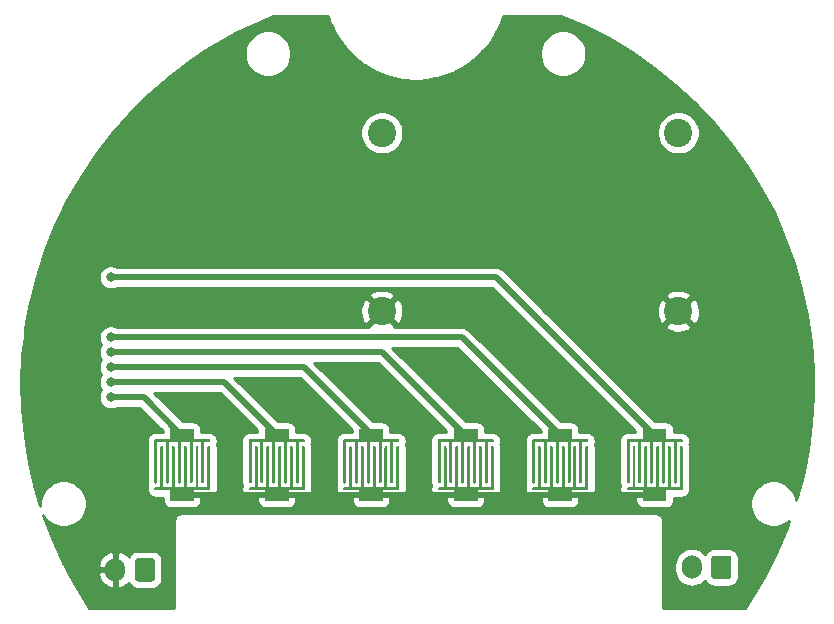
<source format=gbl>
G04 #@! TF.GenerationSoftware,KiCad,Pcbnew,(5.1.9-0-10_14)*
G04 #@! TF.CreationDate,2021-10-10T20:01:09+11:00*
G04 #@! TF.ProjectId,Control Board,436f6e74-726f-46c2-9042-6f6172642e6b,rev?*
G04 #@! TF.SameCoordinates,Original*
G04 #@! TF.FileFunction,Copper,L2,Bot*
G04 #@! TF.FilePolarity,Positive*
%FSLAX46Y46*%
G04 Gerber Fmt 4.6, Leading zero omitted, Abs format (unit mm)*
G04 Created by KiCad (PCBNEW (5.1.9-0-10_14)) date 2021-10-10 20:01:09*
%MOMM*%
%LPD*%
G01*
G04 APERTURE LIST*
G04 #@! TA.AperFunction,ComponentPad*
%ADD10O,1.700000X2.000000*%
G04 #@! TD*
G04 #@! TA.AperFunction,ComponentPad*
%ADD11C,2.400000*%
G04 #@! TD*
G04 #@! TA.AperFunction,SMDPad,CuDef*
%ADD12C,0.100000*%
G04 #@! TD*
G04 #@! TA.AperFunction,ViaPad*
%ADD13C,0.800000*%
G04 #@! TD*
G04 #@! TA.AperFunction,Conductor*
%ADD14C,0.500000*%
G04 #@! TD*
G04 #@! TA.AperFunction,Conductor*
%ADD15C,0.250000*%
G04 #@! TD*
G04 #@! TA.AperFunction,Conductor*
%ADD16C,0.100000*%
G04 #@! TD*
G04 APERTURE END LIST*
G04 #@! TA.AperFunction,ComponentPad*
G36*
G01*
X86950000Y-145350000D02*
X86950000Y-146850000D01*
G75*
G02*
X86700000Y-147100000I-250000J0D01*
G01*
X85500000Y-147100000D01*
G75*
G02*
X85250000Y-146850000I0J250000D01*
G01*
X85250000Y-145350000D01*
G75*
G02*
X85500000Y-145100000I250000J0D01*
G01*
X86700000Y-145100000D01*
G75*
G02*
X86950000Y-145350000I0J-250000D01*
G01*
G37*
G04 #@! TD.AperFunction*
D10*
X83600000Y-146100000D03*
D11*
X106150000Y-109100000D03*
X106150000Y-124210000D03*
X131250000Y-109100000D03*
X131250000Y-124210000D03*
G04 #@! TA.AperFunction,SMDPad,CuDef*
D12*
G36*
X86986934Y-138794315D02*
G01*
X86974865Y-138792447D01*
X86963036Y-138789410D01*
X86951561Y-138785233D01*
X86940547Y-138779956D01*
X86930101Y-138773630D01*
X86920322Y-138766314D01*
X86911304Y-138758079D01*
X86903132Y-138749004D01*
X86895885Y-138739174D01*
X86889632Y-138728684D01*
X86884432Y-138717634D01*
X86880335Y-138706129D01*
X86877381Y-138694279D01*
X86875597Y-138682198D01*
X86875000Y-138670000D01*
X86875000Y-135170000D01*
X86875006Y-135169189D01*
X86875003Y-135169127D01*
X86875006Y-135169066D01*
X86875012Y-135168255D01*
X86875370Y-135162566D01*
X86875685Y-135156934D01*
X86875751Y-135156505D01*
X86875779Y-135156066D01*
X86876683Y-135150486D01*
X86877553Y-135144865D01*
X86877663Y-135144436D01*
X86877732Y-135144011D01*
X86879165Y-135138588D01*
X86880590Y-135133036D01*
X86880740Y-135132623D01*
X86880851Y-135132204D01*
X86882827Y-135126892D01*
X86884767Y-135121561D01*
X86884955Y-135121169D01*
X86885108Y-135120757D01*
X86887594Y-135115660D01*
X86890044Y-135110547D01*
X86890272Y-135110170D01*
X86890462Y-135109781D01*
X86893408Y-135104991D01*
X86896370Y-135100101D01*
X86896634Y-135099749D01*
X86896861Y-135099379D01*
X86900288Y-135094864D01*
X86903686Y-135090322D01*
X86903979Y-135090001D01*
X86904244Y-135089652D01*
X86908126Y-135085460D01*
X86911921Y-135081304D01*
X86912242Y-135081015D01*
X86912542Y-135080691D01*
X86916769Y-135076939D01*
X86920996Y-135073132D01*
X86921353Y-135072869D01*
X86921675Y-135072583D01*
X86926237Y-135069268D01*
X86930826Y-135065885D01*
X86931199Y-135065663D01*
X86931555Y-135065404D01*
X86936466Y-135062523D01*
X86941316Y-135059632D01*
X86941711Y-135059446D01*
X86942088Y-135059225D01*
X86947246Y-135056842D01*
X86952366Y-135054432D01*
X86952775Y-135054286D01*
X86953174Y-135054102D01*
X86958532Y-135052236D01*
X86963871Y-135050335D01*
X86964297Y-135050229D01*
X86964707Y-135050086D01*
X86970247Y-135048746D01*
X86975721Y-135047381D01*
X86976146Y-135047318D01*
X86976577Y-135047214D01*
X86982291Y-135046411D01*
X86987802Y-135045597D01*
X86988229Y-135045576D01*
X86988671Y-135045514D01*
X86994400Y-135045274D01*
X87000000Y-135045000D01*
X88250000Y-135045000D01*
X88250000Y-134170000D01*
X90250000Y-134170000D01*
X90250000Y-135045000D01*
X91500000Y-135045000D01*
X91501745Y-135045012D01*
X91513934Y-135045779D01*
X91525989Y-135047732D01*
X91537796Y-135050851D01*
X91549243Y-135055108D01*
X91560219Y-135060462D01*
X91570621Y-135066861D01*
X91580348Y-135074244D01*
X91589309Y-135082542D01*
X91597417Y-135091675D01*
X91604596Y-135101555D01*
X91610775Y-135112088D01*
X91615898Y-135123174D01*
X91619914Y-135134707D01*
X91622786Y-135146577D01*
X91624486Y-135158671D01*
X91624997Y-135170873D01*
X91624315Y-135183066D01*
X91622447Y-135195135D01*
X91619410Y-135206964D01*
X91615233Y-135218439D01*
X91609956Y-135229453D01*
X91603630Y-135239899D01*
X91596314Y-135249678D01*
X91588079Y-135258696D01*
X91579004Y-135266868D01*
X91569174Y-135274115D01*
X91558684Y-135280368D01*
X91547634Y-135285568D01*
X91536129Y-135289665D01*
X91524279Y-135292619D01*
X91512198Y-135294403D01*
X91500000Y-135295000D01*
X91125000Y-135295000D01*
X91125000Y-138670000D01*
X91124988Y-138671745D01*
X91124221Y-138683934D01*
X91122268Y-138695989D01*
X91119149Y-138707796D01*
X91114892Y-138719243D01*
X91109538Y-138730219D01*
X91103139Y-138740621D01*
X91095756Y-138750348D01*
X91087458Y-138759309D01*
X91078325Y-138767417D01*
X91068445Y-138774596D01*
X91057912Y-138780775D01*
X91046826Y-138785898D01*
X91035293Y-138789914D01*
X91023423Y-138792786D01*
X91011329Y-138794486D01*
X90999127Y-138794997D01*
X90986934Y-138794315D01*
X90974865Y-138792447D01*
X90963036Y-138789410D01*
X90951561Y-138785233D01*
X90940547Y-138779956D01*
X90930101Y-138773630D01*
X90920322Y-138766314D01*
X90911304Y-138758079D01*
X90903132Y-138749004D01*
X90895885Y-138739174D01*
X90889632Y-138728684D01*
X90884432Y-138717634D01*
X90880335Y-138706129D01*
X90877381Y-138694279D01*
X90875597Y-138682198D01*
X90875000Y-138670000D01*
X90875000Y-135295000D01*
X90125000Y-135295000D01*
X90125000Y-138670000D01*
X90124988Y-138671745D01*
X90124221Y-138683934D01*
X90122268Y-138695989D01*
X90119149Y-138707796D01*
X90114892Y-138719243D01*
X90109538Y-138730219D01*
X90103139Y-138740621D01*
X90095756Y-138750348D01*
X90087458Y-138759309D01*
X90078325Y-138767417D01*
X90068445Y-138774596D01*
X90057912Y-138780775D01*
X90046826Y-138785898D01*
X90035293Y-138789914D01*
X90023423Y-138792786D01*
X90011329Y-138794486D01*
X89999127Y-138794997D01*
X89986934Y-138794315D01*
X89974865Y-138792447D01*
X89963036Y-138789410D01*
X89951561Y-138785233D01*
X89940547Y-138779956D01*
X89930101Y-138773630D01*
X89920322Y-138766314D01*
X89911304Y-138758079D01*
X89903132Y-138749004D01*
X89895885Y-138739174D01*
X89889632Y-138728684D01*
X89884432Y-138717634D01*
X89880335Y-138706129D01*
X89877381Y-138694279D01*
X89875597Y-138682198D01*
X89875000Y-138670000D01*
X89875000Y-135295000D01*
X89125000Y-135295000D01*
X89125000Y-138670000D01*
X89124988Y-138671745D01*
X89124221Y-138683934D01*
X89122268Y-138695989D01*
X89119149Y-138707796D01*
X89114892Y-138719243D01*
X89109538Y-138730219D01*
X89103139Y-138740621D01*
X89095756Y-138750348D01*
X89087458Y-138759309D01*
X89078325Y-138767417D01*
X89068445Y-138774596D01*
X89057912Y-138780775D01*
X89046826Y-138785898D01*
X89035293Y-138789914D01*
X89023423Y-138792786D01*
X89011329Y-138794486D01*
X88999127Y-138794997D01*
X88986934Y-138794315D01*
X88974865Y-138792447D01*
X88963036Y-138789410D01*
X88951561Y-138785233D01*
X88940547Y-138779956D01*
X88930101Y-138773630D01*
X88920322Y-138766314D01*
X88911304Y-138758079D01*
X88903132Y-138749004D01*
X88895885Y-138739174D01*
X88889632Y-138728684D01*
X88884432Y-138717634D01*
X88880335Y-138706129D01*
X88877381Y-138694279D01*
X88875597Y-138682198D01*
X88875000Y-138670000D01*
X88875000Y-135295000D01*
X88125000Y-135295000D01*
X88125000Y-138670000D01*
X88124988Y-138671745D01*
X88124221Y-138683934D01*
X88122268Y-138695989D01*
X88119149Y-138707796D01*
X88114892Y-138719243D01*
X88109538Y-138730219D01*
X88103139Y-138740621D01*
X88095756Y-138750348D01*
X88087458Y-138759309D01*
X88078325Y-138767417D01*
X88068445Y-138774596D01*
X88057912Y-138780775D01*
X88046826Y-138785898D01*
X88035293Y-138789914D01*
X88023423Y-138792786D01*
X88011329Y-138794486D01*
X87999127Y-138794997D01*
X87986934Y-138794315D01*
X87974865Y-138792447D01*
X87963036Y-138789410D01*
X87951561Y-138785233D01*
X87940547Y-138779956D01*
X87930101Y-138773630D01*
X87920322Y-138766314D01*
X87911304Y-138758079D01*
X87903132Y-138749004D01*
X87895885Y-138739174D01*
X87889632Y-138728684D01*
X87884432Y-138717634D01*
X87880335Y-138706129D01*
X87877381Y-138694279D01*
X87875597Y-138682198D01*
X87875000Y-138670000D01*
X87875000Y-135295000D01*
X87125000Y-135295000D01*
X87125000Y-138670000D01*
X87124988Y-138671745D01*
X87124221Y-138683934D01*
X87122268Y-138695989D01*
X87119149Y-138707796D01*
X87114892Y-138719243D01*
X87109538Y-138730219D01*
X87103139Y-138740621D01*
X87095756Y-138750348D01*
X87087458Y-138759309D01*
X87078325Y-138767417D01*
X87068445Y-138774596D01*
X87057912Y-138780775D01*
X87046826Y-138785898D01*
X87035293Y-138789914D01*
X87023423Y-138792786D01*
X87011329Y-138794486D01*
X86999127Y-138794997D01*
X86986934Y-138794315D01*
G37*
G04 #@! TD.AperFunction*
G04 #@! TA.AperFunction,SMDPad,CuDef*
G36*
X91513066Y-135625685D02*
G01*
X91525135Y-135627553D01*
X91536964Y-135630590D01*
X91548439Y-135634767D01*
X91559453Y-135640044D01*
X91569899Y-135646370D01*
X91579678Y-135653686D01*
X91588696Y-135661921D01*
X91596868Y-135670996D01*
X91604115Y-135680826D01*
X91610368Y-135691316D01*
X91615568Y-135702366D01*
X91619665Y-135713871D01*
X91622619Y-135725721D01*
X91624403Y-135737802D01*
X91625000Y-135750000D01*
X91625000Y-139250000D01*
X91624994Y-139250811D01*
X91624997Y-139250873D01*
X91624994Y-139250934D01*
X91624988Y-139251745D01*
X91624630Y-139257434D01*
X91624315Y-139263066D01*
X91624249Y-139263495D01*
X91624221Y-139263934D01*
X91623317Y-139269514D01*
X91622447Y-139275135D01*
X91622337Y-139275564D01*
X91622268Y-139275989D01*
X91620835Y-139281412D01*
X91619410Y-139286964D01*
X91619260Y-139287377D01*
X91619149Y-139287796D01*
X91617173Y-139293108D01*
X91615233Y-139298439D01*
X91615045Y-139298831D01*
X91614892Y-139299243D01*
X91612406Y-139304340D01*
X91609956Y-139309453D01*
X91609728Y-139309830D01*
X91609538Y-139310219D01*
X91606592Y-139315009D01*
X91603630Y-139319899D01*
X91603366Y-139320251D01*
X91603139Y-139320621D01*
X91599712Y-139325136D01*
X91596314Y-139329678D01*
X91596021Y-139329999D01*
X91595756Y-139330348D01*
X91591874Y-139334540D01*
X91588079Y-139338696D01*
X91587758Y-139338985D01*
X91587458Y-139339309D01*
X91583231Y-139343061D01*
X91579004Y-139346868D01*
X91578647Y-139347131D01*
X91578325Y-139347417D01*
X91573763Y-139350732D01*
X91569174Y-139354115D01*
X91568801Y-139354337D01*
X91568445Y-139354596D01*
X91563534Y-139357477D01*
X91558684Y-139360368D01*
X91558289Y-139360554D01*
X91557912Y-139360775D01*
X91552754Y-139363158D01*
X91547634Y-139365568D01*
X91547225Y-139365714D01*
X91546826Y-139365898D01*
X91541468Y-139367764D01*
X91536129Y-139369665D01*
X91535703Y-139369771D01*
X91535293Y-139369914D01*
X91529753Y-139371254D01*
X91524279Y-139372619D01*
X91523854Y-139372682D01*
X91523423Y-139372786D01*
X91517709Y-139373589D01*
X91512198Y-139374403D01*
X91511771Y-139374424D01*
X91511329Y-139374486D01*
X91505600Y-139374726D01*
X91500000Y-139375000D01*
X90250000Y-139375000D01*
X90250000Y-140250000D01*
X88250000Y-140250000D01*
X88250000Y-139375000D01*
X87000000Y-139375000D01*
X86998255Y-139374988D01*
X86986066Y-139374221D01*
X86974011Y-139372268D01*
X86962204Y-139369149D01*
X86950757Y-139364892D01*
X86939781Y-139359538D01*
X86929379Y-139353139D01*
X86919652Y-139345756D01*
X86910691Y-139337458D01*
X86902583Y-139328325D01*
X86895404Y-139318445D01*
X86889225Y-139307912D01*
X86884102Y-139296826D01*
X86880086Y-139285293D01*
X86877214Y-139273423D01*
X86875514Y-139261329D01*
X86875003Y-139249127D01*
X86875685Y-139236934D01*
X86877553Y-139224865D01*
X86880590Y-139213036D01*
X86884767Y-139201561D01*
X86890044Y-139190547D01*
X86896370Y-139180101D01*
X86903686Y-139170322D01*
X86911921Y-139161304D01*
X86920996Y-139153132D01*
X86930826Y-139145885D01*
X86941316Y-139139632D01*
X86952366Y-139134432D01*
X86963871Y-139130335D01*
X86975721Y-139127381D01*
X86987802Y-139125597D01*
X87000000Y-139125000D01*
X87375000Y-139125000D01*
X87375000Y-135750000D01*
X87375012Y-135748255D01*
X87375779Y-135736066D01*
X87377732Y-135724011D01*
X87380851Y-135712204D01*
X87385108Y-135700757D01*
X87390462Y-135689781D01*
X87396861Y-135679379D01*
X87404244Y-135669652D01*
X87412542Y-135660691D01*
X87421675Y-135652583D01*
X87431555Y-135645404D01*
X87442088Y-135639225D01*
X87453174Y-135634102D01*
X87464707Y-135630086D01*
X87476577Y-135627214D01*
X87488671Y-135625514D01*
X87500873Y-135625003D01*
X87513066Y-135625685D01*
X87525135Y-135627553D01*
X87536964Y-135630590D01*
X87548439Y-135634767D01*
X87559453Y-135640044D01*
X87569899Y-135646370D01*
X87579678Y-135653686D01*
X87588696Y-135661921D01*
X87596868Y-135670996D01*
X87604115Y-135680826D01*
X87610368Y-135691316D01*
X87615568Y-135702366D01*
X87619665Y-135713871D01*
X87622619Y-135725721D01*
X87624403Y-135737802D01*
X87625000Y-135750000D01*
X87625000Y-139125000D01*
X88375000Y-139125000D01*
X88375000Y-135750000D01*
X88375012Y-135748255D01*
X88375779Y-135736066D01*
X88377732Y-135724011D01*
X88380851Y-135712204D01*
X88385108Y-135700757D01*
X88390462Y-135689781D01*
X88396861Y-135679379D01*
X88404244Y-135669652D01*
X88412542Y-135660691D01*
X88421675Y-135652583D01*
X88431555Y-135645404D01*
X88442088Y-135639225D01*
X88453174Y-135634102D01*
X88464707Y-135630086D01*
X88476577Y-135627214D01*
X88488671Y-135625514D01*
X88500873Y-135625003D01*
X88513066Y-135625685D01*
X88525135Y-135627553D01*
X88536964Y-135630590D01*
X88548439Y-135634767D01*
X88559453Y-135640044D01*
X88569899Y-135646370D01*
X88579678Y-135653686D01*
X88588696Y-135661921D01*
X88596868Y-135670996D01*
X88604115Y-135680826D01*
X88610368Y-135691316D01*
X88615568Y-135702366D01*
X88619665Y-135713871D01*
X88622619Y-135725721D01*
X88624403Y-135737802D01*
X88625000Y-135750000D01*
X88625000Y-139125000D01*
X89375000Y-139125000D01*
X89375000Y-135750000D01*
X89375012Y-135748255D01*
X89375779Y-135736066D01*
X89377732Y-135724011D01*
X89380851Y-135712204D01*
X89385108Y-135700757D01*
X89390462Y-135689781D01*
X89396861Y-135679379D01*
X89404244Y-135669652D01*
X89412542Y-135660691D01*
X89421675Y-135652583D01*
X89431555Y-135645404D01*
X89442088Y-135639225D01*
X89453174Y-135634102D01*
X89464707Y-135630086D01*
X89476577Y-135627214D01*
X89488671Y-135625514D01*
X89500873Y-135625003D01*
X89513066Y-135625685D01*
X89525135Y-135627553D01*
X89536964Y-135630590D01*
X89548439Y-135634767D01*
X89559453Y-135640044D01*
X89569899Y-135646370D01*
X89579678Y-135653686D01*
X89588696Y-135661921D01*
X89596868Y-135670996D01*
X89604115Y-135680826D01*
X89610368Y-135691316D01*
X89615568Y-135702366D01*
X89619665Y-135713871D01*
X89622619Y-135725721D01*
X89624403Y-135737802D01*
X89625000Y-135750000D01*
X89625000Y-139125000D01*
X90375000Y-139125000D01*
X90375000Y-135750000D01*
X90375012Y-135748255D01*
X90375779Y-135736066D01*
X90377732Y-135724011D01*
X90380851Y-135712204D01*
X90385108Y-135700757D01*
X90390462Y-135689781D01*
X90396861Y-135679379D01*
X90404244Y-135669652D01*
X90412542Y-135660691D01*
X90421675Y-135652583D01*
X90431555Y-135645404D01*
X90442088Y-135639225D01*
X90453174Y-135634102D01*
X90464707Y-135630086D01*
X90476577Y-135627214D01*
X90488671Y-135625514D01*
X90500873Y-135625003D01*
X90513066Y-135625685D01*
X90525135Y-135627553D01*
X90536964Y-135630590D01*
X90548439Y-135634767D01*
X90559453Y-135640044D01*
X90569899Y-135646370D01*
X90579678Y-135653686D01*
X90588696Y-135661921D01*
X90596868Y-135670996D01*
X90604115Y-135680826D01*
X90610368Y-135691316D01*
X90615568Y-135702366D01*
X90619665Y-135713871D01*
X90622619Y-135725721D01*
X90624403Y-135737802D01*
X90625000Y-135750000D01*
X90625000Y-139125000D01*
X91375000Y-139125000D01*
X91375000Y-135750000D01*
X91375012Y-135748255D01*
X91375779Y-135736066D01*
X91377732Y-135724011D01*
X91380851Y-135712204D01*
X91385108Y-135700757D01*
X91390462Y-135689781D01*
X91396861Y-135679379D01*
X91404244Y-135669652D01*
X91412542Y-135660691D01*
X91421675Y-135652583D01*
X91431555Y-135645404D01*
X91442088Y-135639225D01*
X91453174Y-135634102D01*
X91464707Y-135630086D01*
X91476577Y-135627214D01*
X91488671Y-135625514D01*
X91500873Y-135625003D01*
X91513066Y-135625685D01*
G37*
G04 #@! TD.AperFunction*
G04 #@! TA.AperFunction,ComponentPad*
G36*
G01*
X135750000Y-145150000D02*
X135750000Y-146650000D01*
G75*
G02*
X135500000Y-146900000I-250000J0D01*
G01*
X134300000Y-146900000D01*
G75*
G02*
X134050000Y-146650000I0J250000D01*
G01*
X134050000Y-145150000D01*
G75*
G02*
X134300000Y-144900000I250000J0D01*
G01*
X135500000Y-144900000D01*
G75*
G02*
X135750000Y-145150000I0J-250000D01*
G01*
G37*
G04 #@! TD.AperFunction*
D10*
X132400000Y-145900000D03*
G04 #@! TA.AperFunction,SMDPad,CuDef*
D12*
G36*
X131513066Y-135625685D02*
G01*
X131525135Y-135627553D01*
X131536964Y-135630590D01*
X131548439Y-135634767D01*
X131559453Y-135640044D01*
X131569899Y-135646370D01*
X131579678Y-135653686D01*
X131588696Y-135661921D01*
X131596868Y-135670996D01*
X131604115Y-135680826D01*
X131610368Y-135691316D01*
X131615568Y-135702366D01*
X131619665Y-135713871D01*
X131622619Y-135725721D01*
X131624403Y-135737802D01*
X131625000Y-135750000D01*
X131625000Y-139250000D01*
X131624994Y-139250811D01*
X131624997Y-139250873D01*
X131624994Y-139250934D01*
X131624988Y-139251745D01*
X131624630Y-139257434D01*
X131624315Y-139263066D01*
X131624249Y-139263495D01*
X131624221Y-139263934D01*
X131623317Y-139269514D01*
X131622447Y-139275135D01*
X131622337Y-139275564D01*
X131622268Y-139275989D01*
X131620835Y-139281412D01*
X131619410Y-139286964D01*
X131619260Y-139287377D01*
X131619149Y-139287796D01*
X131617173Y-139293108D01*
X131615233Y-139298439D01*
X131615045Y-139298831D01*
X131614892Y-139299243D01*
X131612406Y-139304340D01*
X131609956Y-139309453D01*
X131609728Y-139309830D01*
X131609538Y-139310219D01*
X131606592Y-139315009D01*
X131603630Y-139319899D01*
X131603366Y-139320251D01*
X131603139Y-139320621D01*
X131599712Y-139325136D01*
X131596314Y-139329678D01*
X131596021Y-139329999D01*
X131595756Y-139330348D01*
X131591874Y-139334540D01*
X131588079Y-139338696D01*
X131587758Y-139338985D01*
X131587458Y-139339309D01*
X131583231Y-139343061D01*
X131579004Y-139346868D01*
X131578647Y-139347131D01*
X131578325Y-139347417D01*
X131573763Y-139350732D01*
X131569174Y-139354115D01*
X131568801Y-139354337D01*
X131568445Y-139354596D01*
X131563534Y-139357477D01*
X131558684Y-139360368D01*
X131558289Y-139360554D01*
X131557912Y-139360775D01*
X131552754Y-139363158D01*
X131547634Y-139365568D01*
X131547225Y-139365714D01*
X131546826Y-139365898D01*
X131541468Y-139367764D01*
X131536129Y-139369665D01*
X131535703Y-139369771D01*
X131535293Y-139369914D01*
X131529753Y-139371254D01*
X131524279Y-139372619D01*
X131523854Y-139372682D01*
X131523423Y-139372786D01*
X131517709Y-139373589D01*
X131512198Y-139374403D01*
X131511771Y-139374424D01*
X131511329Y-139374486D01*
X131505600Y-139374726D01*
X131500000Y-139375000D01*
X130250000Y-139375000D01*
X130250000Y-140250000D01*
X128250000Y-140250000D01*
X128250000Y-139375000D01*
X127000000Y-139375000D01*
X126998255Y-139374988D01*
X126986066Y-139374221D01*
X126974011Y-139372268D01*
X126962204Y-139369149D01*
X126950757Y-139364892D01*
X126939781Y-139359538D01*
X126929379Y-139353139D01*
X126919652Y-139345756D01*
X126910691Y-139337458D01*
X126902583Y-139328325D01*
X126895404Y-139318445D01*
X126889225Y-139307912D01*
X126884102Y-139296826D01*
X126880086Y-139285293D01*
X126877214Y-139273423D01*
X126875514Y-139261329D01*
X126875003Y-139249127D01*
X126875685Y-139236934D01*
X126877553Y-139224865D01*
X126880590Y-139213036D01*
X126884767Y-139201561D01*
X126890044Y-139190547D01*
X126896370Y-139180101D01*
X126903686Y-139170322D01*
X126911921Y-139161304D01*
X126920996Y-139153132D01*
X126930826Y-139145885D01*
X126941316Y-139139632D01*
X126952366Y-139134432D01*
X126963871Y-139130335D01*
X126975721Y-139127381D01*
X126987802Y-139125597D01*
X127000000Y-139125000D01*
X127375000Y-139125000D01*
X127375000Y-135750000D01*
X127375012Y-135748255D01*
X127375779Y-135736066D01*
X127377732Y-135724011D01*
X127380851Y-135712204D01*
X127385108Y-135700757D01*
X127390462Y-135689781D01*
X127396861Y-135679379D01*
X127404244Y-135669652D01*
X127412542Y-135660691D01*
X127421675Y-135652583D01*
X127431555Y-135645404D01*
X127442088Y-135639225D01*
X127453174Y-135634102D01*
X127464707Y-135630086D01*
X127476577Y-135627214D01*
X127488671Y-135625514D01*
X127500873Y-135625003D01*
X127513066Y-135625685D01*
X127525135Y-135627553D01*
X127536964Y-135630590D01*
X127548439Y-135634767D01*
X127559453Y-135640044D01*
X127569899Y-135646370D01*
X127579678Y-135653686D01*
X127588696Y-135661921D01*
X127596868Y-135670996D01*
X127604115Y-135680826D01*
X127610368Y-135691316D01*
X127615568Y-135702366D01*
X127619665Y-135713871D01*
X127622619Y-135725721D01*
X127624403Y-135737802D01*
X127625000Y-135750000D01*
X127625000Y-139125000D01*
X128375000Y-139125000D01*
X128375000Y-135750000D01*
X128375012Y-135748255D01*
X128375779Y-135736066D01*
X128377732Y-135724011D01*
X128380851Y-135712204D01*
X128385108Y-135700757D01*
X128390462Y-135689781D01*
X128396861Y-135679379D01*
X128404244Y-135669652D01*
X128412542Y-135660691D01*
X128421675Y-135652583D01*
X128431555Y-135645404D01*
X128442088Y-135639225D01*
X128453174Y-135634102D01*
X128464707Y-135630086D01*
X128476577Y-135627214D01*
X128488671Y-135625514D01*
X128500873Y-135625003D01*
X128513066Y-135625685D01*
X128525135Y-135627553D01*
X128536964Y-135630590D01*
X128548439Y-135634767D01*
X128559453Y-135640044D01*
X128569899Y-135646370D01*
X128579678Y-135653686D01*
X128588696Y-135661921D01*
X128596868Y-135670996D01*
X128604115Y-135680826D01*
X128610368Y-135691316D01*
X128615568Y-135702366D01*
X128619665Y-135713871D01*
X128622619Y-135725721D01*
X128624403Y-135737802D01*
X128625000Y-135750000D01*
X128625000Y-139125000D01*
X129375000Y-139125000D01*
X129375000Y-135750000D01*
X129375012Y-135748255D01*
X129375779Y-135736066D01*
X129377732Y-135724011D01*
X129380851Y-135712204D01*
X129385108Y-135700757D01*
X129390462Y-135689781D01*
X129396861Y-135679379D01*
X129404244Y-135669652D01*
X129412542Y-135660691D01*
X129421675Y-135652583D01*
X129431555Y-135645404D01*
X129442088Y-135639225D01*
X129453174Y-135634102D01*
X129464707Y-135630086D01*
X129476577Y-135627214D01*
X129488671Y-135625514D01*
X129500873Y-135625003D01*
X129513066Y-135625685D01*
X129525135Y-135627553D01*
X129536964Y-135630590D01*
X129548439Y-135634767D01*
X129559453Y-135640044D01*
X129569899Y-135646370D01*
X129579678Y-135653686D01*
X129588696Y-135661921D01*
X129596868Y-135670996D01*
X129604115Y-135680826D01*
X129610368Y-135691316D01*
X129615568Y-135702366D01*
X129619665Y-135713871D01*
X129622619Y-135725721D01*
X129624403Y-135737802D01*
X129625000Y-135750000D01*
X129625000Y-139125000D01*
X130375000Y-139125000D01*
X130375000Y-135750000D01*
X130375012Y-135748255D01*
X130375779Y-135736066D01*
X130377732Y-135724011D01*
X130380851Y-135712204D01*
X130385108Y-135700757D01*
X130390462Y-135689781D01*
X130396861Y-135679379D01*
X130404244Y-135669652D01*
X130412542Y-135660691D01*
X130421675Y-135652583D01*
X130431555Y-135645404D01*
X130442088Y-135639225D01*
X130453174Y-135634102D01*
X130464707Y-135630086D01*
X130476577Y-135627214D01*
X130488671Y-135625514D01*
X130500873Y-135625003D01*
X130513066Y-135625685D01*
X130525135Y-135627553D01*
X130536964Y-135630590D01*
X130548439Y-135634767D01*
X130559453Y-135640044D01*
X130569899Y-135646370D01*
X130579678Y-135653686D01*
X130588696Y-135661921D01*
X130596868Y-135670996D01*
X130604115Y-135680826D01*
X130610368Y-135691316D01*
X130615568Y-135702366D01*
X130619665Y-135713871D01*
X130622619Y-135725721D01*
X130624403Y-135737802D01*
X130625000Y-135750000D01*
X130625000Y-139125000D01*
X131375000Y-139125000D01*
X131375000Y-135750000D01*
X131375012Y-135748255D01*
X131375779Y-135736066D01*
X131377732Y-135724011D01*
X131380851Y-135712204D01*
X131385108Y-135700757D01*
X131390462Y-135689781D01*
X131396861Y-135679379D01*
X131404244Y-135669652D01*
X131412542Y-135660691D01*
X131421675Y-135652583D01*
X131431555Y-135645404D01*
X131442088Y-135639225D01*
X131453174Y-135634102D01*
X131464707Y-135630086D01*
X131476577Y-135627214D01*
X131488671Y-135625514D01*
X131500873Y-135625003D01*
X131513066Y-135625685D01*
G37*
G04 #@! TD.AperFunction*
G04 #@! TA.AperFunction,SMDPad,CuDef*
G36*
X126986934Y-138794315D02*
G01*
X126974865Y-138792447D01*
X126963036Y-138789410D01*
X126951561Y-138785233D01*
X126940547Y-138779956D01*
X126930101Y-138773630D01*
X126920322Y-138766314D01*
X126911304Y-138758079D01*
X126903132Y-138749004D01*
X126895885Y-138739174D01*
X126889632Y-138728684D01*
X126884432Y-138717634D01*
X126880335Y-138706129D01*
X126877381Y-138694279D01*
X126875597Y-138682198D01*
X126875000Y-138670000D01*
X126875000Y-135170000D01*
X126875006Y-135169189D01*
X126875003Y-135169127D01*
X126875006Y-135169066D01*
X126875012Y-135168255D01*
X126875370Y-135162566D01*
X126875685Y-135156934D01*
X126875751Y-135156505D01*
X126875779Y-135156066D01*
X126876683Y-135150486D01*
X126877553Y-135144865D01*
X126877663Y-135144436D01*
X126877732Y-135144011D01*
X126879165Y-135138588D01*
X126880590Y-135133036D01*
X126880740Y-135132623D01*
X126880851Y-135132204D01*
X126882827Y-135126892D01*
X126884767Y-135121561D01*
X126884955Y-135121169D01*
X126885108Y-135120757D01*
X126887594Y-135115660D01*
X126890044Y-135110547D01*
X126890272Y-135110170D01*
X126890462Y-135109781D01*
X126893408Y-135104991D01*
X126896370Y-135100101D01*
X126896634Y-135099749D01*
X126896861Y-135099379D01*
X126900288Y-135094864D01*
X126903686Y-135090322D01*
X126903979Y-135090001D01*
X126904244Y-135089652D01*
X126908126Y-135085460D01*
X126911921Y-135081304D01*
X126912242Y-135081015D01*
X126912542Y-135080691D01*
X126916769Y-135076939D01*
X126920996Y-135073132D01*
X126921353Y-135072869D01*
X126921675Y-135072583D01*
X126926237Y-135069268D01*
X126930826Y-135065885D01*
X126931199Y-135065663D01*
X126931555Y-135065404D01*
X126936466Y-135062523D01*
X126941316Y-135059632D01*
X126941711Y-135059446D01*
X126942088Y-135059225D01*
X126947246Y-135056842D01*
X126952366Y-135054432D01*
X126952775Y-135054286D01*
X126953174Y-135054102D01*
X126958532Y-135052236D01*
X126963871Y-135050335D01*
X126964297Y-135050229D01*
X126964707Y-135050086D01*
X126970247Y-135048746D01*
X126975721Y-135047381D01*
X126976146Y-135047318D01*
X126976577Y-135047214D01*
X126982291Y-135046411D01*
X126987802Y-135045597D01*
X126988229Y-135045576D01*
X126988671Y-135045514D01*
X126994400Y-135045274D01*
X127000000Y-135045000D01*
X128250000Y-135045000D01*
X128250000Y-134170000D01*
X130250000Y-134170000D01*
X130250000Y-135045000D01*
X131500000Y-135045000D01*
X131501745Y-135045012D01*
X131513934Y-135045779D01*
X131525989Y-135047732D01*
X131537796Y-135050851D01*
X131549243Y-135055108D01*
X131560219Y-135060462D01*
X131570621Y-135066861D01*
X131580348Y-135074244D01*
X131589309Y-135082542D01*
X131597417Y-135091675D01*
X131604596Y-135101555D01*
X131610775Y-135112088D01*
X131615898Y-135123174D01*
X131619914Y-135134707D01*
X131622786Y-135146577D01*
X131624486Y-135158671D01*
X131624997Y-135170873D01*
X131624315Y-135183066D01*
X131622447Y-135195135D01*
X131619410Y-135206964D01*
X131615233Y-135218439D01*
X131609956Y-135229453D01*
X131603630Y-135239899D01*
X131596314Y-135249678D01*
X131588079Y-135258696D01*
X131579004Y-135266868D01*
X131569174Y-135274115D01*
X131558684Y-135280368D01*
X131547634Y-135285568D01*
X131536129Y-135289665D01*
X131524279Y-135292619D01*
X131512198Y-135294403D01*
X131500000Y-135295000D01*
X131125000Y-135295000D01*
X131125000Y-138670000D01*
X131124988Y-138671745D01*
X131124221Y-138683934D01*
X131122268Y-138695989D01*
X131119149Y-138707796D01*
X131114892Y-138719243D01*
X131109538Y-138730219D01*
X131103139Y-138740621D01*
X131095756Y-138750348D01*
X131087458Y-138759309D01*
X131078325Y-138767417D01*
X131068445Y-138774596D01*
X131057912Y-138780775D01*
X131046826Y-138785898D01*
X131035293Y-138789914D01*
X131023423Y-138792786D01*
X131011329Y-138794486D01*
X130999127Y-138794997D01*
X130986934Y-138794315D01*
X130974865Y-138792447D01*
X130963036Y-138789410D01*
X130951561Y-138785233D01*
X130940547Y-138779956D01*
X130930101Y-138773630D01*
X130920322Y-138766314D01*
X130911304Y-138758079D01*
X130903132Y-138749004D01*
X130895885Y-138739174D01*
X130889632Y-138728684D01*
X130884432Y-138717634D01*
X130880335Y-138706129D01*
X130877381Y-138694279D01*
X130875597Y-138682198D01*
X130875000Y-138670000D01*
X130875000Y-135295000D01*
X130125000Y-135295000D01*
X130125000Y-138670000D01*
X130124988Y-138671745D01*
X130124221Y-138683934D01*
X130122268Y-138695989D01*
X130119149Y-138707796D01*
X130114892Y-138719243D01*
X130109538Y-138730219D01*
X130103139Y-138740621D01*
X130095756Y-138750348D01*
X130087458Y-138759309D01*
X130078325Y-138767417D01*
X130068445Y-138774596D01*
X130057912Y-138780775D01*
X130046826Y-138785898D01*
X130035293Y-138789914D01*
X130023423Y-138792786D01*
X130011329Y-138794486D01*
X129999127Y-138794997D01*
X129986934Y-138794315D01*
X129974865Y-138792447D01*
X129963036Y-138789410D01*
X129951561Y-138785233D01*
X129940547Y-138779956D01*
X129930101Y-138773630D01*
X129920322Y-138766314D01*
X129911304Y-138758079D01*
X129903132Y-138749004D01*
X129895885Y-138739174D01*
X129889632Y-138728684D01*
X129884432Y-138717634D01*
X129880335Y-138706129D01*
X129877381Y-138694279D01*
X129875597Y-138682198D01*
X129875000Y-138670000D01*
X129875000Y-135295000D01*
X129125000Y-135295000D01*
X129125000Y-138670000D01*
X129124988Y-138671745D01*
X129124221Y-138683934D01*
X129122268Y-138695989D01*
X129119149Y-138707796D01*
X129114892Y-138719243D01*
X129109538Y-138730219D01*
X129103139Y-138740621D01*
X129095756Y-138750348D01*
X129087458Y-138759309D01*
X129078325Y-138767417D01*
X129068445Y-138774596D01*
X129057912Y-138780775D01*
X129046826Y-138785898D01*
X129035293Y-138789914D01*
X129023423Y-138792786D01*
X129011329Y-138794486D01*
X128999127Y-138794997D01*
X128986934Y-138794315D01*
X128974865Y-138792447D01*
X128963036Y-138789410D01*
X128951561Y-138785233D01*
X128940547Y-138779956D01*
X128930101Y-138773630D01*
X128920322Y-138766314D01*
X128911304Y-138758079D01*
X128903132Y-138749004D01*
X128895885Y-138739174D01*
X128889632Y-138728684D01*
X128884432Y-138717634D01*
X128880335Y-138706129D01*
X128877381Y-138694279D01*
X128875597Y-138682198D01*
X128875000Y-138670000D01*
X128875000Y-135295000D01*
X128125000Y-135295000D01*
X128125000Y-138670000D01*
X128124988Y-138671745D01*
X128124221Y-138683934D01*
X128122268Y-138695989D01*
X128119149Y-138707796D01*
X128114892Y-138719243D01*
X128109538Y-138730219D01*
X128103139Y-138740621D01*
X128095756Y-138750348D01*
X128087458Y-138759309D01*
X128078325Y-138767417D01*
X128068445Y-138774596D01*
X128057912Y-138780775D01*
X128046826Y-138785898D01*
X128035293Y-138789914D01*
X128023423Y-138792786D01*
X128011329Y-138794486D01*
X127999127Y-138794997D01*
X127986934Y-138794315D01*
X127974865Y-138792447D01*
X127963036Y-138789410D01*
X127951561Y-138785233D01*
X127940547Y-138779956D01*
X127930101Y-138773630D01*
X127920322Y-138766314D01*
X127911304Y-138758079D01*
X127903132Y-138749004D01*
X127895885Y-138739174D01*
X127889632Y-138728684D01*
X127884432Y-138717634D01*
X127880335Y-138706129D01*
X127877381Y-138694279D01*
X127875597Y-138682198D01*
X127875000Y-138670000D01*
X127875000Y-135295000D01*
X127125000Y-135295000D01*
X127125000Y-138670000D01*
X127124988Y-138671745D01*
X127124221Y-138683934D01*
X127122268Y-138695989D01*
X127119149Y-138707796D01*
X127114892Y-138719243D01*
X127109538Y-138730219D01*
X127103139Y-138740621D01*
X127095756Y-138750348D01*
X127087458Y-138759309D01*
X127078325Y-138767417D01*
X127068445Y-138774596D01*
X127057912Y-138780775D01*
X127046826Y-138785898D01*
X127035293Y-138789914D01*
X127023423Y-138792786D01*
X127011329Y-138794486D01*
X126999127Y-138794997D01*
X126986934Y-138794315D01*
G37*
G04 #@! TD.AperFunction*
G04 #@! TA.AperFunction,SMDPad,CuDef*
G36*
X123513066Y-135625685D02*
G01*
X123525135Y-135627553D01*
X123536964Y-135630590D01*
X123548439Y-135634767D01*
X123559453Y-135640044D01*
X123569899Y-135646370D01*
X123579678Y-135653686D01*
X123588696Y-135661921D01*
X123596868Y-135670996D01*
X123604115Y-135680826D01*
X123610368Y-135691316D01*
X123615568Y-135702366D01*
X123619665Y-135713871D01*
X123622619Y-135725721D01*
X123624403Y-135737802D01*
X123625000Y-135750000D01*
X123625000Y-139250000D01*
X123624994Y-139250811D01*
X123624997Y-139250873D01*
X123624994Y-139250934D01*
X123624988Y-139251745D01*
X123624630Y-139257434D01*
X123624315Y-139263066D01*
X123624249Y-139263495D01*
X123624221Y-139263934D01*
X123623317Y-139269514D01*
X123622447Y-139275135D01*
X123622337Y-139275564D01*
X123622268Y-139275989D01*
X123620835Y-139281412D01*
X123619410Y-139286964D01*
X123619260Y-139287377D01*
X123619149Y-139287796D01*
X123617173Y-139293108D01*
X123615233Y-139298439D01*
X123615045Y-139298831D01*
X123614892Y-139299243D01*
X123612406Y-139304340D01*
X123609956Y-139309453D01*
X123609728Y-139309830D01*
X123609538Y-139310219D01*
X123606592Y-139315009D01*
X123603630Y-139319899D01*
X123603366Y-139320251D01*
X123603139Y-139320621D01*
X123599712Y-139325136D01*
X123596314Y-139329678D01*
X123596021Y-139329999D01*
X123595756Y-139330348D01*
X123591874Y-139334540D01*
X123588079Y-139338696D01*
X123587758Y-139338985D01*
X123587458Y-139339309D01*
X123583231Y-139343061D01*
X123579004Y-139346868D01*
X123578647Y-139347131D01*
X123578325Y-139347417D01*
X123573763Y-139350732D01*
X123569174Y-139354115D01*
X123568801Y-139354337D01*
X123568445Y-139354596D01*
X123563534Y-139357477D01*
X123558684Y-139360368D01*
X123558289Y-139360554D01*
X123557912Y-139360775D01*
X123552754Y-139363158D01*
X123547634Y-139365568D01*
X123547225Y-139365714D01*
X123546826Y-139365898D01*
X123541468Y-139367764D01*
X123536129Y-139369665D01*
X123535703Y-139369771D01*
X123535293Y-139369914D01*
X123529753Y-139371254D01*
X123524279Y-139372619D01*
X123523854Y-139372682D01*
X123523423Y-139372786D01*
X123517709Y-139373589D01*
X123512198Y-139374403D01*
X123511771Y-139374424D01*
X123511329Y-139374486D01*
X123505600Y-139374726D01*
X123500000Y-139375000D01*
X122250000Y-139375000D01*
X122250000Y-140250000D01*
X120250000Y-140250000D01*
X120250000Y-139375000D01*
X119000000Y-139375000D01*
X118998255Y-139374988D01*
X118986066Y-139374221D01*
X118974011Y-139372268D01*
X118962204Y-139369149D01*
X118950757Y-139364892D01*
X118939781Y-139359538D01*
X118929379Y-139353139D01*
X118919652Y-139345756D01*
X118910691Y-139337458D01*
X118902583Y-139328325D01*
X118895404Y-139318445D01*
X118889225Y-139307912D01*
X118884102Y-139296826D01*
X118880086Y-139285293D01*
X118877214Y-139273423D01*
X118875514Y-139261329D01*
X118875003Y-139249127D01*
X118875685Y-139236934D01*
X118877553Y-139224865D01*
X118880590Y-139213036D01*
X118884767Y-139201561D01*
X118890044Y-139190547D01*
X118896370Y-139180101D01*
X118903686Y-139170322D01*
X118911921Y-139161304D01*
X118920996Y-139153132D01*
X118930826Y-139145885D01*
X118941316Y-139139632D01*
X118952366Y-139134432D01*
X118963871Y-139130335D01*
X118975721Y-139127381D01*
X118987802Y-139125597D01*
X119000000Y-139125000D01*
X119375000Y-139125000D01*
X119375000Y-135750000D01*
X119375012Y-135748255D01*
X119375779Y-135736066D01*
X119377732Y-135724011D01*
X119380851Y-135712204D01*
X119385108Y-135700757D01*
X119390462Y-135689781D01*
X119396861Y-135679379D01*
X119404244Y-135669652D01*
X119412542Y-135660691D01*
X119421675Y-135652583D01*
X119431555Y-135645404D01*
X119442088Y-135639225D01*
X119453174Y-135634102D01*
X119464707Y-135630086D01*
X119476577Y-135627214D01*
X119488671Y-135625514D01*
X119500873Y-135625003D01*
X119513066Y-135625685D01*
X119525135Y-135627553D01*
X119536964Y-135630590D01*
X119548439Y-135634767D01*
X119559453Y-135640044D01*
X119569899Y-135646370D01*
X119579678Y-135653686D01*
X119588696Y-135661921D01*
X119596868Y-135670996D01*
X119604115Y-135680826D01*
X119610368Y-135691316D01*
X119615568Y-135702366D01*
X119619665Y-135713871D01*
X119622619Y-135725721D01*
X119624403Y-135737802D01*
X119625000Y-135750000D01*
X119625000Y-139125000D01*
X120375000Y-139125000D01*
X120375000Y-135750000D01*
X120375012Y-135748255D01*
X120375779Y-135736066D01*
X120377732Y-135724011D01*
X120380851Y-135712204D01*
X120385108Y-135700757D01*
X120390462Y-135689781D01*
X120396861Y-135679379D01*
X120404244Y-135669652D01*
X120412542Y-135660691D01*
X120421675Y-135652583D01*
X120431555Y-135645404D01*
X120442088Y-135639225D01*
X120453174Y-135634102D01*
X120464707Y-135630086D01*
X120476577Y-135627214D01*
X120488671Y-135625514D01*
X120500873Y-135625003D01*
X120513066Y-135625685D01*
X120525135Y-135627553D01*
X120536964Y-135630590D01*
X120548439Y-135634767D01*
X120559453Y-135640044D01*
X120569899Y-135646370D01*
X120579678Y-135653686D01*
X120588696Y-135661921D01*
X120596868Y-135670996D01*
X120604115Y-135680826D01*
X120610368Y-135691316D01*
X120615568Y-135702366D01*
X120619665Y-135713871D01*
X120622619Y-135725721D01*
X120624403Y-135737802D01*
X120625000Y-135750000D01*
X120625000Y-139125000D01*
X121375000Y-139125000D01*
X121375000Y-135750000D01*
X121375012Y-135748255D01*
X121375779Y-135736066D01*
X121377732Y-135724011D01*
X121380851Y-135712204D01*
X121385108Y-135700757D01*
X121390462Y-135689781D01*
X121396861Y-135679379D01*
X121404244Y-135669652D01*
X121412542Y-135660691D01*
X121421675Y-135652583D01*
X121431555Y-135645404D01*
X121442088Y-135639225D01*
X121453174Y-135634102D01*
X121464707Y-135630086D01*
X121476577Y-135627214D01*
X121488671Y-135625514D01*
X121500873Y-135625003D01*
X121513066Y-135625685D01*
X121525135Y-135627553D01*
X121536964Y-135630590D01*
X121548439Y-135634767D01*
X121559453Y-135640044D01*
X121569899Y-135646370D01*
X121579678Y-135653686D01*
X121588696Y-135661921D01*
X121596868Y-135670996D01*
X121604115Y-135680826D01*
X121610368Y-135691316D01*
X121615568Y-135702366D01*
X121619665Y-135713871D01*
X121622619Y-135725721D01*
X121624403Y-135737802D01*
X121625000Y-135750000D01*
X121625000Y-139125000D01*
X122375000Y-139125000D01*
X122375000Y-135750000D01*
X122375012Y-135748255D01*
X122375779Y-135736066D01*
X122377732Y-135724011D01*
X122380851Y-135712204D01*
X122385108Y-135700757D01*
X122390462Y-135689781D01*
X122396861Y-135679379D01*
X122404244Y-135669652D01*
X122412542Y-135660691D01*
X122421675Y-135652583D01*
X122431555Y-135645404D01*
X122442088Y-135639225D01*
X122453174Y-135634102D01*
X122464707Y-135630086D01*
X122476577Y-135627214D01*
X122488671Y-135625514D01*
X122500873Y-135625003D01*
X122513066Y-135625685D01*
X122525135Y-135627553D01*
X122536964Y-135630590D01*
X122548439Y-135634767D01*
X122559453Y-135640044D01*
X122569899Y-135646370D01*
X122579678Y-135653686D01*
X122588696Y-135661921D01*
X122596868Y-135670996D01*
X122604115Y-135680826D01*
X122610368Y-135691316D01*
X122615568Y-135702366D01*
X122619665Y-135713871D01*
X122622619Y-135725721D01*
X122624403Y-135737802D01*
X122625000Y-135750000D01*
X122625000Y-139125000D01*
X123375000Y-139125000D01*
X123375000Y-135750000D01*
X123375012Y-135748255D01*
X123375779Y-135736066D01*
X123377732Y-135724011D01*
X123380851Y-135712204D01*
X123385108Y-135700757D01*
X123390462Y-135689781D01*
X123396861Y-135679379D01*
X123404244Y-135669652D01*
X123412542Y-135660691D01*
X123421675Y-135652583D01*
X123431555Y-135645404D01*
X123442088Y-135639225D01*
X123453174Y-135634102D01*
X123464707Y-135630086D01*
X123476577Y-135627214D01*
X123488671Y-135625514D01*
X123500873Y-135625003D01*
X123513066Y-135625685D01*
G37*
G04 #@! TD.AperFunction*
G04 #@! TA.AperFunction,SMDPad,CuDef*
G36*
X118986934Y-138794315D02*
G01*
X118974865Y-138792447D01*
X118963036Y-138789410D01*
X118951561Y-138785233D01*
X118940547Y-138779956D01*
X118930101Y-138773630D01*
X118920322Y-138766314D01*
X118911304Y-138758079D01*
X118903132Y-138749004D01*
X118895885Y-138739174D01*
X118889632Y-138728684D01*
X118884432Y-138717634D01*
X118880335Y-138706129D01*
X118877381Y-138694279D01*
X118875597Y-138682198D01*
X118875000Y-138670000D01*
X118875000Y-135170000D01*
X118875006Y-135169189D01*
X118875003Y-135169127D01*
X118875006Y-135169066D01*
X118875012Y-135168255D01*
X118875370Y-135162566D01*
X118875685Y-135156934D01*
X118875751Y-135156505D01*
X118875779Y-135156066D01*
X118876683Y-135150486D01*
X118877553Y-135144865D01*
X118877663Y-135144436D01*
X118877732Y-135144011D01*
X118879165Y-135138588D01*
X118880590Y-135133036D01*
X118880740Y-135132623D01*
X118880851Y-135132204D01*
X118882827Y-135126892D01*
X118884767Y-135121561D01*
X118884955Y-135121169D01*
X118885108Y-135120757D01*
X118887594Y-135115660D01*
X118890044Y-135110547D01*
X118890272Y-135110170D01*
X118890462Y-135109781D01*
X118893408Y-135104991D01*
X118896370Y-135100101D01*
X118896634Y-135099749D01*
X118896861Y-135099379D01*
X118900288Y-135094864D01*
X118903686Y-135090322D01*
X118903979Y-135090001D01*
X118904244Y-135089652D01*
X118908126Y-135085460D01*
X118911921Y-135081304D01*
X118912242Y-135081015D01*
X118912542Y-135080691D01*
X118916769Y-135076939D01*
X118920996Y-135073132D01*
X118921353Y-135072869D01*
X118921675Y-135072583D01*
X118926237Y-135069268D01*
X118930826Y-135065885D01*
X118931199Y-135065663D01*
X118931555Y-135065404D01*
X118936466Y-135062523D01*
X118941316Y-135059632D01*
X118941711Y-135059446D01*
X118942088Y-135059225D01*
X118947246Y-135056842D01*
X118952366Y-135054432D01*
X118952775Y-135054286D01*
X118953174Y-135054102D01*
X118958532Y-135052236D01*
X118963871Y-135050335D01*
X118964297Y-135050229D01*
X118964707Y-135050086D01*
X118970247Y-135048746D01*
X118975721Y-135047381D01*
X118976146Y-135047318D01*
X118976577Y-135047214D01*
X118982291Y-135046411D01*
X118987802Y-135045597D01*
X118988229Y-135045576D01*
X118988671Y-135045514D01*
X118994400Y-135045274D01*
X119000000Y-135045000D01*
X120250000Y-135045000D01*
X120250000Y-134170000D01*
X122250000Y-134170000D01*
X122250000Y-135045000D01*
X123500000Y-135045000D01*
X123501745Y-135045012D01*
X123513934Y-135045779D01*
X123525989Y-135047732D01*
X123537796Y-135050851D01*
X123549243Y-135055108D01*
X123560219Y-135060462D01*
X123570621Y-135066861D01*
X123580348Y-135074244D01*
X123589309Y-135082542D01*
X123597417Y-135091675D01*
X123604596Y-135101555D01*
X123610775Y-135112088D01*
X123615898Y-135123174D01*
X123619914Y-135134707D01*
X123622786Y-135146577D01*
X123624486Y-135158671D01*
X123624997Y-135170873D01*
X123624315Y-135183066D01*
X123622447Y-135195135D01*
X123619410Y-135206964D01*
X123615233Y-135218439D01*
X123609956Y-135229453D01*
X123603630Y-135239899D01*
X123596314Y-135249678D01*
X123588079Y-135258696D01*
X123579004Y-135266868D01*
X123569174Y-135274115D01*
X123558684Y-135280368D01*
X123547634Y-135285568D01*
X123536129Y-135289665D01*
X123524279Y-135292619D01*
X123512198Y-135294403D01*
X123500000Y-135295000D01*
X123125000Y-135295000D01*
X123125000Y-138670000D01*
X123124988Y-138671745D01*
X123124221Y-138683934D01*
X123122268Y-138695989D01*
X123119149Y-138707796D01*
X123114892Y-138719243D01*
X123109538Y-138730219D01*
X123103139Y-138740621D01*
X123095756Y-138750348D01*
X123087458Y-138759309D01*
X123078325Y-138767417D01*
X123068445Y-138774596D01*
X123057912Y-138780775D01*
X123046826Y-138785898D01*
X123035293Y-138789914D01*
X123023423Y-138792786D01*
X123011329Y-138794486D01*
X122999127Y-138794997D01*
X122986934Y-138794315D01*
X122974865Y-138792447D01*
X122963036Y-138789410D01*
X122951561Y-138785233D01*
X122940547Y-138779956D01*
X122930101Y-138773630D01*
X122920322Y-138766314D01*
X122911304Y-138758079D01*
X122903132Y-138749004D01*
X122895885Y-138739174D01*
X122889632Y-138728684D01*
X122884432Y-138717634D01*
X122880335Y-138706129D01*
X122877381Y-138694279D01*
X122875597Y-138682198D01*
X122875000Y-138670000D01*
X122875000Y-135295000D01*
X122125000Y-135295000D01*
X122125000Y-138670000D01*
X122124988Y-138671745D01*
X122124221Y-138683934D01*
X122122268Y-138695989D01*
X122119149Y-138707796D01*
X122114892Y-138719243D01*
X122109538Y-138730219D01*
X122103139Y-138740621D01*
X122095756Y-138750348D01*
X122087458Y-138759309D01*
X122078325Y-138767417D01*
X122068445Y-138774596D01*
X122057912Y-138780775D01*
X122046826Y-138785898D01*
X122035293Y-138789914D01*
X122023423Y-138792786D01*
X122011329Y-138794486D01*
X121999127Y-138794997D01*
X121986934Y-138794315D01*
X121974865Y-138792447D01*
X121963036Y-138789410D01*
X121951561Y-138785233D01*
X121940547Y-138779956D01*
X121930101Y-138773630D01*
X121920322Y-138766314D01*
X121911304Y-138758079D01*
X121903132Y-138749004D01*
X121895885Y-138739174D01*
X121889632Y-138728684D01*
X121884432Y-138717634D01*
X121880335Y-138706129D01*
X121877381Y-138694279D01*
X121875597Y-138682198D01*
X121875000Y-138670000D01*
X121875000Y-135295000D01*
X121125000Y-135295000D01*
X121125000Y-138670000D01*
X121124988Y-138671745D01*
X121124221Y-138683934D01*
X121122268Y-138695989D01*
X121119149Y-138707796D01*
X121114892Y-138719243D01*
X121109538Y-138730219D01*
X121103139Y-138740621D01*
X121095756Y-138750348D01*
X121087458Y-138759309D01*
X121078325Y-138767417D01*
X121068445Y-138774596D01*
X121057912Y-138780775D01*
X121046826Y-138785898D01*
X121035293Y-138789914D01*
X121023423Y-138792786D01*
X121011329Y-138794486D01*
X120999127Y-138794997D01*
X120986934Y-138794315D01*
X120974865Y-138792447D01*
X120963036Y-138789410D01*
X120951561Y-138785233D01*
X120940547Y-138779956D01*
X120930101Y-138773630D01*
X120920322Y-138766314D01*
X120911304Y-138758079D01*
X120903132Y-138749004D01*
X120895885Y-138739174D01*
X120889632Y-138728684D01*
X120884432Y-138717634D01*
X120880335Y-138706129D01*
X120877381Y-138694279D01*
X120875597Y-138682198D01*
X120875000Y-138670000D01*
X120875000Y-135295000D01*
X120125000Y-135295000D01*
X120125000Y-138670000D01*
X120124988Y-138671745D01*
X120124221Y-138683934D01*
X120122268Y-138695989D01*
X120119149Y-138707796D01*
X120114892Y-138719243D01*
X120109538Y-138730219D01*
X120103139Y-138740621D01*
X120095756Y-138750348D01*
X120087458Y-138759309D01*
X120078325Y-138767417D01*
X120068445Y-138774596D01*
X120057912Y-138780775D01*
X120046826Y-138785898D01*
X120035293Y-138789914D01*
X120023423Y-138792786D01*
X120011329Y-138794486D01*
X119999127Y-138794997D01*
X119986934Y-138794315D01*
X119974865Y-138792447D01*
X119963036Y-138789410D01*
X119951561Y-138785233D01*
X119940547Y-138779956D01*
X119930101Y-138773630D01*
X119920322Y-138766314D01*
X119911304Y-138758079D01*
X119903132Y-138749004D01*
X119895885Y-138739174D01*
X119889632Y-138728684D01*
X119884432Y-138717634D01*
X119880335Y-138706129D01*
X119877381Y-138694279D01*
X119875597Y-138682198D01*
X119875000Y-138670000D01*
X119875000Y-135295000D01*
X119125000Y-135295000D01*
X119125000Y-138670000D01*
X119124988Y-138671745D01*
X119124221Y-138683934D01*
X119122268Y-138695989D01*
X119119149Y-138707796D01*
X119114892Y-138719243D01*
X119109538Y-138730219D01*
X119103139Y-138740621D01*
X119095756Y-138750348D01*
X119087458Y-138759309D01*
X119078325Y-138767417D01*
X119068445Y-138774596D01*
X119057912Y-138780775D01*
X119046826Y-138785898D01*
X119035293Y-138789914D01*
X119023423Y-138792786D01*
X119011329Y-138794486D01*
X118999127Y-138794997D01*
X118986934Y-138794315D01*
G37*
G04 #@! TD.AperFunction*
G04 #@! TA.AperFunction,SMDPad,CuDef*
G36*
X115513066Y-135625685D02*
G01*
X115525135Y-135627553D01*
X115536964Y-135630590D01*
X115548439Y-135634767D01*
X115559453Y-135640044D01*
X115569899Y-135646370D01*
X115579678Y-135653686D01*
X115588696Y-135661921D01*
X115596868Y-135670996D01*
X115604115Y-135680826D01*
X115610368Y-135691316D01*
X115615568Y-135702366D01*
X115619665Y-135713871D01*
X115622619Y-135725721D01*
X115624403Y-135737802D01*
X115625000Y-135750000D01*
X115625000Y-139250000D01*
X115624994Y-139250811D01*
X115624997Y-139250873D01*
X115624994Y-139250934D01*
X115624988Y-139251745D01*
X115624630Y-139257434D01*
X115624315Y-139263066D01*
X115624249Y-139263495D01*
X115624221Y-139263934D01*
X115623317Y-139269514D01*
X115622447Y-139275135D01*
X115622337Y-139275564D01*
X115622268Y-139275989D01*
X115620835Y-139281412D01*
X115619410Y-139286964D01*
X115619260Y-139287377D01*
X115619149Y-139287796D01*
X115617173Y-139293108D01*
X115615233Y-139298439D01*
X115615045Y-139298831D01*
X115614892Y-139299243D01*
X115612406Y-139304340D01*
X115609956Y-139309453D01*
X115609728Y-139309830D01*
X115609538Y-139310219D01*
X115606592Y-139315009D01*
X115603630Y-139319899D01*
X115603366Y-139320251D01*
X115603139Y-139320621D01*
X115599712Y-139325136D01*
X115596314Y-139329678D01*
X115596021Y-139329999D01*
X115595756Y-139330348D01*
X115591874Y-139334540D01*
X115588079Y-139338696D01*
X115587758Y-139338985D01*
X115587458Y-139339309D01*
X115583231Y-139343061D01*
X115579004Y-139346868D01*
X115578647Y-139347131D01*
X115578325Y-139347417D01*
X115573763Y-139350732D01*
X115569174Y-139354115D01*
X115568801Y-139354337D01*
X115568445Y-139354596D01*
X115563534Y-139357477D01*
X115558684Y-139360368D01*
X115558289Y-139360554D01*
X115557912Y-139360775D01*
X115552754Y-139363158D01*
X115547634Y-139365568D01*
X115547225Y-139365714D01*
X115546826Y-139365898D01*
X115541468Y-139367764D01*
X115536129Y-139369665D01*
X115535703Y-139369771D01*
X115535293Y-139369914D01*
X115529753Y-139371254D01*
X115524279Y-139372619D01*
X115523854Y-139372682D01*
X115523423Y-139372786D01*
X115517709Y-139373589D01*
X115512198Y-139374403D01*
X115511771Y-139374424D01*
X115511329Y-139374486D01*
X115505600Y-139374726D01*
X115500000Y-139375000D01*
X114250000Y-139375000D01*
X114250000Y-140250000D01*
X112250000Y-140250000D01*
X112250000Y-139375000D01*
X111000000Y-139375000D01*
X110998255Y-139374988D01*
X110986066Y-139374221D01*
X110974011Y-139372268D01*
X110962204Y-139369149D01*
X110950757Y-139364892D01*
X110939781Y-139359538D01*
X110929379Y-139353139D01*
X110919652Y-139345756D01*
X110910691Y-139337458D01*
X110902583Y-139328325D01*
X110895404Y-139318445D01*
X110889225Y-139307912D01*
X110884102Y-139296826D01*
X110880086Y-139285293D01*
X110877214Y-139273423D01*
X110875514Y-139261329D01*
X110875003Y-139249127D01*
X110875685Y-139236934D01*
X110877553Y-139224865D01*
X110880590Y-139213036D01*
X110884767Y-139201561D01*
X110890044Y-139190547D01*
X110896370Y-139180101D01*
X110903686Y-139170322D01*
X110911921Y-139161304D01*
X110920996Y-139153132D01*
X110930826Y-139145885D01*
X110941316Y-139139632D01*
X110952366Y-139134432D01*
X110963871Y-139130335D01*
X110975721Y-139127381D01*
X110987802Y-139125597D01*
X111000000Y-139125000D01*
X111375000Y-139125000D01*
X111375000Y-135750000D01*
X111375012Y-135748255D01*
X111375779Y-135736066D01*
X111377732Y-135724011D01*
X111380851Y-135712204D01*
X111385108Y-135700757D01*
X111390462Y-135689781D01*
X111396861Y-135679379D01*
X111404244Y-135669652D01*
X111412542Y-135660691D01*
X111421675Y-135652583D01*
X111431555Y-135645404D01*
X111442088Y-135639225D01*
X111453174Y-135634102D01*
X111464707Y-135630086D01*
X111476577Y-135627214D01*
X111488671Y-135625514D01*
X111500873Y-135625003D01*
X111513066Y-135625685D01*
X111525135Y-135627553D01*
X111536964Y-135630590D01*
X111548439Y-135634767D01*
X111559453Y-135640044D01*
X111569899Y-135646370D01*
X111579678Y-135653686D01*
X111588696Y-135661921D01*
X111596868Y-135670996D01*
X111604115Y-135680826D01*
X111610368Y-135691316D01*
X111615568Y-135702366D01*
X111619665Y-135713871D01*
X111622619Y-135725721D01*
X111624403Y-135737802D01*
X111625000Y-135750000D01*
X111625000Y-139125000D01*
X112375000Y-139125000D01*
X112375000Y-135750000D01*
X112375012Y-135748255D01*
X112375779Y-135736066D01*
X112377732Y-135724011D01*
X112380851Y-135712204D01*
X112385108Y-135700757D01*
X112390462Y-135689781D01*
X112396861Y-135679379D01*
X112404244Y-135669652D01*
X112412542Y-135660691D01*
X112421675Y-135652583D01*
X112431555Y-135645404D01*
X112442088Y-135639225D01*
X112453174Y-135634102D01*
X112464707Y-135630086D01*
X112476577Y-135627214D01*
X112488671Y-135625514D01*
X112500873Y-135625003D01*
X112513066Y-135625685D01*
X112525135Y-135627553D01*
X112536964Y-135630590D01*
X112548439Y-135634767D01*
X112559453Y-135640044D01*
X112569899Y-135646370D01*
X112579678Y-135653686D01*
X112588696Y-135661921D01*
X112596868Y-135670996D01*
X112604115Y-135680826D01*
X112610368Y-135691316D01*
X112615568Y-135702366D01*
X112619665Y-135713871D01*
X112622619Y-135725721D01*
X112624403Y-135737802D01*
X112625000Y-135750000D01*
X112625000Y-139125000D01*
X113375000Y-139125000D01*
X113375000Y-135750000D01*
X113375012Y-135748255D01*
X113375779Y-135736066D01*
X113377732Y-135724011D01*
X113380851Y-135712204D01*
X113385108Y-135700757D01*
X113390462Y-135689781D01*
X113396861Y-135679379D01*
X113404244Y-135669652D01*
X113412542Y-135660691D01*
X113421675Y-135652583D01*
X113431555Y-135645404D01*
X113442088Y-135639225D01*
X113453174Y-135634102D01*
X113464707Y-135630086D01*
X113476577Y-135627214D01*
X113488671Y-135625514D01*
X113500873Y-135625003D01*
X113513066Y-135625685D01*
X113525135Y-135627553D01*
X113536964Y-135630590D01*
X113548439Y-135634767D01*
X113559453Y-135640044D01*
X113569899Y-135646370D01*
X113579678Y-135653686D01*
X113588696Y-135661921D01*
X113596868Y-135670996D01*
X113604115Y-135680826D01*
X113610368Y-135691316D01*
X113615568Y-135702366D01*
X113619665Y-135713871D01*
X113622619Y-135725721D01*
X113624403Y-135737802D01*
X113625000Y-135750000D01*
X113625000Y-139125000D01*
X114375000Y-139125000D01*
X114375000Y-135750000D01*
X114375012Y-135748255D01*
X114375779Y-135736066D01*
X114377732Y-135724011D01*
X114380851Y-135712204D01*
X114385108Y-135700757D01*
X114390462Y-135689781D01*
X114396861Y-135679379D01*
X114404244Y-135669652D01*
X114412542Y-135660691D01*
X114421675Y-135652583D01*
X114431555Y-135645404D01*
X114442088Y-135639225D01*
X114453174Y-135634102D01*
X114464707Y-135630086D01*
X114476577Y-135627214D01*
X114488671Y-135625514D01*
X114500873Y-135625003D01*
X114513066Y-135625685D01*
X114525135Y-135627553D01*
X114536964Y-135630590D01*
X114548439Y-135634767D01*
X114559453Y-135640044D01*
X114569899Y-135646370D01*
X114579678Y-135653686D01*
X114588696Y-135661921D01*
X114596868Y-135670996D01*
X114604115Y-135680826D01*
X114610368Y-135691316D01*
X114615568Y-135702366D01*
X114619665Y-135713871D01*
X114622619Y-135725721D01*
X114624403Y-135737802D01*
X114625000Y-135750000D01*
X114625000Y-139125000D01*
X115375000Y-139125000D01*
X115375000Y-135750000D01*
X115375012Y-135748255D01*
X115375779Y-135736066D01*
X115377732Y-135724011D01*
X115380851Y-135712204D01*
X115385108Y-135700757D01*
X115390462Y-135689781D01*
X115396861Y-135679379D01*
X115404244Y-135669652D01*
X115412542Y-135660691D01*
X115421675Y-135652583D01*
X115431555Y-135645404D01*
X115442088Y-135639225D01*
X115453174Y-135634102D01*
X115464707Y-135630086D01*
X115476577Y-135627214D01*
X115488671Y-135625514D01*
X115500873Y-135625003D01*
X115513066Y-135625685D01*
G37*
G04 #@! TD.AperFunction*
G04 #@! TA.AperFunction,SMDPad,CuDef*
G36*
X110986934Y-138794315D02*
G01*
X110974865Y-138792447D01*
X110963036Y-138789410D01*
X110951561Y-138785233D01*
X110940547Y-138779956D01*
X110930101Y-138773630D01*
X110920322Y-138766314D01*
X110911304Y-138758079D01*
X110903132Y-138749004D01*
X110895885Y-138739174D01*
X110889632Y-138728684D01*
X110884432Y-138717634D01*
X110880335Y-138706129D01*
X110877381Y-138694279D01*
X110875597Y-138682198D01*
X110875000Y-138670000D01*
X110875000Y-135170000D01*
X110875006Y-135169189D01*
X110875003Y-135169127D01*
X110875006Y-135169066D01*
X110875012Y-135168255D01*
X110875370Y-135162566D01*
X110875685Y-135156934D01*
X110875751Y-135156505D01*
X110875779Y-135156066D01*
X110876683Y-135150486D01*
X110877553Y-135144865D01*
X110877663Y-135144436D01*
X110877732Y-135144011D01*
X110879165Y-135138588D01*
X110880590Y-135133036D01*
X110880740Y-135132623D01*
X110880851Y-135132204D01*
X110882827Y-135126892D01*
X110884767Y-135121561D01*
X110884955Y-135121169D01*
X110885108Y-135120757D01*
X110887594Y-135115660D01*
X110890044Y-135110547D01*
X110890272Y-135110170D01*
X110890462Y-135109781D01*
X110893408Y-135104991D01*
X110896370Y-135100101D01*
X110896634Y-135099749D01*
X110896861Y-135099379D01*
X110900288Y-135094864D01*
X110903686Y-135090322D01*
X110903979Y-135090001D01*
X110904244Y-135089652D01*
X110908126Y-135085460D01*
X110911921Y-135081304D01*
X110912242Y-135081015D01*
X110912542Y-135080691D01*
X110916769Y-135076939D01*
X110920996Y-135073132D01*
X110921353Y-135072869D01*
X110921675Y-135072583D01*
X110926237Y-135069268D01*
X110930826Y-135065885D01*
X110931199Y-135065663D01*
X110931555Y-135065404D01*
X110936466Y-135062523D01*
X110941316Y-135059632D01*
X110941711Y-135059446D01*
X110942088Y-135059225D01*
X110947246Y-135056842D01*
X110952366Y-135054432D01*
X110952775Y-135054286D01*
X110953174Y-135054102D01*
X110958532Y-135052236D01*
X110963871Y-135050335D01*
X110964297Y-135050229D01*
X110964707Y-135050086D01*
X110970247Y-135048746D01*
X110975721Y-135047381D01*
X110976146Y-135047318D01*
X110976577Y-135047214D01*
X110982291Y-135046411D01*
X110987802Y-135045597D01*
X110988229Y-135045576D01*
X110988671Y-135045514D01*
X110994400Y-135045274D01*
X111000000Y-135045000D01*
X112250000Y-135045000D01*
X112250000Y-134170000D01*
X114250000Y-134170000D01*
X114250000Y-135045000D01*
X115500000Y-135045000D01*
X115501745Y-135045012D01*
X115513934Y-135045779D01*
X115525989Y-135047732D01*
X115537796Y-135050851D01*
X115549243Y-135055108D01*
X115560219Y-135060462D01*
X115570621Y-135066861D01*
X115580348Y-135074244D01*
X115589309Y-135082542D01*
X115597417Y-135091675D01*
X115604596Y-135101555D01*
X115610775Y-135112088D01*
X115615898Y-135123174D01*
X115619914Y-135134707D01*
X115622786Y-135146577D01*
X115624486Y-135158671D01*
X115624997Y-135170873D01*
X115624315Y-135183066D01*
X115622447Y-135195135D01*
X115619410Y-135206964D01*
X115615233Y-135218439D01*
X115609956Y-135229453D01*
X115603630Y-135239899D01*
X115596314Y-135249678D01*
X115588079Y-135258696D01*
X115579004Y-135266868D01*
X115569174Y-135274115D01*
X115558684Y-135280368D01*
X115547634Y-135285568D01*
X115536129Y-135289665D01*
X115524279Y-135292619D01*
X115512198Y-135294403D01*
X115500000Y-135295000D01*
X115125000Y-135295000D01*
X115125000Y-138670000D01*
X115124988Y-138671745D01*
X115124221Y-138683934D01*
X115122268Y-138695989D01*
X115119149Y-138707796D01*
X115114892Y-138719243D01*
X115109538Y-138730219D01*
X115103139Y-138740621D01*
X115095756Y-138750348D01*
X115087458Y-138759309D01*
X115078325Y-138767417D01*
X115068445Y-138774596D01*
X115057912Y-138780775D01*
X115046826Y-138785898D01*
X115035293Y-138789914D01*
X115023423Y-138792786D01*
X115011329Y-138794486D01*
X114999127Y-138794997D01*
X114986934Y-138794315D01*
X114974865Y-138792447D01*
X114963036Y-138789410D01*
X114951561Y-138785233D01*
X114940547Y-138779956D01*
X114930101Y-138773630D01*
X114920322Y-138766314D01*
X114911304Y-138758079D01*
X114903132Y-138749004D01*
X114895885Y-138739174D01*
X114889632Y-138728684D01*
X114884432Y-138717634D01*
X114880335Y-138706129D01*
X114877381Y-138694279D01*
X114875597Y-138682198D01*
X114875000Y-138670000D01*
X114875000Y-135295000D01*
X114125000Y-135295000D01*
X114125000Y-138670000D01*
X114124988Y-138671745D01*
X114124221Y-138683934D01*
X114122268Y-138695989D01*
X114119149Y-138707796D01*
X114114892Y-138719243D01*
X114109538Y-138730219D01*
X114103139Y-138740621D01*
X114095756Y-138750348D01*
X114087458Y-138759309D01*
X114078325Y-138767417D01*
X114068445Y-138774596D01*
X114057912Y-138780775D01*
X114046826Y-138785898D01*
X114035293Y-138789914D01*
X114023423Y-138792786D01*
X114011329Y-138794486D01*
X113999127Y-138794997D01*
X113986934Y-138794315D01*
X113974865Y-138792447D01*
X113963036Y-138789410D01*
X113951561Y-138785233D01*
X113940547Y-138779956D01*
X113930101Y-138773630D01*
X113920322Y-138766314D01*
X113911304Y-138758079D01*
X113903132Y-138749004D01*
X113895885Y-138739174D01*
X113889632Y-138728684D01*
X113884432Y-138717634D01*
X113880335Y-138706129D01*
X113877381Y-138694279D01*
X113875597Y-138682198D01*
X113875000Y-138670000D01*
X113875000Y-135295000D01*
X113125000Y-135295000D01*
X113125000Y-138670000D01*
X113124988Y-138671745D01*
X113124221Y-138683934D01*
X113122268Y-138695989D01*
X113119149Y-138707796D01*
X113114892Y-138719243D01*
X113109538Y-138730219D01*
X113103139Y-138740621D01*
X113095756Y-138750348D01*
X113087458Y-138759309D01*
X113078325Y-138767417D01*
X113068445Y-138774596D01*
X113057912Y-138780775D01*
X113046826Y-138785898D01*
X113035293Y-138789914D01*
X113023423Y-138792786D01*
X113011329Y-138794486D01*
X112999127Y-138794997D01*
X112986934Y-138794315D01*
X112974865Y-138792447D01*
X112963036Y-138789410D01*
X112951561Y-138785233D01*
X112940547Y-138779956D01*
X112930101Y-138773630D01*
X112920322Y-138766314D01*
X112911304Y-138758079D01*
X112903132Y-138749004D01*
X112895885Y-138739174D01*
X112889632Y-138728684D01*
X112884432Y-138717634D01*
X112880335Y-138706129D01*
X112877381Y-138694279D01*
X112875597Y-138682198D01*
X112875000Y-138670000D01*
X112875000Y-135295000D01*
X112125000Y-135295000D01*
X112125000Y-138670000D01*
X112124988Y-138671745D01*
X112124221Y-138683934D01*
X112122268Y-138695989D01*
X112119149Y-138707796D01*
X112114892Y-138719243D01*
X112109538Y-138730219D01*
X112103139Y-138740621D01*
X112095756Y-138750348D01*
X112087458Y-138759309D01*
X112078325Y-138767417D01*
X112068445Y-138774596D01*
X112057912Y-138780775D01*
X112046826Y-138785898D01*
X112035293Y-138789914D01*
X112023423Y-138792786D01*
X112011329Y-138794486D01*
X111999127Y-138794997D01*
X111986934Y-138794315D01*
X111974865Y-138792447D01*
X111963036Y-138789410D01*
X111951561Y-138785233D01*
X111940547Y-138779956D01*
X111930101Y-138773630D01*
X111920322Y-138766314D01*
X111911304Y-138758079D01*
X111903132Y-138749004D01*
X111895885Y-138739174D01*
X111889632Y-138728684D01*
X111884432Y-138717634D01*
X111880335Y-138706129D01*
X111877381Y-138694279D01*
X111875597Y-138682198D01*
X111875000Y-138670000D01*
X111875000Y-135295000D01*
X111125000Y-135295000D01*
X111125000Y-138670000D01*
X111124988Y-138671745D01*
X111124221Y-138683934D01*
X111122268Y-138695989D01*
X111119149Y-138707796D01*
X111114892Y-138719243D01*
X111109538Y-138730219D01*
X111103139Y-138740621D01*
X111095756Y-138750348D01*
X111087458Y-138759309D01*
X111078325Y-138767417D01*
X111068445Y-138774596D01*
X111057912Y-138780775D01*
X111046826Y-138785898D01*
X111035293Y-138789914D01*
X111023423Y-138792786D01*
X111011329Y-138794486D01*
X110999127Y-138794997D01*
X110986934Y-138794315D01*
G37*
G04 #@! TD.AperFunction*
G04 #@! TA.AperFunction,SMDPad,CuDef*
G36*
X102986934Y-138794315D02*
G01*
X102974865Y-138792447D01*
X102963036Y-138789410D01*
X102951561Y-138785233D01*
X102940547Y-138779956D01*
X102930101Y-138773630D01*
X102920322Y-138766314D01*
X102911304Y-138758079D01*
X102903132Y-138749004D01*
X102895885Y-138739174D01*
X102889632Y-138728684D01*
X102884432Y-138717634D01*
X102880335Y-138706129D01*
X102877381Y-138694279D01*
X102875597Y-138682198D01*
X102875000Y-138670000D01*
X102875000Y-135170000D01*
X102875006Y-135169189D01*
X102875003Y-135169127D01*
X102875006Y-135169066D01*
X102875012Y-135168255D01*
X102875370Y-135162566D01*
X102875685Y-135156934D01*
X102875751Y-135156505D01*
X102875779Y-135156066D01*
X102876683Y-135150486D01*
X102877553Y-135144865D01*
X102877663Y-135144436D01*
X102877732Y-135144011D01*
X102879165Y-135138588D01*
X102880590Y-135133036D01*
X102880740Y-135132623D01*
X102880851Y-135132204D01*
X102882827Y-135126892D01*
X102884767Y-135121561D01*
X102884955Y-135121169D01*
X102885108Y-135120757D01*
X102887594Y-135115660D01*
X102890044Y-135110547D01*
X102890272Y-135110170D01*
X102890462Y-135109781D01*
X102893408Y-135104991D01*
X102896370Y-135100101D01*
X102896634Y-135099749D01*
X102896861Y-135099379D01*
X102900288Y-135094864D01*
X102903686Y-135090322D01*
X102903979Y-135090001D01*
X102904244Y-135089652D01*
X102908126Y-135085460D01*
X102911921Y-135081304D01*
X102912242Y-135081015D01*
X102912542Y-135080691D01*
X102916769Y-135076939D01*
X102920996Y-135073132D01*
X102921353Y-135072869D01*
X102921675Y-135072583D01*
X102926237Y-135069268D01*
X102930826Y-135065885D01*
X102931199Y-135065663D01*
X102931555Y-135065404D01*
X102936466Y-135062523D01*
X102941316Y-135059632D01*
X102941711Y-135059446D01*
X102942088Y-135059225D01*
X102947246Y-135056842D01*
X102952366Y-135054432D01*
X102952775Y-135054286D01*
X102953174Y-135054102D01*
X102958532Y-135052236D01*
X102963871Y-135050335D01*
X102964297Y-135050229D01*
X102964707Y-135050086D01*
X102970247Y-135048746D01*
X102975721Y-135047381D01*
X102976146Y-135047318D01*
X102976577Y-135047214D01*
X102982291Y-135046411D01*
X102987802Y-135045597D01*
X102988229Y-135045576D01*
X102988671Y-135045514D01*
X102994400Y-135045274D01*
X103000000Y-135045000D01*
X104250000Y-135045000D01*
X104250000Y-134170000D01*
X106250000Y-134170000D01*
X106250000Y-135045000D01*
X107500000Y-135045000D01*
X107501745Y-135045012D01*
X107513934Y-135045779D01*
X107525989Y-135047732D01*
X107537796Y-135050851D01*
X107549243Y-135055108D01*
X107560219Y-135060462D01*
X107570621Y-135066861D01*
X107580348Y-135074244D01*
X107589309Y-135082542D01*
X107597417Y-135091675D01*
X107604596Y-135101555D01*
X107610775Y-135112088D01*
X107615898Y-135123174D01*
X107619914Y-135134707D01*
X107622786Y-135146577D01*
X107624486Y-135158671D01*
X107624997Y-135170873D01*
X107624315Y-135183066D01*
X107622447Y-135195135D01*
X107619410Y-135206964D01*
X107615233Y-135218439D01*
X107609956Y-135229453D01*
X107603630Y-135239899D01*
X107596314Y-135249678D01*
X107588079Y-135258696D01*
X107579004Y-135266868D01*
X107569174Y-135274115D01*
X107558684Y-135280368D01*
X107547634Y-135285568D01*
X107536129Y-135289665D01*
X107524279Y-135292619D01*
X107512198Y-135294403D01*
X107500000Y-135295000D01*
X107125000Y-135295000D01*
X107125000Y-138670000D01*
X107124988Y-138671745D01*
X107124221Y-138683934D01*
X107122268Y-138695989D01*
X107119149Y-138707796D01*
X107114892Y-138719243D01*
X107109538Y-138730219D01*
X107103139Y-138740621D01*
X107095756Y-138750348D01*
X107087458Y-138759309D01*
X107078325Y-138767417D01*
X107068445Y-138774596D01*
X107057912Y-138780775D01*
X107046826Y-138785898D01*
X107035293Y-138789914D01*
X107023423Y-138792786D01*
X107011329Y-138794486D01*
X106999127Y-138794997D01*
X106986934Y-138794315D01*
X106974865Y-138792447D01*
X106963036Y-138789410D01*
X106951561Y-138785233D01*
X106940547Y-138779956D01*
X106930101Y-138773630D01*
X106920322Y-138766314D01*
X106911304Y-138758079D01*
X106903132Y-138749004D01*
X106895885Y-138739174D01*
X106889632Y-138728684D01*
X106884432Y-138717634D01*
X106880335Y-138706129D01*
X106877381Y-138694279D01*
X106875597Y-138682198D01*
X106875000Y-138670000D01*
X106875000Y-135295000D01*
X106125000Y-135295000D01*
X106125000Y-138670000D01*
X106124988Y-138671745D01*
X106124221Y-138683934D01*
X106122268Y-138695989D01*
X106119149Y-138707796D01*
X106114892Y-138719243D01*
X106109538Y-138730219D01*
X106103139Y-138740621D01*
X106095756Y-138750348D01*
X106087458Y-138759309D01*
X106078325Y-138767417D01*
X106068445Y-138774596D01*
X106057912Y-138780775D01*
X106046826Y-138785898D01*
X106035293Y-138789914D01*
X106023423Y-138792786D01*
X106011329Y-138794486D01*
X105999127Y-138794997D01*
X105986934Y-138794315D01*
X105974865Y-138792447D01*
X105963036Y-138789410D01*
X105951561Y-138785233D01*
X105940547Y-138779956D01*
X105930101Y-138773630D01*
X105920322Y-138766314D01*
X105911304Y-138758079D01*
X105903132Y-138749004D01*
X105895885Y-138739174D01*
X105889632Y-138728684D01*
X105884432Y-138717634D01*
X105880335Y-138706129D01*
X105877381Y-138694279D01*
X105875597Y-138682198D01*
X105875000Y-138670000D01*
X105875000Y-135295000D01*
X105125000Y-135295000D01*
X105125000Y-138670000D01*
X105124988Y-138671745D01*
X105124221Y-138683934D01*
X105122268Y-138695989D01*
X105119149Y-138707796D01*
X105114892Y-138719243D01*
X105109538Y-138730219D01*
X105103139Y-138740621D01*
X105095756Y-138750348D01*
X105087458Y-138759309D01*
X105078325Y-138767417D01*
X105068445Y-138774596D01*
X105057912Y-138780775D01*
X105046826Y-138785898D01*
X105035293Y-138789914D01*
X105023423Y-138792786D01*
X105011329Y-138794486D01*
X104999127Y-138794997D01*
X104986934Y-138794315D01*
X104974865Y-138792447D01*
X104963036Y-138789410D01*
X104951561Y-138785233D01*
X104940547Y-138779956D01*
X104930101Y-138773630D01*
X104920322Y-138766314D01*
X104911304Y-138758079D01*
X104903132Y-138749004D01*
X104895885Y-138739174D01*
X104889632Y-138728684D01*
X104884432Y-138717634D01*
X104880335Y-138706129D01*
X104877381Y-138694279D01*
X104875597Y-138682198D01*
X104875000Y-138670000D01*
X104875000Y-135295000D01*
X104125000Y-135295000D01*
X104125000Y-138670000D01*
X104124988Y-138671745D01*
X104124221Y-138683934D01*
X104122268Y-138695989D01*
X104119149Y-138707796D01*
X104114892Y-138719243D01*
X104109538Y-138730219D01*
X104103139Y-138740621D01*
X104095756Y-138750348D01*
X104087458Y-138759309D01*
X104078325Y-138767417D01*
X104068445Y-138774596D01*
X104057912Y-138780775D01*
X104046826Y-138785898D01*
X104035293Y-138789914D01*
X104023423Y-138792786D01*
X104011329Y-138794486D01*
X103999127Y-138794997D01*
X103986934Y-138794315D01*
X103974865Y-138792447D01*
X103963036Y-138789410D01*
X103951561Y-138785233D01*
X103940547Y-138779956D01*
X103930101Y-138773630D01*
X103920322Y-138766314D01*
X103911304Y-138758079D01*
X103903132Y-138749004D01*
X103895885Y-138739174D01*
X103889632Y-138728684D01*
X103884432Y-138717634D01*
X103880335Y-138706129D01*
X103877381Y-138694279D01*
X103875597Y-138682198D01*
X103875000Y-138670000D01*
X103875000Y-135295000D01*
X103125000Y-135295000D01*
X103125000Y-138670000D01*
X103124988Y-138671745D01*
X103124221Y-138683934D01*
X103122268Y-138695989D01*
X103119149Y-138707796D01*
X103114892Y-138719243D01*
X103109538Y-138730219D01*
X103103139Y-138740621D01*
X103095756Y-138750348D01*
X103087458Y-138759309D01*
X103078325Y-138767417D01*
X103068445Y-138774596D01*
X103057912Y-138780775D01*
X103046826Y-138785898D01*
X103035293Y-138789914D01*
X103023423Y-138792786D01*
X103011329Y-138794486D01*
X102999127Y-138794997D01*
X102986934Y-138794315D01*
G37*
G04 #@! TD.AperFunction*
G04 #@! TA.AperFunction,SMDPad,CuDef*
G36*
X107513066Y-135625685D02*
G01*
X107525135Y-135627553D01*
X107536964Y-135630590D01*
X107548439Y-135634767D01*
X107559453Y-135640044D01*
X107569899Y-135646370D01*
X107579678Y-135653686D01*
X107588696Y-135661921D01*
X107596868Y-135670996D01*
X107604115Y-135680826D01*
X107610368Y-135691316D01*
X107615568Y-135702366D01*
X107619665Y-135713871D01*
X107622619Y-135725721D01*
X107624403Y-135737802D01*
X107625000Y-135750000D01*
X107625000Y-139250000D01*
X107624994Y-139250811D01*
X107624997Y-139250873D01*
X107624994Y-139250934D01*
X107624988Y-139251745D01*
X107624630Y-139257434D01*
X107624315Y-139263066D01*
X107624249Y-139263495D01*
X107624221Y-139263934D01*
X107623317Y-139269514D01*
X107622447Y-139275135D01*
X107622337Y-139275564D01*
X107622268Y-139275989D01*
X107620835Y-139281412D01*
X107619410Y-139286964D01*
X107619260Y-139287377D01*
X107619149Y-139287796D01*
X107617173Y-139293108D01*
X107615233Y-139298439D01*
X107615045Y-139298831D01*
X107614892Y-139299243D01*
X107612406Y-139304340D01*
X107609956Y-139309453D01*
X107609728Y-139309830D01*
X107609538Y-139310219D01*
X107606592Y-139315009D01*
X107603630Y-139319899D01*
X107603366Y-139320251D01*
X107603139Y-139320621D01*
X107599712Y-139325136D01*
X107596314Y-139329678D01*
X107596021Y-139329999D01*
X107595756Y-139330348D01*
X107591874Y-139334540D01*
X107588079Y-139338696D01*
X107587758Y-139338985D01*
X107587458Y-139339309D01*
X107583231Y-139343061D01*
X107579004Y-139346868D01*
X107578647Y-139347131D01*
X107578325Y-139347417D01*
X107573763Y-139350732D01*
X107569174Y-139354115D01*
X107568801Y-139354337D01*
X107568445Y-139354596D01*
X107563534Y-139357477D01*
X107558684Y-139360368D01*
X107558289Y-139360554D01*
X107557912Y-139360775D01*
X107552754Y-139363158D01*
X107547634Y-139365568D01*
X107547225Y-139365714D01*
X107546826Y-139365898D01*
X107541468Y-139367764D01*
X107536129Y-139369665D01*
X107535703Y-139369771D01*
X107535293Y-139369914D01*
X107529753Y-139371254D01*
X107524279Y-139372619D01*
X107523854Y-139372682D01*
X107523423Y-139372786D01*
X107517709Y-139373589D01*
X107512198Y-139374403D01*
X107511771Y-139374424D01*
X107511329Y-139374486D01*
X107505600Y-139374726D01*
X107500000Y-139375000D01*
X106250000Y-139375000D01*
X106250000Y-140250000D01*
X104250000Y-140250000D01*
X104250000Y-139375000D01*
X103000000Y-139375000D01*
X102998255Y-139374988D01*
X102986066Y-139374221D01*
X102974011Y-139372268D01*
X102962204Y-139369149D01*
X102950757Y-139364892D01*
X102939781Y-139359538D01*
X102929379Y-139353139D01*
X102919652Y-139345756D01*
X102910691Y-139337458D01*
X102902583Y-139328325D01*
X102895404Y-139318445D01*
X102889225Y-139307912D01*
X102884102Y-139296826D01*
X102880086Y-139285293D01*
X102877214Y-139273423D01*
X102875514Y-139261329D01*
X102875003Y-139249127D01*
X102875685Y-139236934D01*
X102877553Y-139224865D01*
X102880590Y-139213036D01*
X102884767Y-139201561D01*
X102890044Y-139190547D01*
X102896370Y-139180101D01*
X102903686Y-139170322D01*
X102911921Y-139161304D01*
X102920996Y-139153132D01*
X102930826Y-139145885D01*
X102941316Y-139139632D01*
X102952366Y-139134432D01*
X102963871Y-139130335D01*
X102975721Y-139127381D01*
X102987802Y-139125597D01*
X103000000Y-139125000D01*
X103375000Y-139125000D01*
X103375000Y-135750000D01*
X103375012Y-135748255D01*
X103375779Y-135736066D01*
X103377732Y-135724011D01*
X103380851Y-135712204D01*
X103385108Y-135700757D01*
X103390462Y-135689781D01*
X103396861Y-135679379D01*
X103404244Y-135669652D01*
X103412542Y-135660691D01*
X103421675Y-135652583D01*
X103431555Y-135645404D01*
X103442088Y-135639225D01*
X103453174Y-135634102D01*
X103464707Y-135630086D01*
X103476577Y-135627214D01*
X103488671Y-135625514D01*
X103500873Y-135625003D01*
X103513066Y-135625685D01*
X103525135Y-135627553D01*
X103536964Y-135630590D01*
X103548439Y-135634767D01*
X103559453Y-135640044D01*
X103569899Y-135646370D01*
X103579678Y-135653686D01*
X103588696Y-135661921D01*
X103596868Y-135670996D01*
X103604115Y-135680826D01*
X103610368Y-135691316D01*
X103615568Y-135702366D01*
X103619665Y-135713871D01*
X103622619Y-135725721D01*
X103624403Y-135737802D01*
X103625000Y-135750000D01*
X103625000Y-139125000D01*
X104375000Y-139125000D01*
X104375000Y-135750000D01*
X104375012Y-135748255D01*
X104375779Y-135736066D01*
X104377732Y-135724011D01*
X104380851Y-135712204D01*
X104385108Y-135700757D01*
X104390462Y-135689781D01*
X104396861Y-135679379D01*
X104404244Y-135669652D01*
X104412542Y-135660691D01*
X104421675Y-135652583D01*
X104431555Y-135645404D01*
X104442088Y-135639225D01*
X104453174Y-135634102D01*
X104464707Y-135630086D01*
X104476577Y-135627214D01*
X104488671Y-135625514D01*
X104500873Y-135625003D01*
X104513066Y-135625685D01*
X104525135Y-135627553D01*
X104536964Y-135630590D01*
X104548439Y-135634767D01*
X104559453Y-135640044D01*
X104569899Y-135646370D01*
X104579678Y-135653686D01*
X104588696Y-135661921D01*
X104596868Y-135670996D01*
X104604115Y-135680826D01*
X104610368Y-135691316D01*
X104615568Y-135702366D01*
X104619665Y-135713871D01*
X104622619Y-135725721D01*
X104624403Y-135737802D01*
X104625000Y-135750000D01*
X104625000Y-139125000D01*
X105375000Y-139125000D01*
X105375000Y-135750000D01*
X105375012Y-135748255D01*
X105375779Y-135736066D01*
X105377732Y-135724011D01*
X105380851Y-135712204D01*
X105385108Y-135700757D01*
X105390462Y-135689781D01*
X105396861Y-135679379D01*
X105404244Y-135669652D01*
X105412542Y-135660691D01*
X105421675Y-135652583D01*
X105431555Y-135645404D01*
X105442088Y-135639225D01*
X105453174Y-135634102D01*
X105464707Y-135630086D01*
X105476577Y-135627214D01*
X105488671Y-135625514D01*
X105500873Y-135625003D01*
X105513066Y-135625685D01*
X105525135Y-135627553D01*
X105536964Y-135630590D01*
X105548439Y-135634767D01*
X105559453Y-135640044D01*
X105569899Y-135646370D01*
X105579678Y-135653686D01*
X105588696Y-135661921D01*
X105596868Y-135670996D01*
X105604115Y-135680826D01*
X105610368Y-135691316D01*
X105615568Y-135702366D01*
X105619665Y-135713871D01*
X105622619Y-135725721D01*
X105624403Y-135737802D01*
X105625000Y-135750000D01*
X105625000Y-139125000D01*
X106375000Y-139125000D01*
X106375000Y-135750000D01*
X106375012Y-135748255D01*
X106375779Y-135736066D01*
X106377732Y-135724011D01*
X106380851Y-135712204D01*
X106385108Y-135700757D01*
X106390462Y-135689781D01*
X106396861Y-135679379D01*
X106404244Y-135669652D01*
X106412542Y-135660691D01*
X106421675Y-135652583D01*
X106431555Y-135645404D01*
X106442088Y-135639225D01*
X106453174Y-135634102D01*
X106464707Y-135630086D01*
X106476577Y-135627214D01*
X106488671Y-135625514D01*
X106500873Y-135625003D01*
X106513066Y-135625685D01*
X106525135Y-135627553D01*
X106536964Y-135630590D01*
X106548439Y-135634767D01*
X106559453Y-135640044D01*
X106569899Y-135646370D01*
X106579678Y-135653686D01*
X106588696Y-135661921D01*
X106596868Y-135670996D01*
X106604115Y-135680826D01*
X106610368Y-135691316D01*
X106615568Y-135702366D01*
X106619665Y-135713871D01*
X106622619Y-135725721D01*
X106624403Y-135737802D01*
X106625000Y-135750000D01*
X106625000Y-139125000D01*
X107375000Y-139125000D01*
X107375000Y-135750000D01*
X107375012Y-135748255D01*
X107375779Y-135736066D01*
X107377732Y-135724011D01*
X107380851Y-135712204D01*
X107385108Y-135700757D01*
X107390462Y-135689781D01*
X107396861Y-135679379D01*
X107404244Y-135669652D01*
X107412542Y-135660691D01*
X107421675Y-135652583D01*
X107431555Y-135645404D01*
X107442088Y-135639225D01*
X107453174Y-135634102D01*
X107464707Y-135630086D01*
X107476577Y-135627214D01*
X107488671Y-135625514D01*
X107500873Y-135625003D01*
X107513066Y-135625685D01*
G37*
G04 #@! TD.AperFunction*
G04 #@! TA.AperFunction,SMDPad,CuDef*
G36*
X99513066Y-135625685D02*
G01*
X99525135Y-135627553D01*
X99536964Y-135630590D01*
X99548439Y-135634767D01*
X99559453Y-135640044D01*
X99569899Y-135646370D01*
X99579678Y-135653686D01*
X99588696Y-135661921D01*
X99596868Y-135670996D01*
X99604115Y-135680826D01*
X99610368Y-135691316D01*
X99615568Y-135702366D01*
X99619665Y-135713871D01*
X99622619Y-135725721D01*
X99624403Y-135737802D01*
X99625000Y-135750000D01*
X99625000Y-139250000D01*
X99624994Y-139250811D01*
X99624997Y-139250873D01*
X99624994Y-139250934D01*
X99624988Y-139251745D01*
X99624630Y-139257434D01*
X99624315Y-139263066D01*
X99624249Y-139263495D01*
X99624221Y-139263934D01*
X99623317Y-139269514D01*
X99622447Y-139275135D01*
X99622337Y-139275564D01*
X99622268Y-139275989D01*
X99620835Y-139281412D01*
X99619410Y-139286964D01*
X99619260Y-139287377D01*
X99619149Y-139287796D01*
X99617173Y-139293108D01*
X99615233Y-139298439D01*
X99615045Y-139298831D01*
X99614892Y-139299243D01*
X99612406Y-139304340D01*
X99609956Y-139309453D01*
X99609728Y-139309830D01*
X99609538Y-139310219D01*
X99606592Y-139315009D01*
X99603630Y-139319899D01*
X99603366Y-139320251D01*
X99603139Y-139320621D01*
X99599712Y-139325136D01*
X99596314Y-139329678D01*
X99596021Y-139329999D01*
X99595756Y-139330348D01*
X99591874Y-139334540D01*
X99588079Y-139338696D01*
X99587758Y-139338985D01*
X99587458Y-139339309D01*
X99583231Y-139343061D01*
X99579004Y-139346868D01*
X99578647Y-139347131D01*
X99578325Y-139347417D01*
X99573763Y-139350732D01*
X99569174Y-139354115D01*
X99568801Y-139354337D01*
X99568445Y-139354596D01*
X99563534Y-139357477D01*
X99558684Y-139360368D01*
X99558289Y-139360554D01*
X99557912Y-139360775D01*
X99552754Y-139363158D01*
X99547634Y-139365568D01*
X99547225Y-139365714D01*
X99546826Y-139365898D01*
X99541468Y-139367764D01*
X99536129Y-139369665D01*
X99535703Y-139369771D01*
X99535293Y-139369914D01*
X99529753Y-139371254D01*
X99524279Y-139372619D01*
X99523854Y-139372682D01*
X99523423Y-139372786D01*
X99517709Y-139373589D01*
X99512198Y-139374403D01*
X99511771Y-139374424D01*
X99511329Y-139374486D01*
X99505600Y-139374726D01*
X99500000Y-139375000D01*
X98250000Y-139375000D01*
X98250000Y-140250000D01*
X96250000Y-140250000D01*
X96250000Y-139375000D01*
X95000000Y-139375000D01*
X94998255Y-139374988D01*
X94986066Y-139374221D01*
X94974011Y-139372268D01*
X94962204Y-139369149D01*
X94950757Y-139364892D01*
X94939781Y-139359538D01*
X94929379Y-139353139D01*
X94919652Y-139345756D01*
X94910691Y-139337458D01*
X94902583Y-139328325D01*
X94895404Y-139318445D01*
X94889225Y-139307912D01*
X94884102Y-139296826D01*
X94880086Y-139285293D01*
X94877214Y-139273423D01*
X94875514Y-139261329D01*
X94875003Y-139249127D01*
X94875685Y-139236934D01*
X94877553Y-139224865D01*
X94880590Y-139213036D01*
X94884767Y-139201561D01*
X94890044Y-139190547D01*
X94896370Y-139180101D01*
X94903686Y-139170322D01*
X94911921Y-139161304D01*
X94920996Y-139153132D01*
X94930826Y-139145885D01*
X94941316Y-139139632D01*
X94952366Y-139134432D01*
X94963871Y-139130335D01*
X94975721Y-139127381D01*
X94987802Y-139125597D01*
X95000000Y-139125000D01*
X95375000Y-139125000D01*
X95375000Y-135750000D01*
X95375012Y-135748255D01*
X95375779Y-135736066D01*
X95377732Y-135724011D01*
X95380851Y-135712204D01*
X95385108Y-135700757D01*
X95390462Y-135689781D01*
X95396861Y-135679379D01*
X95404244Y-135669652D01*
X95412542Y-135660691D01*
X95421675Y-135652583D01*
X95431555Y-135645404D01*
X95442088Y-135639225D01*
X95453174Y-135634102D01*
X95464707Y-135630086D01*
X95476577Y-135627214D01*
X95488671Y-135625514D01*
X95500873Y-135625003D01*
X95513066Y-135625685D01*
X95525135Y-135627553D01*
X95536964Y-135630590D01*
X95548439Y-135634767D01*
X95559453Y-135640044D01*
X95569899Y-135646370D01*
X95579678Y-135653686D01*
X95588696Y-135661921D01*
X95596868Y-135670996D01*
X95604115Y-135680826D01*
X95610368Y-135691316D01*
X95615568Y-135702366D01*
X95619665Y-135713871D01*
X95622619Y-135725721D01*
X95624403Y-135737802D01*
X95625000Y-135750000D01*
X95625000Y-139125000D01*
X96375000Y-139125000D01*
X96375000Y-135750000D01*
X96375012Y-135748255D01*
X96375779Y-135736066D01*
X96377732Y-135724011D01*
X96380851Y-135712204D01*
X96385108Y-135700757D01*
X96390462Y-135689781D01*
X96396861Y-135679379D01*
X96404244Y-135669652D01*
X96412542Y-135660691D01*
X96421675Y-135652583D01*
X96431555Y-135645404D01*
X96442088Y-135639225D01*
X96453174Y-135634102D01*
X96464707Y-135630086D01*
X96476577Y-135627214D01*
X96488671Y-135625514D01*
X96500873Y-135625003D01*
X96513066Y-135625685D01*
X96525135Y-135627553D01*
X96536964Y-135630590D01*
X96548439Y-135634767D01*
X96559453Y-135640044D01*
X96569899Y-135646370D01*
X96579678Y-135653686D01*
X96588696Y-135661921D01*
X96596868Y-135670996D01*
X96604115Y-135680826D01*
X96610368Y-135691316D01*
X96615568Y-135702366D01*
X96619665Y-135713871D01*
X96622619Y-135725721D01*
X96624403Y-135737802D01*
X96625000Y-135750000D01*
X96625000Y-139125000D01*
X97375000Y-139125000D01*
X97375000Y-135750000D01*
X97375012Y-135748255D01*
X97375779Y-135736066D01*
X97377732Y-135724011D01*
X97380851Y-135712204D01*
X97385108Y-135700757D01*
X97390462Y-135689781D01*
X97396861Y-135679379D01*
X97404244Y-135669652D01*
X97412542Y-135660691D01*
X97421675Y-135652583D01*
X97431555Y-135645404D01*
X97442088Y-135639225D01*
X97453174Y-135634102D01*
X97464707Y-135630086D01*
X97476577Y-135627214D01*
X97488671Y-135625514D01*
X97500873Y-135625003D01*
X97513066Y-135625685D01*
X97525135Y-135627553D01*
X97536964Y-135630590D01*
X97548439Y-135634767D01*
X97559453Y-135640044D01*
X97569899Y-135646370D01*
X97579678Y-135653686D01*
X97588696Y-135661921D01*
X97596868Y-135670996D01*
X97604115Y-135680826D01*
X97610368Y-135691316D01*
X97615568Y-135702366D01*
X97619665Y-135713871D01*
X97622619Y-135725721D01*
X97624403Y-135737802D01*
X97625000Y-135750000D01*
X97625000Y-139125000D01*
X98375000Y-139125000D01*
X98375000Y-135750000D01*
X98375012Y-135748255D01*
X98375779Y-135736066D01*
X98377732Y-135724011D01*
X98380851Y-135712204D01*
X98385108Y-135700757D01*
X98390462Y-135689781D01*
X98396861Y-135679379D01*
X98404244Y-135669652D01*
X98412542Y-135660691D01*
X98421675Y-135652583D01*
X98431555Y-135645404D01*
X98442088Y-135639225D01*
X98453174Y-135634102D01*
X98464707Y-135630086D01*
X98476577Y-135627214D01*
X98488671Y-135625514D01*
X98500873Y-135625003D01*
X98513066Y-135625685D01*
X98525135Y-135627553D01*
X98536964Y-135630590D01*
X98548439Y-135634767D01*
X98559453Y-135640044D01*
X98569899Y-135646370D01*
X98579678Y-135653686D01*
X98588696Y-135661921D01*
X98596868Y-135670996D01*
X98604115Y-135680826D01*
X98610368Y-135691316D01*
X98615568Y-135702366D01*
X98619665Y-135713871D01*
X98622619Y-135725721D01*
X98624403Y-135737802D01*
X98625000Y-135750000D01*
X98625000Y-139125000D01*
X99375000Y-139125000D01*
X99375000Y-135750000D01*
X99375012Y-135748255D01*
X99375779Y-135736066D01*
X99377732Y-135724011D01*
X99380851Y-135712204D01*
X99385108Y-135700757D01*
X99390462Y-135689781D01*
X99396861Y-135679379D01*
X99404244Y-135669652D01*
X99412542Y-135660691D01*
X99421675Y-135652583D01*
X99431555Y-135645404D01*
X99442088Y-135639225D01*
X99453174Y-135634102D01*
X99464707Y-135630086D01*
X99476577Y-135627214D01*
X99488671Y-135625514D01*
X99500873Y-135625003D01*
X99513066Y-135625685D01*
G37*
G04 #@! TD.AperFunction*
G04 #@! TA.AperFunction,SMDPad,CuDef*
G36*
X94986934Y-138794315D02*
G01*
X94974865Y-138792447D01*
X94963036Y-138789410D01*
X94951561Y-138785233D01*
X94940547Y-138779956D01*
X94930101Y-138773630D01*
X94920322Y-138766314D01*
X94911304Y-138758079D01*
X94903132Y-138749004D01*
X94895885Y-138739174D01*
X94889632Y-138728684D01*
X94884432Y-138717634D01*
X94880335Y-138706129D01*
X94877381Y-138694279D01*
X94875597Y-138682198D01*
X94875000Y-138670000D01*
X94875000Y-135170000D01*
X94875006Y-135169189D01*
X94875003Y-135169127D01*
X94875006Y-135169066D01*
X94875012Y-135168255D01*
X94875370Y-135162566D01*
X94875685Y-135156934D01*
X94875751Y-135156505D01*
X94875779Y-135156066D01*
X94876683Y-135150486D01*
X94877553Y-135144865D01*
X94877663Y-135144436D01*
X94877732Y-135144011D01*
X94879165Y-135138588D01*
X94880590Y-135133036D01*
X94880740Y-135132623D01*
X94880851Y-135132204D01*
X94882827Y-135126892D01*
X94884767Y-135121561D01*
X94884955Y-135121169D01*
X94885108Y-135120757D01*
X94887594Y-135115660D01*
X94890044Y-135110547D01*
X94890272Y-135110170D01*
X94890462Y-135109781D01*
X94893408Y-135104991D01*
X94896370Y-135100101D01*
X94896634Y-135099749D01*
X94896861Y-135099379D01*
X94900288Y-135094864D01*
X94903686Y-135090322D01*
X94903979Y-135090001D01*
X94904244Y-135089652D01*
X94908126Y-135085460D01*
X94911921Y-135081304D01*
X94912242Y-135081015D01*
X94912542Y-135080691D01*
X94916769Y-135076939D01*
X94920996Y-135073132D01*
X94921353Y-135072869D01*
X94921675Y-135072583D01*
X94926237Y-135069268D01*
X94930826Y-135065885D01*
X94931199Y-135065663D01*
X94931555Y-135065404D01*
X94936466Y-135062523D01*
X94941316Y-135059632D01*
X94941711Y-135059446D01*
X94942088Y-135059225D01*
X94947246Y-135056842D01*
X94952366Y-135054432D01*
X94952775Y-135054286D01*
X94953174Y-135054102D01*
X94958532Y-135052236D01*
X94963871Y-135050335D01*
X94964297Y-135050229D01*
X94964707Y-135050086D01*
X94970247Y-135048746D01*
X94975721Y-135047381D01*
X94976146Y-135047318D01*
X94976577Y-135047214D01*
X94982291Y-135046411D01*
X94987802Y-135045597D01*
X94988229Y-135045576D01*
X94988671Y-135045514D01*
X94994400Y-135045274D01*
X95000000Y-135045000D01*
X96250000Y-135045000D01*
X96250000Y-134170000D01*
X98250000Y-134170000D01*
X98250000Y-135045000D01*
X99500000Y-135045000D01*
X99501745Y-135045012D01*
X99513934Y-135045779D01*
X99525989Y-135047732D01*
X99537796Y-135050851D01*
X99549243Y-135055108D01*
X99560219Y-135060462D01*
X99570621Y-135066861D01*
X99580348Y-135074244D01*
X99589309Y-135082542D01*
X99597417Y-135091675D01*
X99604596Y-135101555D01*
X99610775Y-135112088D01*
X99615898Y-135123174D01*
X99619914Y-135134707D01*
X99622786Y-135146577D01*
X99624486Y-135158671D01*
X99624997Y-135170873D01*
X99624315Y-135183066D01*
X99622447Y-135195135D01*
X99619410Y-135206964D01*
X99615233Y-135218439D01*
X99609956Y-135229453D01*
X99603630Y-135239899D01*
X99596314Y-135249678D01*
X99588079Y-135258696D01*
X99579004Y-135266868D01*
X99569174Y-135274115D01*
X99558684Y-135280368D01*
X99547634Y-135285568D01*
X99536129Y-135289665D01*
X99524279Y-135292619D01*
X99512198Y-135294403D01*
X99500000Y-135295000D01*
X99125000Y-135295000D01*
X99125000Y-138670000D01*
X99124988Y-138671745D01*
X99124221Y-138683934D01*
X99122268Y-138695989D01*
X99119149Y-138707796D01*
X99114892Y-138719243D01*
X99109538Y-138730219D01*
X99103139Y-138740621D01*
X99095756Y-138750348D01*
X99087458Y-138759309D01*
X99078325Y-138767417D01*
X99068445Y-138774596D01*
X99057912Y-138780775D01*
X99046826Y-138785898D01*
X99035293Y-138789914D01*
X99023423Y-138792786D01*
X99011329Y-138794486D01*
X98999127Y-138794997D01*
X98986934Y-138794315D01*
X98974865Y-138792447D01*
X98963036Y-138789410D01*
X98951561Y-138785233D01*
X98940547Y-138779956D01*
X98930101Y-138773630D01*
X98920322Y-138766314D01*
X98911304Y-138758079D01*
X98903132Y-138749004D01*
X98895885Y-138739174D01*
X98889632Y-138728684D01*
X98884432Y-138717634D01*
X98880335Y-138706129D01*
X98877381Y-138694279D01*
X98875597Y-138682198D01*
X98875000Y-138670000D01*
X98875000Y-135295000D01*
X98125000Y-135295000D01*
X98125000Y-138670000D01*
X98124988Y-138671745D01*
X98124221Y-138683934D01*
X98122268Y-138695989D01*
X98119149Y-138707796D01*
X98114892Y-138719243D01*
X98109538Y-138730219D01*
X98103139Y-138740621D01*
X98095756Y-138750348D01*
X98087458Y-138759309D01*
X98078325Y-138767417D01*
X98068445Y-138774596D01*
X98057912Y-138780775D01*
X98046826Y-138785898D01*
X98035293Y-138789914D01*
X98023423Y-138792786D01*
X98011329Y-138794486D01*
X97999127Y-138794997D01*
X97986934Y-138794315D01*
X97974865Y-138792447D01*
X97963036Y-138789410D01*
X97951561Y-138785233D01*
X97940547Y-138779956D01*
X97930101Y-138773630D01*
X97920322Y-138766314D01*
X97911304Y-138758079D01*
X97903132Y-138749004D01*
X97895885Y-138739174D01*
X97889632Y-138728684D01*
X97884432Y-138717634D01*
X97880335Y-138706129D01*
X97877381Y-138694279D01*
X97875597Y-138682198D01*
X97875000Y-138670000D01*
X97875000Y-135295000D01*
X97125000Y-135295000D01*
X97125000Y-138670000D01*
X97124988Y-138671745D01*
X97124221Y-138683934D01*
X97122268Y-138695989D01*
X97119149Y-138707796D01*
X97114892Y-138719243D01*
X97109538Y-138730219D01*
X97103139Y-138740621D01*
X97095756Y-138750348D01*
X97087458Y-138759309D01*
X97078325Y-138767417D01*
X97068445Y-138774596D01*
X97057912Y-138780775D01*
X97046826Y-138785898D01*
X97035293Y-138789914D01*
X97023423Y-138792786D01*
X97011329Y-138794486D01*
X96999127Y-138794997D01*
X96986934Y-138794315D01*
X96974865Y-138792447D01*
X96963036Y-138789410D01*
X96951561Y-138785233D01*
X96940547Y-138779956D01*
X96930101Y-138773630D01*
X96920322Y-138766314D01*
X96911304Y-138758079D01*
X96903132Y-138749004D01*
X96895885Y-138739174D01*
X96889632Y-138728684D01*
X96884432Y-138717634D01*
X96880335Y-138706129D01*
X96877381Y-138694279D01*
X96875597Y-138682198D01*
X96875000Y-138670000D01*
X96875000Y-135295000D01*
X96125000Y-135295000D01*
X96125000Y-138670000D01*
X96124988Y-138671745D01*
X96124221Y-138683934D01*
X96122268Y-138695989D01*
X96119149Y-138707796D01*
X96114892Y-138719243D01*
X96109538Y-138730219D01*
X96103139Y-138740621D01*
X96095756Y-138750348D01*
X96087458Y-138759309D01*
X96078325Y-138767417D01*
X96068445Y-138774596D01*
X96057912Y-138780775D01*
X96046826Y-138785898D01*
X96035293Y-138789914D01*
X96023423Y-138792786D01*
X96011329Y-138794486D01*
X95999127Y-138794997D01*
X95986934Y-138794315D01*
X95974865Y-138792447D01*
X95963036Y-138789410D01*
X95951561Y-138785233D01*
X95940547Y-138779956D01*
X95930101Y-138773630D01*
X95920322Y-138766314D01*
X95911304Y-138758079D01*
X95903132Y-138749004D01*
X95895885Y-138739174D01*
X95889632Y-138728684D01*
X95884432Y-138717634D01*
X95880335Y-138706129D01*
X95877381Y-138694279D01*
X95875597Y-138682198D01*
X95875000Y-138670000D01*
X95875000Y-135295000D01*
X95125000Y-135295000D01*
X95125000Y-138670000D01*
X95124988Y-138671745D01*
X95124221Y-138683934D01*
X95122268Y-138695989D01*
X95119149Y-138707796D01*
X95114892Y-138719243D01*
X95109538Y-138730219D01*
X95103139Y-138740621D01*
X95095756Y-138750348D01*
X95087458Y-138759309D01*
X95078325Y-138767417D01*
X95068445Y-138774596D01*
X95057912Y-138780775D01*
X95046826Y-138785898D01*
X95035293Y-138789914D01*
X95023423Y-138792786D01*
X95011329Y-138794486D01*
X94999127Y-138794997D01*
X94986934Y-138794315D01*
G37*
G04 #@! TD.AperFunction*
D13*
X88300000Y-118200000D03*
X102900000Y-118400000D03*
X129900000Y-130000000D03*
X136400000Y-133400000D03*
X83200000Y-131490000D03*
X83200000Y-126410000D03*
X83200000Y-127680000D03*
X83200000Y-128950000D03*
X83200000Y-130220000D03*
X83200000Y-121330000D03*
D14*
X89250000Y-139750000D02*
X97150000Y-139750000D01*
X97150000Y-139750000D02*
X97200000Y-139800000D01*
X97200000Y-139800000D02*
X113200000Y-139800000D01*
X113200000Y-139800000D02*
X117300000Y-139800000D01*
X117300000Y-139800000D02*
X121300000Y-139800000D01*
X121250000Y-139750000D02*
X129250000Y-139750000D01*
X129250000Y-139750000D02*
X129300000Y-139800000D01*
X83200000Y-131490000D02*
X85990000Y-131490000D01*
X85990000Y-131490000D02*
X89000000Y-134500000D01*
X83200000Y-126410000D02*
X112910000Y-126410000D01*
X112910000Y-126410000D02*
X121200000Y-134700000D01*
X83200000Y-127680000D02*
X106180000Y-127680000D01*
X106180000Y-127680000D02*
X113200000Y-134700000D01*
X105100000Y-134600000D02*
X105200000Y-134700000D01*
X83200000Y-128950000D02*
X99550000Y-128950000D01*
X99550000Y-128950000D02*
X105200000Y-134600000D01*
X83200000Y-130220000D02*
X92820000Y-130220000D01*
X92820000Y-130220000D02*
X97200000Y-134600000D01*
X83200000Y-121330000D02*
X115830000Y-121330000D01*
X115830000Y-121330000D02*
X129200000Y-134700000D01*
D15*
X101781191Y-99804795D02*
X101797407Y-99844330D01*
X101812586Y-99884287D01*
X101820563Y-99900786D01*
X102289839Y-100839896D01*
X102311726Y-100876609D01*
X102332639Y-100913875D01*
X102342967Y-100929014D01*
X102945899Y-101788445D01*
X102972969Y-101821516D01*
X102999163Y-101855284D01*
X103011614Y-101868730D01*
X103734955Y-102629603D01*
X103766619Y-102658313D01*
X103797515Y-102687836D01*
X103811817Y-102699294D01*
X104639677Y-103344892D01*
X104675241Y-103368609D01*
X104710157Y-103393238D01*
X104725991Y-103402453D01*
X104725996Y-103402456D01*
X104726001Y-103402458D01*
X105640187Y-103918597D01*
X105678869Y-103936798D01*
X105717038Y-103955994D01*
X105734064Y-103962769D01*
X105734070Y-103962771D01*
X106714505Y-104338115D01*
X106755438Y-104350394D01*
X106796041Y-104363743D01*
X106813878Y-104367926D01*
X106813882Y-104367927D01*
X106813885Y-104367927D01*
X107839033Y-104594231D01*
X107881348Y-104600327D01*
X107923461Y-104607525D01*
X107941725Y-104609026D01*
X108989066Y-104681318D01*
X109031801Y-104681093D01*
X109074531Y-104681987D01*
X109092816Y-104680773D01*
X110139338Y-104597463D01*
X110181563Y-104590925D01*
X110223962Y-104585493D01*
X110241865Y-104581589D01*
X110241871Y-104581587D01*
X111264580Y-104344509D01*
X111305369Y-104331803D01*
X111346507Y-104320162D01*
X111363638Y-104313654D01*
X112340075Y-103928012D01*
X112378574Y-103909399D01*
X112417502Y-103891822D01*
X112433477Y-103882856D01*
X112433484Y-103882853D01*
X112433490Y-103882849D01*
X113342194Y-103357120D01*
X113377528Y-103333015D01*
X113413421Y-103309883D01*
X113427894Y-103298657D01*
X113427902Y-103298651D01*
X113427908Y-103298645D01*
X114248922Y-102644377D01*
X114280299Y-102615320D01*
X114312384Y-102587131D01*
X114325045Y-102573882D01*
X114667968Y-102205479D01*
X119525000Y-102205479D01*
X119525000Y-102594521D01*
X119600898Y-102976086D01*
X119749778Y-103335513D01*
X119965917Y-103658989D01*
X120241011Y-103934083D01*
X120564487Y-104150222D01*
X120923914Y-104299102D01*
X121305479Y-104375000D01*
X121694521Y-104375000D01*
X122076086Y-104299102D01*
X122435513Y-104150222D01*
X122758989Y-103934083D01*
X123034083Y-103658989D01*
X123250222Y-103335513D01*
X123399102Y-102976086D01*
X123475000Y-102594521D01*
X123475000Y-102205479D01*
X123399102Y-101823914D01*
X123250222Y-101464487D01*
X123034083Y-101141011D01*
X122758989Y-100865917D01*
X122435513Y-100649778D01*
X122076086Y-100500898D01*
X121694521Y-100425000D01*
X121305479Y-100425000D01*
X120923914Y-100500898D01*
X120564487Y-100649778D01*
X120241011Y-100865917D01*
X119965917Y-101141011D01*
X119749778Y-101464487D01*
X119600898Y-101823914D01*
X119525000Y-102205479D01*
X114667968Y-102205479D01*
X115040339Y-101805441D01*
X115067062Y-101772083D01*
X115094644Y-101739443D01*
X115105207Y-101724468D01*
X115699062Y-100858739D01*
X115720572Y-100821779D01*
X115743014Y-100785440D01*
X115751248Y-100769068D01*
X115751249Y-100769067D01*
X115751251Y-100769061D01*
X116210617Y-99825071D01*
X116226424Y-99785348D01*
X116243253Y-99746080D01*
X116248977Y-99728671D01*
X116409840Y-99216877D01*
X121351334Y-99213291D01*
X123344011Y-100067900D01*
X125380965Y-101110860D01*
X127342251Y-102289940D01*
X129218785Y-103599677D01*
X131001904Y-105034023D01*
X132683333Y-106586324D01*
X134255288Y-108249394D01*
X135710495Y-110015536D01*
X137042201Y-111876557D01*
X138244249Y-113823851D01*
X139311062Y-115848379D01*
X140237716Y-117940805D01*
X141019899Y-120091391D01*
X141653999Y-122290199D01*
X142137076Y-124527035D01*
X142466901Y-126791583D01*
X142641934Y-129073276D01*
X142661374Y-131361628D01*
X142525125Y-133645983D01*
X142233823Y-135915771D01*
X141788812Y-138160506D01*
X141247228Y-140165858D01*
X141199102Y-139923914D01*
X141050222Y-139564487D01*
X140834083Y-139241011D01*
X140558989Y-138965917D01*
X140235513Y-138749778D01*
X139876086Y-138600898D01*
X139494521Y-138525000D01*
X139105479Y-138525000D01*
X138723914Y-138600898D01*
X138364487Y-138749778D01*
X138041011Y-138965917D01*
X137765917Y-139241011D01*
X137549778Y-139564487D01*
X137400898Y-139923914D01*
X137325000Y-140305479D01*
X137325000Y-140694521D01*
X137400898Y-141076086D01*
X137549778Y-141435513D01*
X137765917Y-141758989D01*
X138041011Y-142034083D01*
X138364487Y-142250222D01*
X138723914Y-142399102D01*
X139105479Y-142475000D01*
X139494521Y-142475000D01*
X139876086Y-142399102D01*
X140235513Y-142250222D01*
X140558989Y-142034083D01*
X140650025Y-141943047D01*
X140446613Y-142533351D01*
X139555650Y-144641192D01*
X138523381Y-146683561D01*
X137351554Y-148656097D01*
X136921090Y-149303028D01*
X129950964Y-149305073D01*
X129950486Y-145677548D01*
X130925000Y-145677548D01*
X130925000Y-146122451D01*
X130946343Y-146339149D01*
X131030685Y-146617188D01*
X131167649Y-146873430D01*
X131351972Y-147098027D01*
X131576569Y-147282351D01*
X131832811Y-147419315D01*
X132110850Y-147503657D01*
X132400000Y-147532136D01*
X132689149Y-147503657D01*
X132967188Y-147419315D01*
X133223430Y-147282351D01*
X133448027Y-147098028D01*
X133508987Y-147023749D01*
X133569950Y-147137804D01*
X133679143Y-147270857D01*
X133812196Y-147380050D01*
X133963995Y-147461188D01*
X134128706Y-147511153D01*
X134300000Y-147528024D01*
X135500000Y-147528024D01*
X135671294Y-147511153D01*
X135836005Y-147461188D01*
X135987804Y-147380050D01*
X136120857Y-147270857D01*
X136230050Y-147137804D01*
X136311188Y-146986005D01*
X136361153Y-146821294D01*
X136378024Y-146650000D01*
X136378024Y-145150000D01*
X136361153Y-144978706D01*
X136311188Y-144813995D01*
X136230050Y-144662196D01*
X136120857Y-144529143D01*
X135987804Y-144419950D01*
X135836005Y-144338812D01*
X135671294Y-144288847D01*
X135500000Y-144271976D01*
X134300000Y-144271976D01*
X134128706Y-144288847D01*
X133963995Y-144338812D01*
X133812196Y-144419950D01*
X133679143Y-144529143D01*
X133569950Y-144662196D01*
X133508987Y-144776250D01*
X133448028Y-144701972D01*
X133223431Y-144517649D01*
X132967189Y-144380685D01*
X132689150Y-144296343D01*
X132400000Y-144267864D01*
X132110851Y-144296343D01*
X131832812Y-144380685D01*
X131576570Y-144517649D01*
X131351973Y-144701972D01*
X131167649Y-144926569D01*
X131030685Y-145182811D01*
X130946343Y-145460850D01*
X130925000Y-145677548D01*
X129950486Y-145677548D01*
X129950004Y-142034348D01*
X129953387Y-142000000D01*
X129949995Y-141965560D01*
X129949995Y-141965518D01*
X129946612Y-141931214D01*
X129939872Y-141862776D01*
X129939857Y-141862727D01*
X129939853Y-141862685D01*
X129921545Y-141802359D01*
X129899845Y-141730825D01*
X129899821Y-141730781D01*
X129899809Y-141730740D01*
X129869560Y-141674166D01*
X129834845Y-141609219D01*
X129834814Y-141609181D01*
X129834793Y-141609142D01*
X129791192Y-141556028D01*
X129747370Y-141502630D01*
X129747331Y-141502598D01*
X129747304Y-141502565D01*
X129698870Y-141462827D01*
X129640781Y-141415155D01*
X129640736Y-141415131D01*
X129640703Y-141415104D01*
X129584875Y-141385272D01*
X129519175Y-141350155D01*
X129519128Y-141350141D01*
X129519089Y-141350120D01*
X129456602Y-141331174D01*
X129387224Y-141310128D01*
X129387176Y-141310123D01*
X129387132Y-141310110D01*
X129322676Y-141303771D01*
X129284390Y-141300000D01*
X129284336Y-141300000D01*
X129249908Y-141296614D01*
X129215574Y-141300000D01*
X89284390Y-141300000D01*
X89250000Y-141296613D01*
X89215610Y-141300000D01*
X89112776Y-141310128D01*
X88980825Y-141350155D01*
X88859219Y-141415155D01*
X88752630Y-141502630D01*
X88665155Y-141609219D01*
X88600155Y-141730825D01*
X88560128Y-141862776D01*
X88546613Y-142000000D01*
X88550000Y-142034390D01*
X88550001Y-149300248D01*
X81386441Y-149302783D01*
X80345080Y-147678577D01*
X79674026Y-146456214D01*
X82138204Y-146456214D01*
X82206522Y-146737434D01*
X82328391Y-146999922D01*
X82499127Y-147233591D01*
X82712169Y-147429461D01*
X82959330Y-147580005D01*
X83231111Y-147679438D01*
X83246628Y-147682045D01*
X83475000Y-147562812D01*
X83475000Y-146225000D01*
X82280192Y-146225000D01*
X82138204Y-146456214D01*
X79674026Y-146456214D01*
X79282916Y-145743786D01*
X82138204Y-145743786D01*
X82280192Y-145975000D01*
X83475000Y-145975000D01*
X83475000Y-144637188D01*
X83725000Y-144637188D01*
X83725000Y-145975000D01*
X83745000Y-145975000D01*
X83745000Y-146225000D01*
X83725000Y-146225000D01*
X83725000Y-147562812D01*
X83953372Y-147682045D01*
X83968889Y-147679438D01*
X84240670Y-147580005D01*
X84487831Y-147429461D01*
X84700873Y-147233591D01*
X84708597Y-147223020D01*
X84769950Y-147337804D01*
X84879143Y-147470857D01*
X85012196Y-147580050D01*
X85163995Y-147661188D01*
X85328706Y-147711153D01*
X85500000Y-147728024D01*
X86700000Y-147728024D01*
X86871294Y-147711153D01*
X87036005Y-147661188D01*
X87187804Y-147580050D01*
X87320857Y-147470857D01*
X87430050Y-147337804D01*
X87511188Y-147186005D01*
X87561153Y-147021294D01*
X87578024Y-146850000D01*
X87578024Y-145350000D01*
X87561153Y-145178706D01*
X87511188Y-145013995D01*
X87430050Y-144862196D01*
X87320857Y-144729143D01*
X87187804Y-144619950D01*
X87036005Y-144538812D01*
X86871294Y-144488847D01*
X86700000Y-144471976D01*
X85500000Y-144471976D01*
X85328706Y-144488847D01*
X85163995Y-144538812D01*
X85012196Y-144619950D01*
X84879143Y-144729143D01*
X84769950Y-144862196D01*
X84708597Y-144976980D01*
X84700873Y-144966409D01*
X84487831Y-144770539D01*
X84240670Y-144619995D01*
X83968889Y-144520562D01*
X83953372Y-144517955D01*
X83725000Y-144637188D01*
X83475000Y-144637188D01*
X83246628Y-144517955D01*
X83231111Y-144520562D01*
X82959330Y-144619995D01*
X82712169Y-144770539D01*
X82499127Y-144966409D01*
X82328391Y-145200078D01*
X82206522Y-145462566D01*
X82138204Y-145743786D01*
X79282916Y-145743786D01*
X79243818Y-145672567D01*
X78281539Y-143596290D01*
X77462716Y-141459390D01*
X77460153Y-141451040D01*
X77665917Y-141758989D01*
X77941011Y-142034083D01*
X78264487Y-142250222D01*
X78623914Y-142399102D01*
X79005479Y-142475000D01*
X79394521Y-142475000D01*
X79776086Y-142399102D01*
X80135513Y-142250222D01*
X80458989Y-142034083D01*
X80734083Y-141758989D01*
X80950222Y-141435513D01*
X81099102Y-141076086D01*
X81175000Y-140694521D01*
X81175000Y-140305479D01*
X81099102Y-139923914D01*
X80950222Y-139564487D01*
X80734083Y-139241011D01*
X80458989Y-138965917D01*
X80135513Y-138749778D01*
X79776086Y-138600898D01*
X79394521Y-138525000D01*
X79005479Y-138525000D01*
X78623914Y-138600898D01*
X78264487Y-138749778D01*
X77941011Y-138965917D01*
X77665917Y-139241011D01*
X77449778Y-139564487D01*
X77300898Y-139923914D01*
X77225000Y-140305479D01*
X77225000Y-140685046D01*
X76791127Y-139271735D01*
X76269889Y-137043471D01*
X75901412Y-134784910D01*
X75687406Y-132506531D01*
X75628861Y-130218847D01*
X75726047Y-127932510D01*
X75906254Y-126309046D01*
X82175000Y-126309046D01*
X82175000Y-126510954D01*
X82214390Y-126708982D01*
X82291656Y-126895520D01*
X82391535Y-127045000D01*
X82291656Y-127194480D01*
X82214390Y-127381018D01*
X82175000Y-127579046D01*
X82175000Y-127780954D01*
X82214390Y-127978982D01*
X82291656Y-128165520D01*
X82391535Y-128315000D01*
X82291656Y-128464480D01*
X82214390Y-128651018D01*
X82175000Y-128849046D01*
X82175000Y-129050954D01*
X82214390Y-129248982D01*
X82291656Y-129435520D01*
X82391535Y-129585000D01*
X82291656Y-129734480D01*
X82214390Y-129921018D01*
X82175000Y-130119046D01*
X82175000Y-130320954D01*
X82214390Y-130518982D01*
X82291656Y-130705520D01*
X82391535Y-130855000D01*
X82291656Y-131004480D01*
X82214390Y-131191018D01*
X82175000Y-131389046D01*
X82175000Y-131590954D01*
X82214390Y-131788982D01*
X82291656Y-131975520D01*
X82403830Y-132143400D01*
X82546600Y-132286170D01*
X82714480Y-132398344D01*
X82901018Y-132475610D01*
X83099046Y-132515000D01*
X83300954Y-132515000D01*
X83498982Y-132475610D01*
X83685520Y-132398344D01*
X83735423Y-132365000D01*
X85627564Y-132365000D01*
X87621976Y-134359413D01*
X87621976Y-134416976D01*
X87000000Y-134416976D01*
X86938719Y-134419973D01*
X86929193Y-134420907D01*
X86919646Y-134421776D01*
X86915552Y-134422559D01*
X86915522Y-134422249D01*
X86915089Y-134422291D01*
X86856571Y-134433845D01*
X86798599Y-134444937D01*
X86798176Y-134445062D01*
X86798263Y-134445357D01*
X86794226Y-134446154D01*
X86785164Y-134448889D01*
X86775837Y-134451635D01*
X86771630Y-134453335D01*
X86771531Y-134453006D01*
X86771113Y-134453132D01*
X86717873Y-134475063D01*
X86662086Y-134497611D01*
X86661696Y-134497815D01*
X86661863Y-134498135D01*
X86657515Y-134499926D01*
X86649129Y-134504385D01*
X86640609Y-134508839D01*
X86636803Y-134511330D01*
X86636641Y-134511025D01*
X86636255Y-134511230D01*
X86587507Y-134543602D01*
X86537841Y-134576115D01*
X86537498Y-134576391D01*
X86537718Y-134576665D01*
X86533894Y-134579204D01*
X86526616Y-134585140D01*
X86519013Y-134591253D01*
X86515296Y-134594892D01*
X86515041Y-134594580D01*
X86514703Y-134594856D01*
X86472770Y-134636521D01*
X86431605Y-134676818D01*
X86431322Y-134677155D01*
X86431621Y-134677406D01*
X86428030Y-134680975D01*
X86421947Y-134688328D01*
X86415766Y-134695694D01*
X86412756Y-134700086D01*
X86412437Y-134699822D01*
X86412157Y-134700161D01*
X86379858Y-134748087D01*
X86346789Y-134796337D01*
X86346578Y-134796720D01*
X86346946Y-134796923D01*
X86343926Y-134801403D01*
X86339349Y-134809868D01*
X86334769Y-134818199D01*
X86332777Y-134822846D01*
X86332433Y-134822660D01*
X86332225Y-134823045D01*
X86309318Y-134877567D01*
X86286517Y-134930751D01*
X86286384Y-134931170D01*
X86286748Y-134931285D01*
X86284828Y-134935854D01*
X86281995Y-134945005D01*
X86279104Y-134954120D01*
X86278007Y-134959271D01*
X86277616Y-134959150D01*
X86277486Y-134959571D01*
X86266031Y-135015475D01*
X86253691Y-135073392D01*
X86253642Y-135073825D01*
X86254065Y-135073873D01*
X86252968Y-135079229D01*
X86251955Y-135088865D01*
X86250905Y-135098226D01*
X86250285Y-135108639D01*
X86249902Y-135108602D01*
X86249899Y-135108633D01*
X86249899Y-135115130D01*
X86247004Y-135163775D01*
X86246998Y-135164616D01*
X86249899Y-135164637D01*
X86249899Y-135164704D01*
X86246998Y-135164683D01*
X86246992Y-135165525D01*
X86246976Y-135170000D01*
X86246976Y-138670000D01*
X86249974Y-138731295D01*
X86252355Y-138755574D01*
X86276159Y-138875791D01*
X86283210Y-138899146D01*
X86308299Y-138960017D01*
X86284831Y-139015844D01*
X86277617Y-139039148D01*
X86252969Y-139159220D01*
X86250419Y-139183482D01*
X86249563Y-139306044D01*
X86251774Y-139330340D01*
X86274743Y-139450743D01*
X86281631Y-139474146D01*
X86327543Y-139587784D01*
X86338845Y-139609403D01*
X86405963Y-139711970D01*
X86421250Y-139730983D01*
X86507006Y-139818553D01*
X86525694Y-139834234D01*
X86626819Y-139903477D01*
X86648197Y-139915230D01*
X86760876Y-139963523D01*
X86784130Y-139970899D01*
X86903991Y-139996376D01*
X86928235Y-139999096D01*
X86993936Y-140002997D01*
X86995681Y-140003009D01*
X87000000Y-140003024D01*
X87621976Y-140003024D01*
X87621976Y-140250000D01*
X87634043Y-140372521D01*
X87669781Y-140490334D01*
X87727817Y-140598911D01*
X87805920Y-140694080D01*
X87901089Y-140772183D01*
X88009666Y-140830219D01*
X88127479Y-140865957D01*
X88250000Y-140878024D01*
X90250000Y-140878024D01*
X90372521Y-140865957D01*
X90490334Y-140830219D01*
X90598911Y-140772183D01*
X90694080Y-140694080D01*
X90772183Y-140598911D01*
X90830219Y-140490334D01*
X90865957Y-140372521D01*
X90878024Y-140250000D01*
X90878024Y-140003024D01*
X91500000Y-140003024D01*
X91561281Y-140000027D01*
X91570807Y-139999093D01*
X91580354Y-139998224D01*
X91584448Y-139997441D01*
X91584478Y-139997751D01*
X91584911Y-139997709D01*
X91643429Y-139986155D01*
X91701401Y-139975063D01*
X91701824Y-139974938D01*
X91701737Y-139974643D01*
X91705774Y-139973846D01*
X91714836Y-139971111D01*
X91724163Y-139968365D01*
X91728370Y-139966665D01*
X91728469Y-139966994D01*
X91728887Y-139966868D01*
X91782127Y-139944937D01*
X91837914Y-139922389D01*
X91838304Y-139922185D01*
X91838137Y-139921865D01*
X91842485Y-139920074D01*
X91850871Y-139915615D01*
X91859391Y-139911161D01*
X91863197Y-139908670D01*
X91863359Y-139908975D01*
X91863745Y-139908770D01*
X91912493Y-139876398D01*
X91962159Y-139843885D01*
X91962502Y-139843609D01*
X91962282Y-139843335D01*
X91966106Y-139840796D01*
X91973384Y-139834860D01*
X91980987Y-139828747D01*
X91984704Y-139825108D01*
X91984959Y-139825420D01*
X91985297Y-139825144D01*
X92027230Y-139783479D01*
X92068395Y-139743182D01*
X92068678Y-139742845D01*
X92068379Y-139742594D01*
X92071970Y-139739025D01*
X92078053Y-139731672D01*
X92084234Y-139724306D01*
X92087244Y-139719914D01*
X92087563Y-139720178D01*
X92087843Y-139719839D01*
X92120142Y-139671913D01*
X92153211Y-139623663D01*
X92153422Y-139623280D01*
X92153054Y-139623077D01*
X92156074Y-139618597D01*
X92160651Y-139610132D01*
X92165231Y-139601801D01*
X92167223Y-139597154D01*
X92167567Y-139597340D01*
X92167775Y-139596955D01*
X92190682Y-139542433D01*
X92213483Y-139489249D01*
X92213616Y-139488830D01*
X92213252Y-139488715D01*
X92215172Y-139484146D01*
X92218005Y-139474995D01*
X92220896Y-139465880D01*
X92221993Y-139460729D01*
X92222384Y-139460850D01*
X92222514Y-139460429D01*
X92233969Y-139404525D01*
X92246309Y-139346608D01*
X92246358Y-139346175D01*
X92245935Y-139346127D01*
X92247032Y-139340771D01*
X92248045Y-139331135D01*
X92249095Y-139321774D01*
X92249715Y-139311361D01*
X92250098Y-139311398D01*
X92250101Y-139311367D01*
X92250101Y-139304870D01*
X92252996Y-139256225D01*
X92253002Y-139255384D01*
X92250101Y-139255363D01*
X92250101Y-139255296D01*
X92253002Y-139255317D01*
X92253008Y-139254475D01*
X92253024Y-139250000D01*
X92253024Y-135750000D01*
X92250026Y-135688705D01*
X92247645Y-135664426D01*
X92223841Y-135544209D01*
X92216790Y-135520854D01*
X92191701Y-135459983D01*
X92215169Y-135404156D01*
X92222383Y-135380852D01*
X92247031Y-135260780D01*
X92249581Y-135236518D01*
X92250437Y-135113956D01*
X92248226Y-135089660D01*
X92225257Y-134969257D01*
X92218369Y-134945854D01*
X92172457Y-134832216D01*
X92161155Y-134810597D01*
X92094037Y-134708030D01*
X92078750Y-134689017D01*
X91992994Y-134601447D01*
X91974306Y-134585766D01*
X91873181Y-134516523D01*
X91851803Y-134504770D01*
X91739124Y-134456477D01*
X91715870Y-134449101D01*
X91596009Y-134423624D01*
X91571765Y-134420904D01*
X91506064Y-134417003D01*
X91504319Y-134416991D01*
X91500000Y-134416976D01*
X90878024Y-134416976D01*
X90878024Y-134170000D01*
X90865957Y-134047479D01*
X90830219Y-133929666D01*
X90772183Y-133821089D01*
X90694080Y-133725920D01*
X90598911Y-133647817D01*
X90490334Y-133589781D01*
X90372521Y-133554043D01*
X90250000Y-133541976D01*
X89279413Y-133541976D01*
X86832436Y-131095000D01*
X92457564Y-131095000D01*
X95621976Y-134259412D01*
X95621976Y-134416976D01*
X95000000Y-134416976D01*
X94938719Y-134419973D01*
X94929193Y-134420907D01*
X94919646Y-134421776D01*
X94915552Y-134422559D01*
X94915522Y-134422249D01*
X94915089Y-134422291D01*
X94856571Y-134433845D01*
X94798599Y-134444937D01*
X94798176Y-134445062D01*
X94798263Y-134445357D01*
X94794226Y-134446154D01*
X94785164Y-134448889D01*
X94775837Y-134451635D01*
X94771630Y-134453335D01*
X94771531Y-134453006D01*
X94771113Y-134453132D01*
X94717873Y-134475063D01*
X94662086Y-134497611D01*
X94661696Y-134497815D01*
X94661863Y-134498135D01*
X94657515Y-134499926D01*
X94649129Y-134504385D01*
X94640609Y-134508839D01*
X94636803Y-134511330D01*
X94636641Y-134511025D01*
X94636255Y-134511230D01*
X94587507Y-134543602D01*
X94537841Y-134576115D01*
X94537498Y-134576391D01*
X94537718Y-134576665D01*
X94533894Y-134579204D01*
X94526616Y-134585140D01*
X94519013Y-134591253D01*
X94515296Y-134594892D01*
X94515041Y-134594580D01*
X94514703Y-134594856D01*
X94472770Y-134636521D01*
X94431605Y-134676818D01*
X94431322Y-134677155D01*
X94431621Y-134677406D01*
X94428030Y-134680975D01*
X94421947Y-134688328D01*
X94415766Y-134695694D01*
X94412756Y-134700086D01*
X94412437Y-134699822D01*
X94412157Y-134700161D01*
X94379858Y-134748087D01*
X94346789Y-134796337D01*
X94346578Y-134796720D01*
X94346946Y-134796923D01*
X94343926Y-134801403D01*
X94339349Y-134809868D01*
X94334769Y-134818199D01*
X94332777Y-134822846D01*
X94332433Y-134822660D01*
X94332225Y-134823045D01*
X94309318Y-134877567D01*
X94286517Y-134930751D01*
X94286384Y-134931170D01*
X94286748Y-134931285D01*
X94284828Y-134935854D01*
X94281995Y-134945005D01*
X94279104Y-134954120D01*
X94278007Y-134959271D01*
X94277616Y-134959150D01*
X94277486Y-134959571D01*
X94266031Y-135015475D01*
X94253691Y-135073392D01*
X94253642Y-135073825D01*
X94254065Y-135073873D01*
X94252968Y-135079229D01*
X94251955Y-135088865D01*
X94250905Y-135098226D01*
X94250285Y-135108639D01*
X94249902Y-135108602D01*
X94249899Y-135108633D01*
X94249899Y-135115130D01*
X94247004Y-135163775D01*
X94246998Y-135164616D01*
X94249899Y-135164637D01*
X94249899Y-135164704D01*
X94246998Y-135164683D01*
X94246992Y-135165525D01*
X94246976Y-135170000D01*
X94246976Y-138670000D01*
X94249974Y-138731295D01*
X94252355Y-138755574D01*
X94276159Y-138875791D01*
X94283210Y-138899146D01*
X94308299Y-138960017D01*
X94284831Y-139015844D01*
X94277617Y-139039148D01*
X94252969Y-139159220D01*
X94250419Y-139183482D01*
X94249563Y-139306044D01*
X94251774Y-139330340D01*
X94274743Y-139450743D01*
X94281631Y-139474146D01*
X94327543Y-139587784D01*
X94338845Y-139609403D01*
X94405963Y-139711970D01*
X94421250Y-139730983D01*
X94507006Y-139818553D01*
X94525694Y-139834234D01*
X94626819Y-139903477D01*
X94648197Y-139915230D01*
X94760876Y-139963523D01*
X94784130Y-139970899D01*
X94903991Y-139996376D01*
X94928235Y-139999096D01*
X94993936Y-140002997D01*
X94995681Y-140003009D01*
X95000000Y-140003024D01*
X95621976Y-140003024D01*
X95621976Y-140250000D01*
X95634043Y-140372521D01*
X95669781Y-140490334D01*
X95727817Y-140598911D01*
X95805920Y-140694080D01*
X95901089Y-140772183D01*
X96009666Y-140830219D01*
X96127479Y-140865957D01*
X96250000Y-140878024D01*
X98250000Y-140878024D01*
X98372521Y-140865957D01*
X98490334Y-140830219D01*
X98598911Y-140772183D01*
X98694080Y-140694080D01*
X98772183Y-140598911D01*
X98830219Y-140490334D01*
X98865957Y-140372521D01*
X98878024Y-140250000D01*
X98878024Y-140003024D01*
X99500000Y-140003024D01*
X99561281Y-140000027D01*
X99570807Y-139999093D01*
X99580354Y-139998224D01*
X99584448Y-139997441D01*
X99584478Y-139997751D01*
X99584911Y-139997709D01*
X99643429Y-139986155D01*
X99701401Y-139975063D01*
X99701824Y-139974938D01*
X99701737Y-139974643D01*
X99705774Y-139973846D01*
X99714836Y-139971111D01*
X99724163Y-139968365D01*
X99728370Y-139966665D01*
X99728469Y-139966994D01*
X99728887Y-139966868D01*
X99782127Y-139944937D01*
X99837914Y-139922389D01*
X99838304Y-139922185D01*
X99838137Y-139921865D01*
X99842485Y-139920074D01*
X99850871Y-139915615D01*
X99859391Y-139911161D01*
X99863197Y-139908670D01*
X99863359Y-139908975D01*
X99863745Y-139908770D01*
X99912493Y-139876398D01*
X99962159Y-139843885D01*
X99962502Y-139843609D01*
X99962282Y-139843335D01*
X99966106Y-139840796D01*
X99973384Y-139834860D01*
X99980987Y-139828747D01*
X99984704Y-139825108D01*
X99984959Y-139825420D01*
X99985297Y-139825144D01*
X100027230Y-139783479D01*
X100068395Y-139743182D01*
X100068678Y-139742845D01*
X100068379Y-139742594D01*
X100071970Y-139739025D01*
X100078053Y-139731672D01*
X100084234Y-139724306D01*
X100087244Y-139719914D01*
X100087563Y-139720178D01*
X100087843Y-139719839D01*
X100120142Y-139671913D01*
X100153211Y-139623663D01*
X100153422Y-139623280D01*
X100153054Y-139623077D01*
X100156074Y-139618597D01*
X100160651Y-139610132D01*
X100165231Y-139601801D01*
X100167223Y-139597154D01*
X100167567Y-139597340D01*
X100167775Y-139596955D01*
X100190682Y-139542433D01*
X100213483Y-139489249D01*
X100213616Y-139488830D01*
X100213252Y-139488715D01*
X100215172Y-139484146D01*
X100218005Y-139474995D01*
X100220896Y-139465880D01*
X100221993Y-139460729D01*
X100222384Y-139460850D01*
X100222514Y-139460429D01*
X100233969Y-139404525D01*
X100246309Y-139346608D01*
X100246358Y-139346175D01*
X100245935Y-139346127D01*
X100247032Y-139340771D01*
X100248045Y-139331135D01*
X100249095Y-139321774D01*
X100249715Y-139311361D01*
X100250098Y-139311398D01*
X100250101Y-139311367D01*
X100250101Y-139304870D01*
X100252996Y-139256225D01*
X100253002Y-139255384D01*
X100250101Y-139255363D01*
X100250101Y-139255296D01*
X100253002Y-139255317D01*
X100253008Y-139254475D01*
X100253024Y-139250000D01*
X100253024Y-135750000D01*
X100250026Y-135688705D01*
X100247645Y-135664426D01*
X100223841Y-135544209D01*
X100216790Y-135520854D01*
X100191701Y-135459983D01*
X100215169Y-135404156D01*
X100222383Y-135380852D01*
X100247031Y-135260780D01*
X100249581Y-135236518D01*
X100250437Y-135113956D01*
X100248226Y-135089660D01*
X100225257Y-134969257D01*
X100218369Y-134945854D01*
X100172457Y-134832216D01*
X100161155Y-134810597D01*
X100094037Y-134708030D01*
X100078750Y-134689017D01*
X99992994Y-134601447D01*
X99974306Y-134585766D01*
X99873181Y-134516523D01*
X99851803Y-134504770D01*
X99739124Y-134456477D01*
X99715870Y-134449101D01*
X99596009Y-134423624D01*
X99571765Y-134420904D01*
X99506064Y-134417003D01*
X99504319Y-134416991D01*
X99500000Y-134416976D01*
X98878024Y-134416976D01*
X98878024Y-134170000D01*
X98865957Y-134047479D01*
X98830219Y-133929666D01*
X98772183Y-133821089D01*
X98694080Y-133725920D01*
X98598911Y-133647817D01*
X98490334Y-133589781D01*
X98372521Y-133554043D01*
X98250000Y-133541976D01*
X97379412Y-133541976D01*
X93662436Y-129825000D01*
X99187564Y-129825000D01*
X103621976Y-134259413D01*
X103621976Y-134416976D01*
X103000000Y-134416976D01*
X102938719Y-134419973D01*
X102929193Y-134420907D01*
X102919646Y-134421776D01*
X102915552Y-134422559D01*
X102915522Y-134422249D01*
X102915089Y-134422291D01*
X102856571Y-134433845D01*
X102798599Y-134444937D01*
X102798176Y-134445062D01*
X102798263Y-134445357D01*
X102794226Y-134446154D01*
X102785164Y-134448889D01*
X102775837Y-134451635D01*
X102771630Y-134453335D01*
X102771531Y-134453006D01*
X102771113Y-134453132D01*
X102717873Y-134475063D01*
X102662086Y-134497611D01*
X102661696Y-134497815D01*
X102661863Y-134498135D01*
X102657515Y-134499926D01*
X102649129Y-134504385D01*
X102640609Y-134508839D01*
X102636803Y-134511330D01*
X102636641Y-134511025D01*
X102636255Y-134511230D01*
X102587507Y-134543602D01*
X102537841Y-134576115D01*
X102537498Y-134576391D01*
X102537718Y-134576665D01*
X102533894Y-134579204D01*
X102526616Y-134585140D01*
X102519013Y-134591253D01*
X102515296Y-134594892D01*
X102515041Y-134594580D01*
X102514703Y-134594856D01*
X102472770Y-134636521D01*
X102431605Y-134676818D01*
X102431322Y-134677155D01*
X102431621Y-134677406D01*
X102428030Y-134680975D01*
X102421947Y-134688328D01*
X102415766Y-134695694D01*
X102412756Y-134700086D01*
X102412437Y-134699822D01*
X102412157Y-134700161D01*
X102379858Y-134748087D01*
X102346789Y-134796337D01*
X102346578Y-134796720D01*
X102346946Y-134796923D01*
X102343926Y-134801403D01*
X102339349Y-134809868D01*
X102334769Y-134818199D01*
X102332777Y-134822846D01*
X102332433Y-134822660D01*
X102332225Y-134823045D01*
X102309318Y-134877567D01*
X102286517Y-134930751D01*
X102286384Y-134931170D01*
X102286748Y-134931285D01*
X102284828Y-134935854D01*
X102281995Y-134945005D01*
X102279104Y-134954120D01*
X102278007Y-134959271D01*
X102277616Y-134959150D01*
X102277486Y-134959571D01*
X102266031Y-135015475D01*
X102253691Y-135073392D01*
X102253642Y-135073825D01*
X102254065Y-135073873D01*
X102252968Y-135079229D01*
X102251955Y-135088865D01*
X102250905Y-135098226D01*
X102250285Y-135108639D01*
X102249902Y-135108602D01*
X102249899Y-135108633D01*
X102249899Y-135115130D01*
X102247004Y-135163775D01*
X102246998Y-135164616D01*
X102249899Y-135164637D01*
X102249899Y-135164704D01*
X102246998Y-135164683D01*
X102246992Y-135165525D01*
X102246976Y-135170000D01*
X102246976Y-138670000D01*
X102249974Y-138731295D01*
X102252355Y-138755574D01*
X102276159Y-138875791D01*
X102283210Y-138899146D01*
X102308299Y-138960017D01*
X102284831Y-139015844D01*
X102277617Y-139039148D01*
X102252969Y-139159220D01*
X102250419Y-139183482D01*
X102249563Y-139306044D01*
X102251774Y-139330340D01*
X102274743Y-139450743D01*
X102281631Y-139474146D01*
X102327543Y-139587784D01*
X102338845Y-139609403D01*
X102405963Y-139711970D01*
X102421250Y-139730983D01*
X102507006Y-139818553D01*
X102525694Y-139834234D01*
X102626819Y-139903477D01*
X102648197Y-139915230D01*
X102760876Y-139963523D01*
X102784130Y-139970899D01*
X102903991Y-139996376D01*
X102928235Y-139999096D01*
X102993936Y-140002997D01*
X102995681Y-140003009D01*
X103000000Y-140003024D01*
X103621976Y-140003024D01*
X103621976Y-140250000D01*
X103634043Y-140372521D01*
X103669781Y-140490334D01*
X103727817Y-140598911D01*
X103805920Y-140694080D01*
X103901089Y-140772183D01*
X104009666Y-140830219D01*
X104127479Y-140865957D01*
X104250000Y-140878024D01*
X106250000Y-140878024D01*
X106372521Y-140865957D01*
X106490334Y-140830219D01*
X106598911Y-140772183D01*
X106694080Y-140694080D01*
X106772183Y-140598911D01*
X106830219Y-140490334D01*
X106865957Y-140372521D01*
X106878024Y-140250000D01*
X106878024Y-140003024D01*
X107500000Y-140003024D01*
X107561281Y-140000027D01*
X107570807Y-139999093D01*
X107580354Y-139998224D01*
X107584448Y-139997441D01*
X107584478Y-139997751D01*
X107584911Y-139997709D01*
X107643429Y-139986155D01*
X107701401Y-139975063D01*
X107701824Y-139974938D01*
X107701737Y-139974643D01*
X107705774Y-139973846D01*
X107714836Y-139971111D01*
X107724163Y-139968365D01*
X107728370Y-139966665D01*
X107728469Y-139966994D01*
X107728887Y-139966868D01*
X107782127Y-139944937D01*
X107837914Y-139922389D01*
X107838304Y-139922185D01*
X107838137Y-139921865D01*
X107842485Y-139920074D01*
X107850871Y-139915615D01*
X107859391Y-139911161D01*
X107863197Y-139908670D01*
X107863359Y-139908975D01*
X107863745Y-139908770D01*
X107912493Y-139876398D01*
X107962159Y-139843885D01*
X107962502Y-139843609D01*
X107962282Y-139843335D01*
X107966106Y-139840796D01*
X107973384Y-139834860D01*
X107980987Y-139828747D01*
X107984704Y-139825108D01*
X107984959Y-139825420D01*
X107985297Y-139825144D01*
X108027230Y-139783479D01*
X108068395Y-139743182D01*
X108068678Y-139742845D01*
X108068379Y-139742594D01*
X108071970Y-139739025D01*
X108078053Y-139731672D01*
X108084234Y-139724306D01*
X108087244Y-139719914D01*
X108087563Y-139720178D01*
X108087843Y-139719839D01*
X108120142Y-139671913D01*
X108153211Y-139623663D01*
X108153422Y-139623280D01*
X108153054Y-139623077D01*
X108156074Y-139618597D01*
X108160651Y-139610132D01*
X108165231Y-139601801D01*
X108167223Y-139597154D01*
X108167567Y-139597340D01*
X108167775Y-139596955D01*
X108190682Y-139542433D01*
X108213483Y-139489249D01*
X108213616Y-139488830D01*
X108213252Y-139488715D01*
X108215172Y-139484146D01*
X108218005Y-139474995D01*
X108220896Y-139465880D01*
X108221993Y-139460729D01*
X108222384Y-139460850D01*
X108222514Y-139460429D01*
X108233969Y-139404525D01*
X108246309Y-139346608D01*
X108246358Y-139346175D01*
X108245935Y-139346127D01*
X108247032Y-139340771D01*
X108248045Y-139331135D01*
X108249095Y-139321774D01*
X108249715Y-139311361D01*
X108250098Y-139311398D01*
X108250101Y-139311367D01*
X108250101Y-139304870D01*
X108252996Y-139256225D01*
X108253002Y-139255384D01*
X108250101Y-139255363D01*
X108250101Y-139255296D01*
X108253002Y-139255317D01*
X108253008Y-139254475D01*
X108253024Y-139250000D01*
X108253024Y-135750000D01*
X108250026Y-135688705D01*
X108247645Y-135664426D01*
X108223841Y-135544209D01*
X108216790Y-135520854D01*
X108191701Y-135459983D01*
X108215169Y-135404156D01*
X108222383Y-135380852D01*
X108247031Y-135260780D01*
X108249581Y-135236518D01*
X108250437Y-135113956D01*
X108248226Y-135089660D01*
X108225257Y-134969257D01*
X108218369Y-134945854D01*
X108172457Y-134832216D01*
X108161155Y-134810597D01*
X108094037Y-134708030D01*
X108078750Y-134689017D01*
X107992994Y-134601447D01*
X107974306Y-134585766D01*
X107873181Y-134516523D01*
X107851803Y-134504770D01*
X107739124Y-134456477D01*
X107715870Y-134449101D01*
X107596009Y-134423624D01*
X107571765Y-134420904D01*
X107506064Y-134417003D01*
X107504319Y-134416991D01*
X107500000Y-134416976D01*
X106878024Y-134416976D01*
X106878024Y-134170000D01*
X106865957Y-134047479D01*
X106830219Y-133929666D01*
X106772183Y-133821089D01*
X106694080Y-133725920D01*
X106598911Y-133647817D01*
X106490334Y-133589781D01*
X106372521Y-133554043D01*
X106250000Y-133541976D01*
X105379413Y-133541976D01*
X100392436Y-128555000D01*
X105817564Y-128555000D01*
X111621976Y-134359413D01*
X111621976Y-134416976D01*
X111000000Y-134416976D01*
X110938719Y-134419973D01*
X110929193Y-134420907D01*
X110919646Y-134421776D01*
X110915552Y-134422559D01*
X110915522Y-134422249D01*
X110915089Y-134422291D01*
X110856571Y-134433845D01*
X110798599Y-134444937D01*
X110798176Y-134445062D01*
X110798263Y-134445357D01*
X110794226Y-134446154D01*
X110785164Y-134448889D01*
X110775837Y-134451635D01*
X110771630Y-134453335D01*
X110771531Y-134453006D01*
X110771113Y-134453132D01*
X110717873Y-134475063D01*
X110662086Y-134497611D01*
X110661696Y-134497815D01*
X110661863Y-134498135D01*
X110657515Y-134499926D01*
X110649129Y-134504385D01*
X110640609Y-134508839D01*
X110636803Y-134511330D01*
X110636641Y-134511025D01*
X110636255Y-134511230D01*
X110587507Y-134543602D01*
X110537841Y-134576115D01*
X110537498Y-134576391D01*
X110537718Y-134576665D01*
X110533894Y-134579204D01*
X110526616Y-134585140D01*
X110519013Y-134591253D01*
X110515296Y-134594892D01*
X110515041Y-134594580D01*
X110514703Y-134594856D01*
X110472770Y-134636521D01*
X110431605Y-134676818D01*
X110431322Y-134677155D01*
X110431621Y-134677406D01*
X110428030Y-134680975D01*
X110421947Y-134688328D01*
X110415766Y-134695694D01*
X110412756Y-134700086D01*
X110412437Y-134699822D01*
X110412157Y-134700161D01*
X110379858Y-134748087D01*
X110346789Y-134796337D01*
X110346578Y-134796720D01*
X110346946Y-134796923D01*
X110343926Y-134801403D01*
X110339349Y-134809868D01*
X110334769Y-134818199D01*
X110332777Y-134822846D01*
X110332433Y-134822660D01*
X110332225Y-134823045D01*
X110309318Y-134877567D01*
X110286517Y-134930751D01*
X110286384Y-134931170D01*
X110286748Y-134931285D01*
X110284828Y-134935854D01*
X110281995Y-134945005D01*
X110279104Y-134954120D01*
X110278007Y-134959271D01*
X110277616Y-134959150D01*
X110277486Y-134959571D01*
X110266031Y-135015475D01*
X110253691Y-135073392D01*
X110253642Y-135073825D01*
X110254065Y-135073873D01*
X110252968Y-135079229D01*
X110251955Y-135088865D01*
X110250905Y-135098226D01*
X110250285Y-135108639D01*
X110249902Y-135108602D01*
X110249899Y-135108633D01*
X110249899Y-135115130D01*
X110247004Y-135163775D01*
X110246998Y-135164616D01*
X110249899Y-135164637D01*
X110249899Y-135164704D01*
X110246998Y-135164683D01*
X110246992Y-135165525D01*
X110246976Y-135170000D01*
X110246976Y-138670000D01*
X110249974Y-138731295D01*
X110252355Y-138755574D01*
X110276159Y-138875791D01*
X110283210Y-138899146D01*
X110308299Y-138960017D01*
X110284831Y-139015844D01*
X110277617Y-139039148D01*
X110252969Y-139159220D01*
X110250419Y-139183482D01*
X110249563Y-139306044D01*
X110251774Y-139330340D01*
X110274743Y-139450743D01*
X110281631Y-139474146D01*
X110327543Y-139587784D01*
X110338845Y-139609403D01*
X110405963Y-139711970D01*
X110421250Y-139730983D01*
X110507006Y-139818553D01*
X110525694Y-139834234D01*
X110626819Y-139903477D01*
X110648197Y-139915230D01*
X110760876Y-139963523D01*
X110784130Y-139970899D01*
X110903991Y-139996376D01*
X110928235Y-139999096D01*
X110993936Y-140002997D01*
X110995681Y-140003009D01*
X111000000Y-140003024D01*
X111621976Y-140003024D01*
X111621976Y-140250000D01*
X111634043Y-140372521D01*
X111669781Y-140490334D01*
X111727817Y-140598911D01*
X111805920Y-140694080D01*
X111901089Y-140772183D01*
X112009666Y-140830219D01*
X112127479Y-140865957D01*
X112250000Y-140878024D01*
X114250000Y-140878024D01*
X114372521Y-140865957D01*
X114490334Y-140830219D01*
X114598911Y-140772183D01*
X114694080Y-140694080D01*
X114772183Y-140598911D01*
X114830219Y-140490334D01*
X114865957Y-140372521D01*
X114878024Y-140250000D01*
X114878024Y-140003024D01*
X115500000Y-140003024D01*
X115561281Y-140000027D01*
X115570807Y-139999093D01*
X115580354Y-139998224D01*
X115584448Y-139997441D01*
X115584478Y-139997751D01*
X115584911Y-139997709D01*
X115643429Y-139986155D01*
X115701401Y-139975063D01*
X115701824Y-139974938D01*
X115701737Y-139974643D01*
X115705774Y-139973846D01*
X115714836Y-139971111D01*
X115724163Y-139968365D01*
X115728370Y-139966665D01*
X115728469Y-139966994D01*
X115728887Y-139966868D01*
X115782127Y-139944937D01*
X115837914Y-139922389D01*
X115838304Y-139922185D01*
X115838137Y-139921865D01*
X115842485Y-139920074D01*
X115850871Y-139915615D01*
X115859391Y-139911161D01*
X115863197Y-139908670D01*
X115863359Y-139908975D01*
X115863745Y-139908770D01*
X115912493Y-139876398D01*
X115962159Y-139843885D01*
X115962502Y-139843609D01*
X115962282Y-139843335D01*
X115966106Y-139840796D01*
X115973384Y-139834860D01*
X115980987Y-139828747D01*
X115984704Y-139825108D01*
X115984959Y-139825420D01*
X115985297Y-139825144D01*
X116027230Y-139783479D01*
X116068395Y-139743182D01*
X116068678Y-139742845D01*
X116068379Y-139742594D01*
X116071970Y-139739025D01*
X116078053Y-139731672D01*
X116084234Y-139724306D01*
X116087244Y-139719914D01*
X116087563Y-139720178D01*
X116087843Y-139719839D01*
X116120142Y-139671913D01*
X116153211Y-139623663D01*
X116153422Y-139623280D01*
X116153054Y-139623077D01*
X116156074Y-139618597D01*
X116160651Y-139610132D01*
X116165231Y-139601801D01*
X116167223Y-139597154D01*
X116167567Y-139597340D01*
X116167775Y-139596955D01*
X116190682Y-139542433D01*
X116213483Y-139489249D01*
X116213616Y-139488830D01*
X116213252Y-139488715D01*
X116215172Y-139484146D01*
X116218005Y-139474995D01*
X116220896Y-139465880D01*
X116221993Y-139460729D01*
X116222384Y-139460850D01*
X116222514Y-139460429D01*
X116233969Y-139404525D01*
X116246309Y-139346608D01*
X116246358Y-139346175D01*
X116245935Y-139346127D01*
X116247032Y-139340771D01*
X116248045Y-139331135D01*
X116249095Y-139321774D01*
X116249715Y-139311361D01*
X116250098Y-139311398D01*
X116250101Y-139311367D01*
X116250101Y-139304870D01*
X116252996Y-139256225D01*
X116253002Y-139255384D01*
X116250101Y-139255363D01*
X116250101Y-139255296D01*
X116253002Y-139255317D01*
X116253008Y-139254475D01*
X116253024Y-139250000D01*
X116253024Y-135750000D01*
X116250026Y-135688705D01*
X116247645Y-135664426D01*
X116223841Y-135544209D01*
X116216790Y-135520854D01*
X116191701Y-135459983D01*
X116215169Y-135404156D01*
X116222383Y-135380852D01*
X116247031Y-135260780D01*
X116249581Y-135236518D01*
X116250437Y-135113956D01*
X116248226Y-135089660D01*
X116225257Y-134969257D01*
X116218369Y-134945854D01*
X116172457Y-134832216D01*
X116161155Y-134810597D01*
X116094037Y-134708030D01*
X116078750Y-134689017D01*
X115992994Y-134601447D01*
X115974306Y-134585766D01*
X115873181Y-134516523D01*
X115851803Y-134504770D01*
X115739124Y-134456477D01*
X115715870Y-134449101D01*
X115596009Y-134423624D01*
X115571765Y-134420904D01*
X115506064Y-134417003D01*
X115504319Y-134416991D01*
X115500000Y-134416976D01*
X114878024Y-134416976D01*
X114878024Y-134170000D01*
X114865957Y-134047479D01*
X114830219Y-133929666D01*
X114772183Y-133821089D01*
X114694080Y-133725920D01*
X114598911Y-133647817D01*
X114490334Y-133589781D01*
X114372521Y-133554043D01*
X114250000Y-133541976D01*
X113279413Y-133541976D01*
X107022436Y-127285000D01*
X112547564Y-127285000D01*
X119621976Y-134359412D01*
X119621976Y-134416976D01*
X119000000Y-134416976D01*
X118938719Y-134419973D01*
X118929193Y-134420907D01*
X118919646Y-134421776D01*
X118915552Y-134422559D01*
X118915522Y-134422249D01*
X118915089Y-134422291D01*
X118856571Y-134433845D01*
X118798599Y-134444937D01*
X118798176Y-134445062D01*
X118798263Y-134445357D01*
X118794226Y-134446154D01*
X118785164Y-134448889D01*
X118775837Y-134451635D01*
X118771630Y-134453335D01*
X118771531Y-134453006D01*
X118771113Y-134453132D01*
X118717873Y-134475063D01*
X118662086Y-134497611D01*
X118661696Y-134497815D01*
X118661863Y-134498135D01*
X118657515Y-134499926D01*
X118649129Y-134504385D01*
X118640609Y-134508839D01*
X118636803Y-134511330D01*
X118636641Y-134511025D01*
X118636255Y-134511230D01*
X118587507Y-134543602D01*
X118537841Y-134576115D01*
X118537498Y-134576391D01*
X118537718Y-134576665D01*
X118533894Y-134579204D01*
X118526616Y-134585140D01*
X118519013Y-134591253D01*
X118515296Y-134594892D01*
X118515041Y-134594580D01*
X118514703Y-134594856D01*
X118472770Y-134636521D01*
X118431605Y-134676818D01*
X118431322Y-134677155D01*
X118431621Y-134677406D01*
X118428030Y-134680975D01*
X118421947Y-134688328D01*
X118415766Y-134695694D01*
X118412756Y-134700086D01*
X118412437Y-134699822D01*
X118412157Y-134700161D01*
X118379858Y-134748087D01*
X118346789Y-134796337D01*
X118346578Y-134796720D01*
X118346946Y-134796923D01*
X118343926Y-134801403D01*
X118339349Y-134809868D01*
X118334769Y-134818199D01*
X118332777Y-134822846D01*
X118332433Y-134822660D01*
X118332225Y-134823045D01*
X118309318Y-134877567D01*
X118286517Y-134930751D01*
X118286384Y-134931170D01*
X118286748Y-134931285D01*
X118284828Y-134935854D01*
X118281995Y-134945005D01*
X118279104Y-134954120D01*
X118278007Y-134959271D01*
X118277616Y-134959150D01*
X118277486Y-134959571D01*
X118266031Y-135015475D01*
X118253691Y-135073392D01*
X118253642Y-135073825D01*
X118254065Y-135073873D01*
X118252968Y-135079229D01*
X118251955Y-135088865D01*
X118250905Y-135098226D01*
X118250285Y-135108639D01*
X118249902Y-135108602D01*
X118249899Y-135108633D01*
X118249899Y-135115130D01*
X118247004Y-135163775D01*
X118246998Y-135164616D01*
X118249899Y-135164637D01*
X118249899Y-135164704D01*
X118246998Y-135164683D01*
X118246992Y-135165525D01*
X118246976Y-135170000D01*
X118246976Y-138670000D01*
X118249974Y-138731295D01*
X118252355Y-138755574D01*
X118276159Y-138875791D01*
X118283210Y-138899146D01*
X118308299Y-138960017D01*
X118284831Y-139015844D01*
X118277617Y-139039148D01*
X118252969Y-139159220D01*
X118250419Y-139183482D01*
X118249563Y-139306044D01*
X118251774Y-139330340D01*
X118274743Y-139450743D01*
X118281631Y-139474146D01*
X118327543Y-139587784D01*
X118338845Y-139609403D01*
X118405963Y-139711970D01*
X118421250Y-139730983D01*
X118507006Y-139818553D01*
X118525694Y-139834234D01*
X118626819Y-139903477D01*
X118648197Y-139915230D01*
X118760876Y-139963523D01*
X118784130Y-139970899D01*
X118903991Y-139996376D01*
X118928235Y-139999096D01*
X118993936Y-140002997D01*
X118995681Y-140003009D01*
X119000000Y-140003024D01*
X119621976Y-140003024D01*
X119621976Y-140250000D01*
X119634043Y-140372521D01*
X119669781Y-140490334D01*
X119727817Y-140598911D01*
X119805920Y-140694080D01*
X119901089Y-140772183D01*
X120009666Y-140830219D01*
X120127479Y-140865957D01*
X120250000Y-140878024D01*
X122250000Y-140878024D01*
X122372521Y-140865957D01*
X122490334Y-140830219D01*
X122598911Y-140772183D01*
X122694080Y-140694080D01*
X122772183Y-140598911D01*
X122830219Y-140490334D01*
X122865957Y-140372521D01*
X122878024Y-140250000D01*
X122878024Y-140003024D01*
X123500000Y-140003024D01*
X123561281Y-140000027D01*
X123570807Y-139999093D01*
X123580354Y-139998224D01*
X123584448Y-139997441D01*
X123584478Y-139997751D01*
X123584911Y-139997709D01*
X123643429Y-139986155D01*
X123701401Y-139975063D01*
X123701824Y-139974938D01*
X123701737Y-139974643D01*
X123705774Y-139973846D01*
X123714836Y-139971111D01*
X123724163Y-139968365D01*
X123728370Y-139966665D01*
X123728469Y-139966994D01*
X123728887Y-139966868D01*
X123782127Y-139944937D01*
X123837914Y-139922389D01*
X123838304Y-139922185D01*
X123838137Y-139921865D01*
X123842485Y-139920074D01*
X123850871Y-139915615D01*
X123859391Y-139911161D01*
X123863197Y-139908670D01*
X123863359Y-139908975D01*
X123863745Y-139908770D01*
X123912493Y-139876398D01*
X123962159Y-139843885D01*
X123962502Y-139843609D01*
X123962282Y-139843335D01*
X123966106Y-139840796D01*
X123973384Y-139834860D01*
X123980987Y-139828747D01*
X123984704Y-139825108D01*
X123984959Y-139825420D01*
X123985297Y-139825144D01*
X124027230Y-139783479D01*
X124068395Y-139743182D01*
X124068678Y-139742845D01*
X124068379Y-139742594D01*
X124071970Y-139739025D01*
X124078053Y-139731672D01*
X124084234Y-139724306D01*
X124087244Y-139719914D01*
X124087563Y-139720178D01*
X124087843Y-139719839D01*
X124120142Y-139671913D01*
X124153211Y-139623663D01*
X124153422Y-139623280D01*
X124153054Y-139623077D01*
X124156074Y-139618597D01*
X124160651Y-139610132D01*
X124165231Y-139601801D01*
X124167223Y-139597154D01*
X124167567Y-139597340D01*
X124167775Y-139596955D01*
X124190682Y-139542433D01*
X124213483Y-139489249D01*
X124213616Y-139488830D01*
X124213252Y-139488715D01*
X124215172Y-139484146D01*
X124218005Y-139474995D01*
X124220896Y-139465880D01*
X124221993Y-139460729D01*
X124222384Y-139460850D01*
X124222514Y-139460429D01*
X124233969Y-139404525D01*
X124246309Y-139346608D01*
X124246358Y-139346175D01*
X124245935Y-139346127D01*
X124247032Y-139340771D01*
X124248045Y-139331135D01*
X124249095Y-139321774D01*
X124249715Y-139311361D01*
X124250098Y-139311398D01*
X124250101Y-139311367D01*
X124250101Y-139304870D01*
X124252996Y-139256225D01*
X124253002Y-139255384D01*
X124250101Y-139255363D01*
X124250101Y-139255296D01*
X124253002Y-139255317D01*
X124253008Y-139254475D01*
X124253024Y-139250000D01*
X124253024Y-135750000D01*
X124250026Y-135688705D01*
X124247645Y-135664426D01*
X124223841Y-135544209D01*
X124216790Y-135520854D01*
X124191701Y-135459983D01*
X124215169Y-135404156D01*
X124222383Y-135380852D01*
X124247031Y-135260780D01*
X124249581Y-135236518D01*
X124250437Y-135113956D01*
X124248226Y-135089660D01*
X124225257Y-134969257D01*
X124218369Y-134945854D01*
X124172457Y-134832216D01*
X124161155Y-134810597D01*
X124094037Y-134708030D01*
X124078750Y-134689017D01*
X123992994Y-134601447D01*
X123974306Y-134585766D01*
X123873181Y-134516523D01*
X123851803Y-134504770D01*
X123739124Y-134456477D01*
X123715870Y-134449101D01*
X123596009Y-134423624D01*
X123571765Y-134420904D01*
X123506064Y-134417003D01*
X123504319Y-134416991D01*
X123500000Y-134416976D01*
X122878024Y-134416976D01*
X122878024Y-134170000D01*
X122865957Y-134047479D01*
X122830219Y-133929666D01*
X122772183Y-133821089D01*
X122694080Y-133725920D01*
X122598911Y-133647817D01*
X122490334Y-133589781D01*
X122372521Y-133554043D01*
X122250000Y-133541976D01*
X121279412Y-133541976D01*
X113559117Y-125821681D01*
X113531712Y-125788288D01*
X113398476Y-125678944D01*
X113246468Y-125597695D01*
X113081530Y-125547661D01*
X112952979Y-125535000D01*
X112910000Y-125530767D01*
X112867021Y-125535000D01*
X107221671Y-125535000D01*
X107244543Y-125481319D01*
X106150000Y-124386777D01*
X105055457Y-125481319D01*
X105078329Y-125535000D01*
X83735423Y-125535000D01*
X83685520Y-125501656D01*
X83498982Y-125424390D01*
X83300954Y-125385000D01*
X83099046Y-125385000D01*
X82901018Y-125424390D01*
X82714480Y-125501656D01*
X82546600Y-125613830D01*
X82403830Y-125756600D01*
X82291656Y-125924480D01*
X82214390Y-126111018D01*
X82175000Y-126309046D01*
X75906254Y-126309046D01*
X75978516Y-125658050D01*
X76230366Y-124263075D01*
X104316937Y-124263075D01*
X104362514Y-124619669D01*
X104476782Y-124960518D01*
X104596378Y-125184264D01*
X104878681Y-125304543D01*
X105973223Y-124210000D01*
X106326777Y-124210000D01*
X107421319Y-125304543D01*
X107703622Y-125184264D01*
X107863840Y-124862447D01*
X107958196Y-124515557D01*
X107983063Y-124156925D01*
X107937486Y-123800331D01*
X107823218Y-123459482D01*
X107703622Y-123235736D01*
X107421319Y-123115457D01*
X106326777Y-124210000D01*
X105973223Y-124210000D01*
X104878681Y-123115457D01*
X104596378Y-123235736D01*
X104436160Y-123557553D01*
X104341804Y-123904443D01*
X104316937Y-124263075D01*
X76230366Y-124263075D01*
X76385096Y-123406047D01*
X76502785Y-122938681D01*
X105055457Y-122938681D01*
X106150000Y-124033223D01*
X107244543Y-122938681D01*
X107124264Y-122656378D01*
X106802447Y-122496160D01*
X106455557Y-122401804D01*
X106096925Y-122376937D01*
X105740331Y-122422514D01*
X105399482Y-122536782D01*
X105175736Y-122656378D01*
X105055457Y-122938681D01*
X76502785Y-122938681D01*
X76933295Y-121229046D01*
X82175000Y-121229046D01*
X82175000Y-121430954D01*
X82214390Y-121628982D01*
X82291656Y-121815520D01*
X82403830Y-121983400D01*
X82546600Y-122126170D01*
X82714480Y-122238344D01*
X82901018Y-122315610D01*
X83099046Y-122355000D01*
X83300954Y-122355000D01*
X83498982Y-122315610D01*
X83685520Y-122238344D01*
X83735423Y-122205000D01*
X115467564Y-122205000D01*
X127621976Y-134359412D01*
X127621976Y-134416976D01*
X127000000Y-134416976D01*
X126938719Y-134419973D01*
X126929193Y-134420907D01*
X126919646Y-134421776D01*
X126915552Y-134422559D01*
X126915522Y-134422249D01*
X126915089Y-134422291D01*
X126856571Y-134433845D01*
X126798599Y-134444937D01*
X126798176Y-134445062D01*
X126798263Y-134445357D01*
X126794226Y-134446154D01*
X126785164Y-134448889D01*
X126775837Y-134451635D01*
X126771630Y-134453335D01*
X126771531Y-134453006D01*
X126771113Y-134453132D01*
X126717873Y-134475063D01*
X126662086Y-134497611D01*
X126661696Y-134497815D01*
X126661863Y-134498135D01*
X126657515Y-134499926D01*
X126649129Y-134504385D01*
X126640609Y-134508839D01*
X126636803Y-134511330D01*
X126636641Y-134511025D01*
X126636255Y-134511230D01*
X126587507Y-134543602D01*
X126537841Y-134576115D01*
X126537498Y-134576391D01*
X126537718Y-134576665D01*
X126533894Y-134579204D01*
X126526616Y-134585140D01*
X126519013Y-134591253D01*
X126515296Y-134594892D01*
X126515041Y-134594580D01*
X126514703Y-134594856D01*
X126472770Y-134636521D01*
X126431605Y-134676818D01*
X126431322Y-134677155D01*
X126431621Y-134677406D01*
X126428030Y-134680975D01*
X126421947Y-134688328D01*
X126415766Y-134695694D01*
X126412756Y-134700086D01*
X126412437Y-134699822D01*
X126412157Y-134700161D01*
X126379858Y-134748087D01*
X126346789Y-134796337D01*
X126346578Y-134796720D01*
X126346946Y-134796923D01*
X126343926Y-134801403D01*
X126339349Y-134809868D01*
X126334769Y-134818199D01*
X126332777Y-134822846D01*
X126332433Y-134822660D01*
X126332225Y-134823045D01*
X126309318Y-134877567D01*
X126286517Y-134930751D01*
X126286384Y-134931170D01*
X126286748Y-134931285D01*
X126284828Y-134935854D01*
X126281995Y-134945005D01*
X126279104Y-134954120D01*
X126278007Y-134959271D01*
X126277616Y-134959150D01*
X126277486Y-134959571D01*
X126266031Y-135015475D01*
X126253691Y-135073392D01*
X126253642Y-135073825D01*
X126254065Y-135073873D01*
X126252968Y-135079229D01*
X126251955Y-135088865D01*
X126250905Y-135098226D01*
X126250285Y-135108639D01*
X126249902Y-135108602D01*
X126249899Y-135108633D01*
X126249899Y-135115130D01*
X126247004Y-135163775D01*
X126246998Y-135164616D01*
X126249899Y-135164637D01*
X126249899Y-135164704D01*
X126246998Y-135164683D01*
X126246992Y-135165525D01*
X126246976Y-135170000D01*
X126246976Y-138670000D01*
X126249974Y-138731295D01*
X126252355Y-138755574D01*
X126276159Y-138875791D01*
X126283210Y-138899146D01*
X126308299Y-138960017D01*
X126284831Y-139015844D01*
X126277617Y-139039148D01*
X126252969Y-139159220D01*
X126250419Y-139183482D01*
X126249563Y-139306044D01*
X126251774Y-139330340D01*
X126274743Y-139450743D01*
X126281631Y-139474146D01*
X126327543Y-139587784D01*
X126338845Y-139609403D01*
X126405963Y-139711970D01*
X126421250Y-139730983D01*
X126507006Y-139818553D01*
X126525694Y-139834234D01*
X126626819Y-139903477D01*
X126648197Y-139915230D01*
X126760876Y-139963523D01*
X126784130Y-139970899D01*
X126903991Y-139996376D01*
X126928235Y-139999096D01*
X126993936Y-140002997D01*
X126995681Y-140003009D01*
X127000000Y-140003024D01*
X127621976Y-140003024D01*
X127621976Y-140250000D01*
X127634043Y-140372521D01*
X127669781Y-140490334D01*
X127727817Y-140598911D01*
X127805920Y-140694080D01*
X127901089Y-140772183D01*
X128009666Y-140830219D01*
X128127479Y-140865957D01*
X128250000Y-140878024D01*
X130250000Y-140878024D01*
X130372521Y-140865957D01*
X130490334Y-140830219D01*
X130598911Y-140772183D01*
X130694080Y-140694080D01*
X130772183Y-140598911D01*
X130830219Y-140490334D01*
X130865957Y-140372521D01*
X130878024Y-140250000D01*
X130878024Y-140003024D01*
X131500000Y-140003024D01*
X131561281Y-140000027D01*
X131570807Y-139999093D01*
X131580354Y-139998224D01*
X131584448Y-139997441D01*
X131584478Y-139997751D01*
X131584911Y-139997709D01*
X131643429Y-139986155D01*
X131701401Y-139975063D01*
X131701824Y-139974938D01*
X131701737Y-139974643D01*
X131705774Y-139973846D01*
X131714836Y-139971111D01*
X131724163Y-139968365D01*
X131728370Y-139966665D01*
X131728469Y-139966994D01*
X131728887Y-139966868D01*
X131782127Y-139944937D01*
X131837914Y-139922389D01*
X131838304Y-139922185D01*
X131838137Y-139921865D01*
X131842485Y-139920074D01*
X131850871Y-139915615D01*
X131859391Y-139911161D01*
X131863197Y-139908670D01*
X131863359Y-139908975D01*
X131863745Y-139908770D01*
X131912493Y-139876398D01*
X131962159Y-139843885D01*
X131962502Y-139843609D01*
X131962282Y-139843335D01*
X131966106Y-139840796D01*
X131973384Y-139834860D01*
X131980987Y-139828747D01*
X131984704Y-139825108D01*
X131984959Y-139825420D01*
X131985297Y-139825144D01*
X132027230Y-139783479D01*
X132068395Y-139743182D01*
X132068678Y-139742845D01*
X132068379Y-139742594D01*
X132071970Y-139739025D01*
X132078053Y-139731672D01*
X132084234Y-139724306D01*
X132087244Y-139719914D01*
X132087563Y-139720178D01*
X132087843Y-139719839D01*
X132120142Y-139671913D01*
X132153211Y-139623663D01*
X132153422Y-139623280D01*
X132153054Y-139623077D01*
X132156074Y-139618597D01*
X132160651Y-139610132D01*
X132165231Y-139601801D01*
X132167223Y-139597154D01*
X132167567Y-139597340D01*
X132167775Y-139596955D01*
X132190682Y-139542433D01*
X132213483Y-139489249D01*
X132213616Y-139488830D01*
X132213252Y-139488715D01*
X132215172Y-139484146D01*
X132218005Y-139474995D01*
X132220896Y-139465880D01*
X132221993Y-139460729D01*
X132222384Y-139460850D01*
X132222514Y-139460429D01*
X132233969Y-139404525D01*
X132246309Y-139346608D01*
X132246358Y-139346175D01*
X132245935Y-139346127D01*
X132247032Y-139340771D01*
X132248045Y-139331135D01*
X132249095Y-139321774D01*
X132249715Y-139311361D01*
X132250098Y-139311398D01*
X132250101Y-139311367D01*
X132250101Y-139304870D01*
X132252996Y-139256225D01*
X132253002Y-139255384D01*
X132250101Y-139255363D01*
X132250101Y-139255296D01*
X132253002Y-139255317D01*
X132253008Y-139254475D01*
X132253024Y-139250000D01*
X132253024Y-135750000D01*
X132250026Y-135688705D01*
X132247645Y-135664426D01*
X132223841Y-135544209D01*
X132216790Y-135520854D01*
X132191701Y-135459983D01*
X132215169Y-135404156D01*
X132222383Y-135380852D01*
X132247031Y-135260780D01*
X132249581Y-135236518D01*
X132250437Y-135113956D01*
X132248226Y-135089660D01*
X132225257Y-134969257D01*
X132218369Y-134945854D01*
X132172457Y-134832216D01*
X132161155Y-134810597D01*
X132094037Y-134708030D01*
X132078750Y-134689017D01*
X131992994Y-134601447D01*
X131974306Y-134585766D01*
X131873181Y-134516523D01*
X131851803Y-134504770D01*
X131739124Y-134456477D01*
X131715870Y-134449101D01*
X131596009Y-134423624D01*
X131571765Y-134420904D01*
X131506064Y-134417003D01*
X131504319Y-134416991D01*
X131500000Y-134416976D01*
X130878024Y-134416976D01*
X130878024Y-134170000D01*
X130865957Y-134047479D01*
X130830219Y-133929666D01*
X130772183Y-133821089D01*
X130694080Y-133725920D01*
X130598911Y-133647817D01*
X130490334Y-133589781D01*
X130372521Y-133554043D01*
X130250000Y-133541976D01*
X129279412Y-133541976D01*
X121218755Y-125481319D01*
X130155457Y-125481319D01*
X130275736Y-125763622D01*
X130597553Y-125923840D01*
X130944443Y-126018196D01*
X131303075Y-126043063D01*
X131659669Y-125997486D01*
X132000518Y-125883218D01*
X132224264Y-125763622D01*
X132344543Y-125481319D01*
X131250000Y-124386777D01*
X130155457Y-125481319D01*
X121218755Y-125481319D01*
X120000511Y-124263075D01*
X129416937Y-124263075D01*
X129462514Y-124619669D01*
X129576782Y-124960518D01*
X129696378Y-125184264D01*
X129978681Y-125304543D01*
X131073223Y-124210000D01*
X131426777Y-124210000D01*
X132521319Y-125304543D01*
X132803622Y-125184264D01*
X132963840Y-124862447D01*
X133058196Y-124515557D01*
X133083063Y-124156925D01*
X133037486Y-123800331D01*
X132923218Y-123459482D01*
X132803622Y-123235736D01*
X132521319Y-123115457D01*
X131426777Y-124210000D01*
X131073223Y-124210000D01*
X129978681Y-123115457D01*
X129696378Y-123235736D01*
X129536160Y-123557553D01*
X129441804Y-123904443D01*
X129416937Y-124263075D01*
X120000511Y-124263075D01*
X118676117Y-122938681D01*
X130155457Y-122938681D01*
X131250000Y-124033223D01*
X132344543Y-122938681D01*
X132224264Y-122656378D01*
X131902447Y-122496160D01*
X131555557Y-122401804D01*
X131196925Y-122376937D01*
X130840331Y-122422514D01*
X130499482Y-122536782D01*
X130275736Y-122656378D01*
X130155457Y-122938681D01*
X118676117Y-122938681D01*
X116479117Y-120741681D01*
X116451712Y-120708288D01*
X116318476Y-120598944D01*
X116166468Y-120517695D01*
X116001530Y-120467661D01*
X115872979Y-120455000D01*
X115830000Y-120450767D01*
X115787021Y-120455000D01*
X83735423Y-120455000D01*
X83685520Y-120421656D01*
X83498982Y-120344390D01*
X83300954Y-120305000D01*
X83099046Y-120305000D01*
X82901018Y-120344390D01*
X82714480Y-120421656D01*
X82546600Y-120533830D01*
X82403830Y-120676600D01*
X82291656Y-120844480D01*
X82214390Y-121031018D01*
X82175000Y-121229046D01*
X76933295Y-121229046D01*
X76943907Y-121186906D01*
X77652362Y-119010903D01*
X78507171Y-116888142D01*
X79504385Y-114828428D01*
X80639381Y-112841310D01*
X81906906Y-110935989D01*
X83301076Y-109121301D01*
X83478536Y-108920253D01*
X104325000Y-108920253D01*
X104325000Y-109279747D01*
X104395134Y-109632333D01*
X104532706Y-109964461D01*
X104732430Y-110263369D01*
X104986631Y-110517570D01*
X105285539Y-110717294D01*
X105617667Y-110854866D01*
X105970253Y-110925000D01*
X106329747Y-110925000D01*
X106682333Y-110854866D01*
X107014461Y-110717294D01*
X107313369Y-110517570D01*
X107567570Y-110263369D01*
X107767294Y-109964461D01*
X107904866Y-109632333D01*
X107975000Y-109279747D01*
X107975000Y-108920253D01*
X129425000Y-108920253D01*
X129425000Y-109279747D01*
X129495134Y-109632333D01*
X129632706Y-109964461D01*
X129832430Y-110263369D01*
X130086631Y-110517570D01*
X130385539Y-110717294D01*
X130717667Y-110854866D01*
X131070253Y-110925000D01*
X131429747Y-110925000D01*
X131782333Y-110854866D01*
X132114461Y-110717294D01*
X132413369Y-110517570D01*
X132667570Y-110263369D01*
X132867294Y-109964461D01*
X133004866Y-109632333D01*
X133075000Y-109279747D01*
X133075000Y-108920253D01*
X133004866Y-108567667D01*
X132867294Y-108235539D01*
X132667570Y-107936631D01*
X132413369Y-107682430D01*
X132114461Y-107482706D01*
X131782333Y-107345134D01*
X131429747Y-107275000D01*
X131070253Y-107275000D01*
X130717667Y-107345134D01*
X130385539Y-107482706D01*
X130086631Y-107682430D01*
X129832430Y-107936631D01*
X129632706Y-108235539D01*
X129495134Y-108567667D01*
X129425000Y-108920253D01*
X107975000Y-108920253D01*
X107904866Y-108567667D01*
X107767294Y-108235539D01*
X107567570Y-107936631D01*
X107313369Y-107682430D01*
X107014461Y-107482706D01*
X106682333Y-107345134D01*
X106329747Y-107275000D01*
X105970253Y-107275000D01*
X105617667Y-107345134D01*
X105285539Y-107482706D01*
X104986631Y-107682430D01*
X104732430Y-107936631D01*
X104532706Y-108235539D01*
X104395134Y-108567667D01*
X104325000Y-108920253D01*
X83478536Y-108920253D01*
X84815460Y-107405625D01*
X86443022Y-105796929D01*
X88176228Y-104302662D01*
X90007057Y-102929735D01*
X91123765Y-102205479D01*
X94525000Y-102205479D01*
X94525000Y-102594521D01*
X94600898Y-102976086D01*
X94749778Y-103335513D01*
X94965917Y-103658989D01*
X95241011Y-103934083D01*
X95564487Y-104150222D01*
X95923914Y-104299102D01*
X96305479Y-104375000D01*
X96694521Y-104375000D01*
X97076086Y-104299102D01*
X97435513Y-104150222D01*
X97758989Y-103934083D01*
X98034083Y-103658989D01*
X98250222Y-103335513D01*
X98399102Y-102976086D01*
X98475000Y-102594521D01*
X98475000Y-102205479D01*
X98399102Y-101823914D01*
X98250222Y-101464487D01*
X98034083Y-101141011D01*
X97758989Y-100865917D01*
X97435513Y-100649778D01*
X97076086Y-100500898D01*
X96694521Y-100425000D01*
X96305479Y-100425000D01*
X95923914Y-100500898D01*
X95564487Y-100649778D01*
X95241011Y-100865917D01*
X94965917Y-101141011D01*
X94749778Y-101464487D01*
X94600898Y-101823914D01*
X94525000Y-102205479D01*
X91123765Y-102205479D01*
X91927025Y-101684514D01*
X93927243Y-100572761D01*
X96003858Y-99597086D01*
X96939235Y-99214535D01*
X101584554Y-99201454D01*
X101781191Y-99804795D01*
G04 #@! TA.AperFunction,Conductor*
D16*
G36*
X101781191Y-99804795D02*
G01*
X101797407Y-99844330D01*
X101812586Y-99884287D01*
X101820563Y-99900786D01*
X102289839Y-100839896D01*
X102311726Y-100876609D01*
X102332639Y-100913875D01*
X102342967Y-100929014D01*
X102945899Y-101788445D01*
X102972969Y-101821516D01*
X102999163Y-101855284D01*
X103011614Y-101868730D01*
X103734955Y-102629603D01*
X103766619Y-102658313D01*
X103797515Y-102687836D01*
X103811817Y-102699294D01*
X104639677Y-103344892D01*
X104675241Y-103368609D01*
X104710157Y-103393238D01*
X104725991Y-103402453D01*
X104725996Y-103402456D01*
X104726001Y-103402458D01*
X105640187Y-103918597D01*
X105678869Y-103936798D01*
X105717038Y-103955994D01*
X105734064Y-103962769D01*
X105734070Y-103962771D01*
X106714505Y-104338115D01*
X106755438Y-104350394D01*
X106796041Y-104363743D01*
X106813878Y-104367926D01*
X106813882Y-104367927D01*
X106813885Y-104367927D01*
X107839033Y-104594231D01*
X107881348Y-104600327D01*
X107923461Y-104607525D01*
X107941725Y-104609026D01*
X108989066Y-104681318D01*
X109031801Y-104681093D01*
X109074531Y-104681987D01*
X109092816Y-104680773D01*
X110139338Y-104597463D01*
X110181563Y-104590925D01*
X110223962Y-104585493D01*
X110241865Y-104581589D01*
X110241871Y-104581587D01*
X111264580Y-104344509D01*
X111305369Y-104331803D01*
X111346507Y-104320162D01*
X111363638Y-104313654D01*
X112340075Y-103928012D01*
X112378574Y-103909399D01*
X112417502Y-103891822D01*
X112433477Y-103882856D01*
X112433484Y-103882853D01*
X112433490Y-103882849D01*
X113342194Y-103357120D01*
X113377528Y-103333015D01*
X113413421Y-103309883D01*
X113427894Y-103298657D01*
X113427902Y-103298651D01*
X113427908Y-103298645D01*
X114248922Y-102644377D01*
X114280299Y-102615320D01*
X114312384Y-102587131D01*
X114325045Y-102573882D01*
X114667968Y-102205479D01*
X119525000Y-102205479D01*
X119525000Y-102594521D01*
X119600898Y-102976086D01*
X119749778Y-103335513D01*
X119965917Y-103658989D01*
X120241011Y-103934083D01*
X120564487Y-104150222D01*
X120923914Y-104299102D01*
X121305479Y-104375000D01*
X121694521Y-104375000D01*
X122076086Y-104299102D01*
X122435513Y-104150222D01*
X122758989Y-103934083D01*
X123034083Y-103658989D01*
X123250222Y-103335513D01*
X123399102Y-102976086D01*
X123475000Y-102594521D01*
X123475000Y-102205479D01*
X123399102Y-101823914D01*
X123250222Y-101464487D01*
X123034083Y-101141011D01*
X122758989Y-100865917D01*
X122435513Y-100649778D01*
X122076086Y-100500898D01*
X121694521Y-100425000D01*
X121305479Y-100425000D01*
X120923914Y-100500898D01*
X120564487Y-100649778D01*
X120241011Y-100865917D01*
X119965917Y-101141011D01*
X119749778Y-101464487D01*
X119600898Y-101823914D01*
X119525000Y-102205479D01*
X114667968Y-102205479D01*
X115040339Y-101805441D01*
X115067062Y-101772083D01*
X115094644Y-101739443D01*
X115105207Y-101724468D01*
X115699062Y-100858739D01*
X115720572Y-100821779D01*
X115743014Y-100785440D01*
X115751248Y-100769068D01*
X115751249Y-100769067D01*
X115751251Y-100769061D01*
X116210617Y-99825071D01*
X116226424Y-99785348D01*
X116243253Y-99746080D01*
X116248977Y-99728671D01*
X116409840Y-99216877D01*
X121351334Y-99213291D01*
X123344011Y-100067900D01*
X125380965Y-101110860D01*
X127342251Y-102289940D01*
X129218785Y-103599677D01*
X131001904Y-105034023D01*
X132683333Y-106586324D01*
X134255288Y-108249394D01*
X135710495Y-110015536D01*
X137042201Y-111876557D01*
X138244249Y-113823851D01*
X139311062Y-115848379D01*
X140237716Y-117940805D01*
X141019899Y-120091391D01*
X141653999Y-122290199D01*
X142137076Y-124527035D01*
X142466901Y-126791583D01*
X142641934Y-129073276D01*
X142661374Y-131361628D01*
X142525125Y-133645983D01*
X142233823Y-135915771D01*
X141788812Y-138160506D01*
X141247228Y-140165858D01*
X141199102Y-139923914D01*
X141050222Y-139564487D01*
X140834083Y-139241011D01*
X140558989Y-138965917D01*
X140235513Y-138749778D01*
X139876086Y-138600898D01*
X139494521Y-138525000D01*
X139105479Y-138525000D01*
X138723914Y-138600898D01*
X138364487Y-138749778D01*
X138041011Y-138965917D01*
X137765917Y-139241011D01*
X137549778Y-139564487D01*
X137400898Y-139923914D01*
X137325000Y-140305479D01*
X137325000Y-140694521D01*
X137400898Y-141076086D01*
X137549778Y-141435513D01*
X137765917Y-141758989D01*
X138041011Y-142034083D01*
X138364487Y-142250222D01*
X138723914Y-142399102D01*
X139105479Y-142475000D01*
X139494521Y-142475000D01*
X139876086Y-142399102D01*
X140235513Y-142250222D01*
X140558989Y-142034083D01*
X140650025Y-141943047D01*
X140446613Y-142533351D01*
X139555650Y-144641192D01*
X138523381Y-146683561D01*
X137351554Y-148656097D01*
X136921090Y-149303028D01*
X129950964Y-149305073D01*
X129950486Y-145677548D01*
X130925000Y-145677548D01*
X130925000Y-146122451D01*
X130946343Y-146339149D01*
X131030685Y-146617188D01*
X131167649Y-146873430D01*
X131351972Y-147098027D01*
X131576569Y-147282351D01*
X131832811Y-147419315D01*
X132110850Y-147503657D01*
X132400000Y-147532136D01*
X132689149Y-147503657D01*
X132967188Y-147419315D01*
X133223430Y-147282351D01*
X133448027Y-147098028D01*
X133508987Y-147023749D01*
X133569950Y-147137804D01*
X133679143Y-147270857D01*
X133812196Y-147380050D01*
X133963995Y-147461188D01*
X134128706Y-147511153D01*
X134300000Y-147528024D01*
X135500000Y-147528024D01*
X135671294Y-147511153D01*
X135836005Y-147461188D01*
X135987804Y-147380050D01*
X136120857Y-147270857D01*
X136230050Y-147137804D01*
X136311188Y-146986005D01*
X136361153Y-146821294D01*
X136378024Y-146650000D01*
X136378024Y-145150000D01*
X136361153Y-144978706D01*
X136311188Y-144813995D01*
X136230050Y-144662196D01*
X136120857Y-144529143D01*
X135987804Y-144419950D01*
X135836005Y-144338812D01*
X135671294Y-144288847D01*
X135500000Y-144271976D01*
X134300000Y-144271976D01*
X134128706Y-144288847D01*
X133963995Y-144338812D01*
X133812196Y-144419950D01*
X133679143Y-144529143D01*
X133569950Y-144662196D01*
X133508987Y-144776250D01*
X133448028Y-144701972D01*
X133223431Y-144517649D01*
X132967189Y-144380685D01*
X132689150Y-144296343D01*
X132400000Y-144267864D01*
X132110851Y-144296343D01*
X131832812Y-144380685D01*
X131576570Y-144517649D01*
X131351973Y-144701972D01*
X131167649Y-144926569D01*
X131030685Y-145182811D01*
X130946343Y-145460850D01*
X130925000Y-145677548D01*
X129950486Y-145677548D01*
X129950004Y-142034348D01*
X129953387Y-142000000D01*
X129949995Y-141965560D01*
X129949995Y-141965518D01*
X129946612Y-141931214D01*
X129939872Y-141862776D01*
X129939857Y-141862727D01*
X129939853Y-141862685D01*
X129921545Y-141802359D01*
X129899845Y-141730825D01*
X129899821Y-141730781D01*
X129899809Y-141730740D01*
X129869560Y-141674166D01*
X129834845Y-141609219D01*
X129834814Y-141609181D01*
X129834793Y-141609142D01*
X129791192Y-141556028D01*
X129747370Y-141502630D01*
X129747331Y-141502598D01*
X129747304Y-141502565D01*
X129698870Y-141462827D01*
X129640781Y-141415155D01*
X129640736Y-141415131D01*
X129640703Y-141415104D01*
X129584875Y-141385272D01*
X129519175Y-141350155D01*
X129519128Y-141350141D01*
X129519089Y-141350120D01*
X129456602Y-141331174D01*
X129387224Y-141310128D01*
X129387176Y-141310123D01*
X129387132Y-141310110D01*
X129322676Y-141303771D01*
X129284390Y-141300000D01*
X129284336Y-141300000D01*
X129249908Y-141296614D01*
X129215574Y-141300000D01*
X89284390Y-141300000D01*
X89250000Y-141296613D01*
X89215610Y-141300000D01*
X89112776Y-141310128D01*
X88980825Y-141350155D01*
X88859219Y-141415155D01*
X88752630Y-141502630D01*
X88665155Y-141609219D01*
X88600155Y-141730825D01*
X88560128Y-141862776D01*
X88546613Y-142000000D01*
X88550000Y-142034390D01*
X88550001Y-149300248D01*
X81386441Y-149302783D01*
X80345080Y-147678577D01*
X79674026Y-146456214D01*
X82138204Y-146456214D01*
X82206522Y-146737434D01*
X82328391Y-146999922D01*
X82499127Y-147233591D01*
X82712169Y-147429461D01*
X82959330Y-147580005D01*
X83231111Y-147679438D01*
X83246628Y-147682045D01*
X83475000Y-147562812D01*
X83475000Y-146225000D01*
X82280192Y-146225000D01*
X82138204Y-146456214D01*
X79674026Y-146456214D01*
X79282916Y-145743786D01*
X82138204Y-145743786D01*
X82280192Y-145975000D01*
X83475000Y-145975000D01*
X83475000Y-144637188D01*
X83725000Y-144637188D01*
X83725000Y-145975000D01*
X83745000Y-145975000D01*
X83745000Y-146225000D01*
X83725000Y-146225000D01*
X83725000Y-147562812D01*
X83953372Y-147682045D01*
X83968889Y-147679438D01*
X84240670Y-147580005D01*
X84487831Y-147429461D01*
X84700873Y-147233591D01*
X84708597Y-147223020D01*
X84769950Y-147337804D01*
X84879143Y-147470857D01*
X85012196Y-147580050D01*
X85163995Y-147661188D01*
X85328706Y-147711153D01*
X85500000Y-147728024D01*
X86700000Y-147728024D01*
X86871294Y-147711153D01*
X87036005Y-147661188D01*
X87187804Y-147580050D01*
X87320857Y-147470857D01*
X87430050Y-147337804D01*
X87511188Y-147186005D01*
X87561153Y-147021294D01*
X87578024Y-146850000D01*
X87578024Y-145350000D01*
X87561153Y-145178706D01*
X87511188Y-145013995D01*
X87430050Y-144862196D01*
X87320857Y-144729143D01*
X87187804Y-144619950D01*
X87036005Y-144538812D01*
X86871294Y-144488847D01*
X86700000Y-144471976D01*
X85500000Y-144471976D01*
X85328706Y-144488847D01*
X85163995Y-144538812D01*
X85012196Y-144619950D01*
X84879143Y-144729143D01*
X84769950Y-144862196D01*
X84708597Y-144976980D01*
X84700873Y-144966409D01*
X84487831Y-144770539D01*
X84240670Y-144619995D01*
X83968889Y-144520562D01*
X83953372Y-144517955D01*
X83725000Y-144637188D01*
X83475000Y-144637188D01*
X83246628Y-144517955D01*
X83231111Y-144520562D01*
X82959330Y-144619995D01*
X82712169Y-144770539D01*
X82499127Y-144966409D01*
X82328391Y-145200078D01*
X82206522Y-145462566D01*
X82138204Y-145743786D01*
X79282916Y-145743786D01*
X79243818Y-145672567D01*
X78281539Y-143596290D01*
X77462716Y-141459390D01*
X77460153Y-141451040D01*
X77665917Y-141758989D01*
X77941011Y-142034083D01*
X78264487Y-142250222D01*
X78623914Y-142399102D01*
X79005479Y-142475000D01*
X79394521Y-142475000D01*
X79776086Y-142399102D01*
X80135513Y-142250222D01*
X80458989Y-142034083D01*
X80734083Y-141758989D01*
X80950222Y-141435513D01*
X81099102Y-141076086D01*
X81175000Y-140694521D01*
X81175000Y-140305479D01*
X81099102Y-139923914D01*
X80950222Y-139564487D01*
X80734083Y-139241011D01*
X80458989Y-138965917D01*
X80135513Y-138749778D01*
X79776086Y-138600898D01*
X79394521Y-138525000D01*
X79005479Y-138525000D01*
X78623914Y-138600898D01*
X78264487Y-138749778D01*
X77941011Y-138965917D01*
X77665917Y-139241011D01*
X77449778Y-139564487D01*
X77300898Y-139923914D01*
X77225000Y-140305479D01*
X77225000Y-140685046D01*
X76791127Y-139271735D01*
X76269889Y-137043471D01*
X75901412Y-134784910D01*
X75687406Y-132506531D01*
X75628861Y-130218847D01*
X75726047Y-127932510D01*
X75906254Y-126309046D01*
X82175000Y-126309046D01*
X82175000Y-126510954D01*
X82214390Y-126708982D01*
X82291656Y-126895520D01*
X82391535Y-127045000D01*
X82291656Y-127194480D01*
X82214390Y-127381018D01*
X82175000Y-127579046D01*
X82175000Y-127780954D01*
X82214390Y-127978982D01*
X82291656Y-128165520D01*
X82391535Y-128315000D01*
X82291656Y-128464480D01*
X82214390Y-128651018D01*
X82175000Y-128849046D01*
X82175000Y-129050954D01*
X82214390Y-129248982D01*
X82291656Y-129435520D01*
X82391535Y-129585000D01*
X82291656Y-129734480D01*
X82214390Y-129921018D01*
X82175000Y-130119046D01*
X82175000Y-130320954D01*
X82214390Y-130518982D01*
X82291656Y-130705520D01*
X82391535Y-130855000D01*
X82291656Y-131004480D01*
X82214390Y-131191018D01*
X82175000Y-131389046D01*
X82175000Y-131590954D01*
X82214390Y-131788982D01*
X82291656Y-131975520D01*
X82403830Y-132143400D01*
X82546600Y-132286170D01*
X82714480Y-132398344D01*
X82901018Y-132475610D01*
X83099046Y-132515000D01*
X83300954Y-132515000D01*
X83498982Y-132475610D01*
X83685520Y-132398344D01*
X83735423Y-132365000D01*
X85627564Y-132365000D01*
X87621976Y-134359413D01*
X87621976Y-134416976D01*
X87000000Y-134416976D01*
X86938719Y-134419973D01*
X86929193Y-134420907D01*
X86919646Y-134421776D01*
X86915552Y-134422559D01*
X86915522Y-134422249D01*
X86915089Y-134422291D01*
X86856571Y-134433845D01*
X86798599Y-134444937D01*
X86798176Y-134445062D01*
X86798263Y-134445357D01*
X86794226Y-134446154D01*
X86785164Y-134448889D01*
X86775837Y-134451635D01*
X86771630Y-134453335D01*
X86771531Y-134453006D01*
X86771113Y-134453132D01*
X86717873Y-134475063D01*
X86662086Y-134497611D01*
X86661696Y-134497815D01*
X86661863Y-134498135D01*
X86657515Y-134499926D01*
X86649129Y-134504385D01*
X86640609Y-134508839D01*
X86636803Y-134511330D01*
X86636641Y-134511025D01*
X86636255Y-134511230D01*
X86587507Y-134543602D01*
X86537841Y-134576115D01*
X86537498Y-134576391D01*
X86537718Y-134576665D01*
X86533894Y-134579204D01*
X86526616Y-134585140D01*
X86519013Y-134591253D01*
X86515296Y-134594892D01*
X86515041Y-134594580D01*
X86514703Y-134594856D01*
X86472770Y-134636521D01*
X86431605Y-134676818D01*
X86431322Y-134677155D01*
X86431621Y-134677406D01*
X86428030Y-134680975D01*
X86421947Y-134688328D01*
X86415766Y-134695694D01*
X86412756Y-134700086D01*
X86412437Y-134699822D01*
X86412157Y-134700161D01*
X86379858Y-134748087D01*
X86346789Y-134796337D01*
X86346578Y-134796720D01*
X86346946Y-134796923D01*
X86343926Y-134801403D01*
X86339349Y-134809868D01*
X86334769Y-134818199D01*
X86332777Y-134822846D01*
X86332433Y-134822660D01*
X86332225Y-134823045D01*
X86309318Y-134877567D01*
X86286517Y-134930751D01*
X86286384Y-134931170D01*
X86286748Y-134931285D01*
X86284828Y-134935854D01*
X86281995Y-134945005D01*
X86279104Y-134954120D01*
X86278007Y-134959271D01*
X86277616Y-134959150D01*
X86277486Y-134959571D01*
X86266031Y-135015475D01*
X86253691Y-135073392D01*
X86253642Y-135073825D01*
X86254065Y-135073873D01*
X86252968Y-135079229D01*
X86251955Y-135088865D01*
X86250905Y-135098226D01*
X86250285Y-135108639D01*
X86249902Y-135108602D01*
X86249899Y-135108633D01*
X86249899Y-135115130D01*
X86247004Y-135163775D01*
X86246998Y-135164616D01*
X86249899Y-135164637D01*
X86249899Y-135164704D01*
X86246998Y-135164683D01*
X86246992Y-135165525D01*
X86246976Y-135170000D01*
X86246976Y-138670000D01*
X86249974Y-138731295D01*
X86252355Y-138755574D01*
X86276159Y-138875791D01*
X86283210Y-138899146D01*
X86308299Y-138960017D01*
X86284831Y-139015844D01*
X86277617Y-139039148D01*
X86252969Y-139159220D01*
X86250419Y-139183482D01*
X86249563Y-139306044D01*
X86251774Y-139330340D01*
X86274743Y-139450743D01*
X86281631Y-139474146D01*
X86327543Y-139587784D01*
X86338845Y-139609403D01*
X86405963Y-139711970D01*
X86421250Y-139730983D01*
X86507006Y-139818553D01*
X86525694Y-139834234D01*
X86626819Y-139903477D01*
X86648197Y-139915230D01*
X86760876Y-139963523D01*
X86784130Y-139970899D01*
X86903991Y-139996376D01*
X86928235Y-139999096D01*
X86993936Y-140002997D01*
X86995681Y-140003009D01*
X87000000Y-140003024D01*
X87621976Y-140003024D01*
X87621976Y-140250000D01*
X87634043Y-140372521D01*
X87669781Y-140490334D01*
X87727817Y-140598911D01*
X87805920Y-140694080D01*
X87901089Y-140772183D01*
X88009666Y-140830219D01*
X88127479Y-140865957D01*
X88250000Y-140878024D01*
X90250000Y-140878024D01*
X90372521Y-140865957D01*
X90490334Y-140830219D01*
X90598911Y-140772183D01*
X90694080Y-140694080D01*
X90772183Y-140598911D01*
X90830219Y-140490334D01*
X90865957Y-140372521D01*
X90878024Y-140250000D01*
X90878024Y-140003024D01*
X91500000Y-140003024D01*
X91561281Y-140000027D01*
X91570807Y-139999093D01*
X91580354Y-139998224D01*
X91584448Y-139997441D01*
X91584478Y-139997751D01*
X91584911Y-139997709D01*
X91643429Y-139986155D01*
X91701401Y-139975063D01*
X91701824Y-139974938D01*
X91701737Y-139974643D01*
X91705774Y-139973846D01*
X91714836Y-139971111D01*
X91724163Y-139968365D01*
X91728370Y-139966665D01*
X91728469Y-139966994D01*
X91728887Y-139966868D01*
X91782127Y-139944937D01*
X91837914Y-139922389D01*
X91838304Y-139922185D01*
X91838137Y-139921865D01*
X91842485Y-139920074D01*
X91850871Y-139915615D01*
X91859391Y-139911161D01*
X91863197Y-139908670D01*
X91863359Y-139908975D01*
X91863745Y-139908770D01*
X91912493Y-139876398D01*
X91962159Y-139843885D01*
X91962502Y-139843609D01*
X91962282Y-139843335D01*
X91966106Y-139840796D01*
X91973384Y-139834860D01*
X91980987Y-139828747D01*
X91984704Y-139825108D01*
X91984959Y-139825420D01*
X91985297Y-139825144D01*
X92027230Y-139783479D01*
X92068395Y-139743182D01*
X92068678Y-139742845D01*
X92068379Y-139742594D01*
X92071970Y-139739025D01*
X92078053Y-139731672D01*
X92084234Y-139724306D01*
X92087244Y-139719914D01*
X92087563Y-139720178D01*
X92087843Y-139719839D01*
X92120142Y-139671913D01*
X92153211Y-139623663D01*
X92153422Y-139623280D01*
X92153054Y-139623077D01*
X92156074Y-139618597D01*
X92160651Y-139610132D01*
X92165231Y-139601801D01*
X92167223Y-139597154D01*
X92167567Y-139597340D01*
X92167775Y-139596955D01*
X92190682Y-139542433D01*
X92213483Y-139489249D01*
X92213616Y-139488830D01*
X92213252Y-139488715D01*
X92215172Y-139484146D01*
X92218005Y-139474995D01*
X92220896Y-139465880D01*
X92221993Y-139460729D01*
X92222384Y-139460850D01*
X92222514Y-139460429D01*
X92233969Y-139404525D01*
X92246309Y-139346608D01*
X92246358Y-139346175D01*
X92245935Y-139346127D01*
X92247032Y-139340771D01*
X92248045Y-139331135D01*
X92249095Y-139321774D01*
X92249715Y-139311361D01*
X92250098Y-139311398D01*
X92250101Y-139311367D01*
X92250101Y-139304870D01*
X92252996Y-139256225D01*
X92253002Y-139255384D01*
X92250101Y-139255363D01*
X92250101Y-139255296D01*
X92253002Y-139255317D01*
X92253008Y-139254475D01*
X92253024Y-139250000D01*
X92253024Y-135750000D01*
X92250026Y-135688705D01*
X92247645Y-135664426D01*
X92223841Y-135544209D01*
X92216790Y-135520854D01*
X92191701Y-135459983D01*
X92215169Y-135404156D01*
X92222383Y-135380852D01*
X92247031Y-135260780D01*
X92249581Y-135236518D01*
X92250437Y-135113956D01*
X92248226Y-135089660D01*
X92225257Y-134969257D01*
X92218369Y-134945854D01*
X92172457Y-134832216D01*
X92161155Y-134810597D01*
X92094037Y-134708030D01*
X92078750Y-134689017D01*
X91992994Y-134601447D01*
X91974306Y-134585766D01*
X91873181Y-134516523D01*
X91851803Y-134504770D01*
X91739124Y-134456477D01*
X91715870Y-134449101D01*
X91596009Y-134423624D01*
X91571765Y-134420904D01*
X91506064Y-134417003D01*
X91504319Y-134416991D01*
X91500000Y-134416976D01*
X90878024Y-134416976D01*
X90878024Y-134170000D01*
X90865957Y-134047479D01*
X90830219Y-133929666D01*
X90772183Y-133821089D01*
X90694080Y-133725920D01*
X90598911Y-133647817D01*
X90490334Y-133589781D01*
X90372521Y-133554043D01*
X90250000Y-133541976D01*
X89279413Y-133541976D01*
X86832436Y-131095000D01*
X92457564Y-131095000D01*
X95621976Y-134259412D01*
X95621976Y-134416976D01*
X95000000Y-134416976D01*
X94938719Y-134419973D01*
X94929193Y-134420907D01*
X94919646Y-134421776D01*
X94915552Y-134422559D01*
X94915522Y-134422249D01*
X94915089Y-134422291D01*
X94856571Y-134433845D01*
X94798599Y-134444937D01*
X94798176Y-134445062D01*
X94798263Y-134445357D01*
X94794226Y-134446154D01*
X94785164Y-134448889D01*
X94775837Y-134451635D01*
X94771630Y-134453335D01*
X94771531Y-134453006D01*
X94771113Y-134453132D01*
X94717873Y-134475063D01*
X94662086Y-134497611D01*
X94661696Y-134497815D01*
X94661863Y-134498135D01*
X94657515Y-134499926D01*
X94649129Y-134504385D01*
X94640609Y-134508839D01*
X94636803Y-134511330D01*
X94636641Y-134511025D01*
X94636255Y-134511230D01*
X94587507Y-134543602D01*
X94537841Y-134576115D01*
X94537498Y-134576391D01*
X94537718Y-134576665D01*
X94533894Y-134579204D01*
X94526616Y-134585140D01*
X94519013Y-134591253D01*
X94515296Y-134594892D01*
X94515041Y-134594580D01*
X94514703Y-134594856D01*
X94472770Y-134636521D01*
X94431605Y-134676818D01*
X94431322Y-134677155D01*
X94431621Y-134677406D01*
X94428030Y-134680975D01*
X94421947Y-134688328D01*
X94415766Y-134695694D01*
X94412756Y-134700086D01*
X94412437Y-134699822D01*
X94412157Y-134700161D01*
X94379858Y-134748087D01*
X94346789Y-134796337D01*
X94346578Y-134796720D01*
X94346946Y-134796923D01*
X94343926Y-134801403D01*
X94339349Y-134809868D01*
X94334769Y-134818199D01*
X94332777Y-134822846D01*
X94332433Y-134822660D01*
X94332225Y-134823045D01*
X94309318Y-134877567D01*
X94286517Y-134930751D01*
X94286384Y-134931170D01*
X94286748Y-134931285D01*
X94284828Y-134935854D01*
X94281995Y-134945005D01*
X94279104Y-134954120D01*
X94278007Y-134959271D01*
X94277616Y-134959150D01*
X94277486Y-134959571D01*
X94266031Y-135015475D01*
X94253691Y-135073392D01*
X94253642Y-135073825D01*
X94254065Y-135073873D01*
X94252968Y-135079229D01*
X94251955Y-135088865D01*
X94250905Y-135098226D01*
X94250285Y-135108639D01*
X94249902Y-135108602D01*
X94249899Y-135108633D01*
X94249899Y-135115130D01*
X94247004Y-135163775D01*
X94246998Y-135164616D01*
X94249899Y-135164637D01*
X94249899Y-135164704D01*
X94246998Y-135164683D01*
X94246992Y-135165525D01*
X94246976Y-135170000D01*
X94246976Y-138670000D01*
X94249974Y-138731295D01*
X94252355Y-138755574D01*
X94276159Y-138875791D01*
X94283210Y-138899146D01*
X94308299Y-138960017D01*
X94284831Y-139015844D01*
X94277617Y-139039148D01*
X94252969Y-139159220D01*
X94250419Y-139183482D01*
X94249563Y-139306044D01*
X94251774Y-139330340D01*
X94274743Y-139450743D01*
X94281631Y-139474146D01*
X94327543Y-139587784D01*
X94338845Y-139609403D01*
X94405963Y-139711970D01*
X94421250Y-139730983D01*
X94507006Y-139818553D01*
X94525694Y-139834234D01*
X94626819Y-139903477D01*
X94648197Y-139915230D01*
X94760876Y-139963523D01*
X94784130Y-139970899D01*
X94903991Y-139996376D01*
X94928235Y-139999096D01*
X94993936Y-140002997D01*
X94995681Y-140003009D01*
X95000000Y-140003024D01*
X95621976Y-140003024D01*
X95621976Y-140250000D01*
X95634043Y-140372521D01*
X95669781Y-140490334D01*
X95727817Y-140598911D01*
X95805920Y-140694080D01*
X95901089Y-140772183D01*
X96009666Y-140830219D01*
X96127479Y-140865957D01*
X96250000Y-140878024D01*
X98250000Y-140878024D01*
X98372521Y-140865957D01*
X98490334Y-140830219D01*
X98598911Y-140772183D01*
X98694080Y-140694080D01*
X98772183Y-140598911D01*
X98830219Y-140490334D01*
X98865957Y-140372521D01*
X98878024Y-140250000D01*
X98878024Y-140003024D01*
X99500000Y-140003024D01*
X99561281Y-140000027D01*
X99570807Y-139999093D01*
X99580354Y-139998224D01*
X99584448Y-139997441D01*
X99584478Y-139997751D01*
X99584911Y-139997709D01*
X99643429Y-139986155D01*
X99701401Y-139975063D01*
X99701824Y-139974938D01*
X99701737Y-139974643D01*
X99705774Y-139973846D01*
X99714836Y-139971111D01*
X99724163Y-139968365D01*
X99728370Y-139966665D01*
X99728469Y-139966994D01*
X99728887Y-139966868D01*
X99782127Y-139944937D01*
X99837914Y-139922389D01*
X99838304Y-139922185D01*
X99838137Y-139921865D01*
X99842485Y-139920074D01*
X99850871Y-139915615D01*
X99859391Y-139911161D01*
X99863197Y-139908670D01*
X99863359Y-139908975D01*
X99863745Y-139908770D01*
X99912493Y-139876398D01*
X99962159Y-139843885D01*
X99962502Y-139843609D01*
X99962282Y-139843335D01*
X99966106Y-139840796D01*
X99973384Y-139834860D01*
X99980987Y-139828747D01*
X99984704Y-139825108D01*
X99984959Y-139825420D01*
X99985297Y-139825144D01*
X100027230Y-139783479D01*
X100068395Y-139743182D01*
X100068678Y-139742845D01*
X100068379Y-139742594D01*
X100071970Y-139739025D01*
X100078053Y-139731672D01*
X100084234Y-139724306D01*
X100087244Y-139719914D01*
X100087563Y-139720178D01*
X100087843Y-139719839D01*
X100120142Y-139671913D01*
X100153211Y-139623663D01*
X100153422Y-139623280D01*
X100153054Y-139623077D01*
X100156074Y-139618597D01*
X100160651Y-139610132D01*
X100165231Y-139601801D01*
X100167223Y-139597154D01*
X100167567Y-139597340D01*
X100167775Y-139596955D01*
X100190682Y-139542433D01*
X100213483Y-139489249D01*
X100213616Y-139488830D01*
X100213252Y-139488715D01*
X100215172Y-139484146D01*
X100218005Y-139474995D01*
X100220896Y-139465880D01*
X100221993Y-139460729D01*
X100222384Y-139460850D01*
X100222514Y-139460429D01*
X100233969Y-139404525D01*
X100246309Y-139346608D01*
X100246358Y-139346175D01*
X100245935Y-139346127D01*
X100247032Y-139340771D01*
X100248045Y-139331135D01*
X100249095Y-139321774D01*
X100249715Y-139311361D01*
X100250098Y-139311398D01*
X100250101Y-139311367D01*
X100250101Y-139304870D01*
X100252996Y-139256225D01*
X100253002Y-139255384D01*
X100250101Y-139255363D01*
X100250101Y-139255296D01*
X100253002Y-139255317D01*
X100253008Y-139254475D01*
X100253024Y-139250000D01*
X100253024Y-135750000D01*
X100250026Y-135688705D01*
X100247645Y-135664426D01*
X100223841Y-135544209D01*
X100216790Y-135520854D01*
X100191701Y-135459983D01*
X100215169Y-135404156D01*
X100222383Y-135380852D01*
X100247031Y-135260780D01*
X100249581Y-135236518D01*
X100250437Y-135113956D01*
X100248226Y-135089660D01*
X100225257Y-134969257D01*
X100218369Y-134945854D01*
X100172457Y-134832216D01*
X100161155Y-134810597D01*
X100094037Y-134708030D01*
X100078750Y-134689017D01*
X99992994Y-134601447D01*
X99974306Y-134585766D01*
X99873181Y-134516523D01*
X99851803Y-134504770D01*
X99739124Y-134456477D01*
X99715870Y-134449101D01*
X99596009Y-134423624D01*
X99571765Y-134420904D01*
X99506064Y-134417003D01*
X99504319Y-134416991D01*
X99500000Y-134416976D01*
X98878024Y-134416976D01*
X98878024Y-134170000D01*
X98865957Y-134047479D01*
X98830219Y-133929666D01*
X98772183Y-133821089D01*
X98694080Y-133725920D01*
X98598911Y-133647817D01*
X98490334Y-133589781D01*
X98372521Y-133554043D01*
X98250000Y-133541976D01*
X97379412Y-133541976D01*
X93662436Y-129825000D01*
X99187564Y-129825000D01*
X103621976Y-134259413D01*
X103621976Y-134416976D01*
X103000000Y-134416976D01*
X102938719Y-134419973D01*
X102929193Y-134420907D01*
X102919646Y-134421776D01*
X102915552Y-134422559D01*
X102915522Y-134422249D01*
X102915089Y-134422291D01*
X102856571Y-134433845D01*
X102798599Y-134444937D01*
X102798176Y-134445062D01*
X102798263Y-134445357D01*
X102794226Y-134446154D01*
X102785164Y-134448889D01*
X102775837Y-134451635D01*
X102771630Y-134453335D01*
X102771531Y-134453006D01*
X102771113Y-134453132D01*
X102717873Y-134475063D01*
X102662086Y-134497611D01*
X102661696Y-134497815D01*
X102661863Y-134498135D01*
X102657515Y-134499926D01*
X102649129Y-134504385D01*
X102640609Y-134508839D01*
X102636803Y-134511330D01*
X102636641Y-134511025D01*
X102636255Y-134511230D01*
X102587507Y-134543602D01*
X102537841Y-134576115D01*
X102537498Y-134576391D01*
X102537718Y-134576665D01*
X102533894Y-134579204D01*
X102526616Y-134585140D01*
X102519013Y-134591253D01*
X102515296Y-134594892D01*
X102515041Y-134594580D01*
X102514703Y-134594856D01*
X102472770Y-134636521D01*
X102431605Y-134676818D01*
X102431322Y-134677155D01*
X102431621Y-134677406D01*
X102428030Y-134680975D01*
X102421947Y-134688328D01*
X102415766Y-134695694D01*
X102412756Y-134700086D01*
X102412437Y-134699822D01*
X102412157Y-134700161D01*
X102379858Y-134748087D01*
X102346789Y-134796337D01*
X102346578Y-134796720D01*
X102346946Y-134796923D01*
X102343926Y-134801403D01*
X102339349Y-134809868D01*
X102334769Y-134818199D01*
X102332777Y-134822846D01*
X102332433Y-134822660D01*
X102332225Y-134823045D01*
X102309318Y-134877567D01*
X102286517Y-134930751D01*
X102286384Y-134931170D01*
X102286748Y-134931285D01*
X102284828Y-134935854D01*
X102281995Y-134945005D01*
X102279104Y-134954120D01*
X102278007Y-134959271D01*
X102277616Y-134959150D01*
X102277486Y-134959571D01*
X102266031Y-135015475D01*
X102253691Y-135073392D01*
X102253642Y-135073825D01*
X102254065Y-135073873D01*
X102252968Y-135079229D01*
X102251955Y-135088865D01*
X102250905Y-135098226D01*
X102250285Y-135108639D01*
X102249902Y-135108602D01*
X102249899Y-135108633D01*
X102249899Y-135115130D01*
X102247004Y-135163775D01*
X102246998Y-135164616D01*
X102249899Y-135164637D01*
X102249899Y-135164704D01*
X102246998Y-135164683D01*
X102246992Y-135165525D01*
X102246976Y-135170000D01*
X102246976Y-138670000D01*
X102249974Y-138731295D01*
X102252355Y-138755574D01*
X102276159Y-138875791D01*
X102283210Y-138899146D01*
X102308299Y-138960017D01*
X102284831Y-139015844D01*
X102277617Y-139039148D01*
X102252969Y-139159220D01*
X102250419Y-139183482D01*
X102249563Y-139306044D01*
X102251774Y-139330340D01*
X102274743Y-139450743D01*
X102281631Y-139474146D01*
X102327543Y-139587784D01*
X102338845Y-139609403D01*
X102405963Y-139711970D01*
X102421250Y-139730983D01*
X102507006Y-139818553D01*
X102525694Y-139834234D01*
X102626819Y-139903477D01*
X102648197Y-139915230D01*
X102760876Y-139963523D01*
X102784130Y-139970899D01*
X102903991Y-139996376D01*
X102928235Y-139999096D01*
X102993936Y-140002997D01*
X102995681Y-140003009D01*
X103000000Y-140003024D01*
X103621976Y-140003024D01*
X103621976Y-140250000D01*
X103634043Y-140372521D01*
X103669781Y-140490334D01*
X103727817Y-140598911D01*
X103805920Y-140694080D01*
X103901089Y-140772183D01*
X104009666Y-140830219D01*
X104127479Y-140865957D01*
X104250000Y-140878024D01*
X106250000Y-140878024D01*
X106372521Y-140865957D01*
X106490334Y-140830219D01*
X106598911Y-140772183D01*
X106694080Y-140694080D01*
X106772183Y-140598911D01*
X106830219Y-140490334D01*
X106865957Y-140372521D01*
X106878024Y-140250000D01*
X106878024Y-140003024D01*
X107500000Y-140003024D01*
X107561281Y-140000027D01*
X107570807Y-139999093D01*
X107580354Y-139998224D01*
X107584448Y-139997441D01*
X107584478Y-139997751D01*
X107584911Y-139997709D01*
X107643429Y-139986155D01*
X107701401Y-139975063D01*
X107701824Y-139974938D01*
X107701737Y-139974643D01*
X107705774Y-139973846D01*
X107714836Y-139971111D01*
X107724163Y-139968365D01*
X107728370Y-139966665D01*
X107728469Y-139966994D01*
X107728887Y-139966868D01*
X107782127Y-139944937D01*
X107837914Y-139922389D01*
X107838304Y-139922185D01*
X107838137Y-139921865D01*
X107842485Y-139920074D01*
X107850871Y-139915615D01*
X107859391Y-139911161D01*
X107863197Y-139908670D01*
X107863359Y-139908975D01*
X107863745Y-139908770D01*
X107912493Y-139876398D01*
X107962159Y-139843885D01*
X107962502Y-139843609D01*
X107962282Y-139843335D01*
X107966106Y-139840796D01*
X107973384Y-139834860D01*
X107980987Y-139828747D01*
X107984704Y-139825108D01*
X107984959Y-139825420D01*
X107985297Y-139825144D01*
X108027230Y-139783479D01*
X108068395Y-139743182D01*
X108068678Y-139742845D01*
X108068379Y-139742594D01*
X108071970Y-139739025D01*
X108078053Y-139731672D01*
X108084234Y-139724306D01*
X108087244Y-139719914D01*
X108087563Y-139720178D01*
X108087843Y-139719839D01*
X108120142Y-139671913D01*
X108153211Y-139623663D01*
X108153422Y-139623280D01*
X108153054Y-139623077D01*
X108156074Y-139618597D01*
X108160651Y-139610132D01*
X108165231Y-139601801D01*
X108167223Y-139597154D01*
X108167567Y-139597340D01*
X108167775Y-139596955D01*
X108190682Y-139542433D01*
X108213483Y-139489249D01*
X108213616Y-139488830D01*
X108213252Y-139488715D01*
X108215172Y-139484146D01*
X108218005Y-139474995D01*
X108220896Y-139465880D01*
X108221993Y-139460729D01*
X108222384Y-139460850D01*
X108222514Y-139460429D01*
X108233969Y-139404525D01*
X108246309Y-139346608D01*
X108246358Y-139346175D01*
X108245935Y-139346127D01*
X108247032Y-139340771D01*
X108248045Y-139331135D01*
X108249095Y-139321774D01*
X108249715Y-139311361D01*
X108250098Y-139311398D01*
X108250101Y-139311367D01*
X108250101Y-139304870D01*
X108252996Y-139256225D01*
X108253002Y-139255384D01*
X108250101Y-139255363D01*
X108250101Y-139255296D01*
X108253002Y-139255317D01*
X108253008Y-139254475D01*
X108253024Y-139250000D01*
X108253024Y-135750000D01*
X108250026Y-135688705D01*
X108247645Y-135664426D01*
X108223841Y-135544209D01*
X108216790Y-135520854D01*
X108191701Y-135459983D01*
X108215169Y-135404156D01*
X108222383Y-135380852D01*
X108247031Y-135260780D01*
X108249581Y-135236518D01*
X108250437Y-135113956D01*
X108248226Y-135089660D01*
X108225257Y-134969257D01*
X108218369Y-134945854D01*
X108172457Y-134832216D01*
X108161155Y-134810597D01*
X108094037Y-134708030D01*
X108078750Y-134689017D01*
X107992994Y-134601447D01*
X107974306Y-134585766D01*
X107873181Y-134516523D01*
X107851803Y-134504770D01*
X107739124Y-134456477D01*
X107715870Y-134449101D01*
X107596009Y-134423624D01*
X107571765Y-134420904D01*
X107506064Y-134417003D01*
X107504319Y-134416991D01*
X107500000Y-134416976D01*
X106878024Y-134416976D01*
X106878024Y-134170000D01*
X106865957Y-134047479D01*
X106830219Y-133929666D01*
X106772183Y-133821089D01*
X106694080Y-133725920D01*
X106598911Y-133647817D01*
X106490334Y-133589781D01*
X106372521Y-133554043D01*
X106250000Y-133541976D01*
X105379413Y-133541976D01*
X100392436Y-128555000D01*
X105817564Y-128555000D01*
X111621976Y-134359413D01*
X111621976Y-134416976D01*
X111000000Y-134416976D01*
X110938719Y-134419973D01*
X110929193Y-134420907D01*
X110919646Y-134421776D01*
X110915552Y-134422559D01*
X110915522Y-134422249D01*
X110915089Y-134422291D01*
X110856571Y-134433845D01*
X110798599Y-134444937D01*
X110798176Y-134445062D01*
X110798263Y-134445357D01*
X110794226Y-134446154D01*
X110785164Y-134448889D01*
X110775837Y-134451635D01*
X110771630Y-134453335D01*
X110771531Y-134453006D01*
X110771113Y-134453132D01*
X110717873Y-134475063D01*
X110662086Y-134497611D01*
X110661696Y-134497815D01*
X110661863Y-134498135D01*
X110657515Y-134499926D01*
X110649129Y-134504385D01*
X110640609Y-134508839D01*
X110636803Y-134511330D01*
X110636641Y-134511025D01*
X110636255Y-134511230D01*
X110587507Y-134543602D01*
X110537841Y-134576115D01*
X110537498Y-134576391D01*
X110537718Y-134576665D01*
X110533894Y-134579204D01*
X110526616Y-134585140D01*
X110519013Y-134591253D01*
X110515296Y-134594892D01*
X110515041Y-134594580D01*
X110514703Y-134594856D01*
X110472770Y-134636521D01*
X110431605Y-134676818D01*
X110431322Y-134677155D01*
X110431621Y-134677406D01*
X110428030Y-134680975D01*
X110421947Y-134688328D01*
X110415766Y-134695694D01*
X110412756Y-134700086D01*
X110412437Y-134699822D01*
X110412157Y-134700161D01*
X110379858Y-134748087D01*
X110346789Y-134796337D01*
X110346578Y-134796720D01*
X110346946Y-134796923D01*
X110343926Y-134801403D01*
X110339349Y-134809868D01*
X110334769Y-134818199D01*
X110332777Y-134822846D01*
X110332433Y-134822660D01*
X110332225Y-134823045D01*
X110309318Y-134877567D01*
X110286517Y-134930751D01*
X110286384Y-134931170D01*
X110286748Y-134931285D01*
X110284828Y-134935854D01*
X110281995Y-134945005D01*
X110279104Y-134954120D01*
X110278007Y-134959271D01*
X110277616Y-134959150D01*
X110277486Y-134959571D01*
X110266031Y-135015475D01*
X110253691Y-135073392D01*
X110253642Y-135073825D01*
X110254065Y-135073873D01*
X110252968Y-135079229D01*
X110251955Y-135088865D01*
X110250905Y-135098226D01*
X110250285Y-135108639D01*
X110249902Y-135108602D01*
X110249899Y-135108633D01*
X110249899Y-135115130D01*
X110247004Y-135163775D01*
X110246998Y-135164616D01*
X110249899Y-135164637D01*
X110249899Y-135164704D01*
X110246998Y-135164683D01*
X110246992Y-135165525D01*
X110246976Y-135170000D01*
X110246976Y-138670000D01*
X110249974Y-138731295D01*
X110252355Y-138755574D01*
X110276159Y-138875791D01*
X110283210Y-138899146D01*
X110308299Y-138960017D01*
X110284831Y-139015844D01*
X110277617Y-139039148D01*
X110252969Y-139159220D01*
X110250419Y-139183482D01*
X110249563Y-139306044D01*
X110251774Y-139330340D01*
X110274743Y-139450743D01*
X110281631Y-139474146D01*
X110327543Y-139587784D01*
X110338845Y-139609403D01*
X110405963Y-139711970D01*
X110421250Y-139730983D01*
X110507006Y-139818553D01*
X110525694Y-139834234D01*
X110626819Y-139903477D01*
X110648197Y-139915230D01*
X110760876Y-139963523D01*
X110784130Y-139970899D01*
X110903991Y-139996376D01*
X110928235Y-139999096D01*
X110993936Y-140002997D01*
X110995681Y-140003009D01*
X111000000Y-140003024D01*
X111621976Y-140003024D01*
X111621976Y-140250000D01*
X111634043Y-140372521D01*
X111669781Y-140490334D01*
X111727817Y-140598911D01*
X111805920Y-140694080D01*
X111901089Y-140772183D01*
X112009666Y-140830219D01*
X112127479Y-140865957D01*
X112250000Y-140878024D01*
X114250000Y-140878024D01*
X114372521Y-140865957D01*
X114490334Y-140830219D01*
X114598911Y-140772183D01*
X114694080Y-140694080D01*
X114772183Y-140598911D01*
X114830219Y-140490334D01*
X114865957Y-140372521D01*
X114878024Y-140250000D01*
X114878024Y-140003024D01*
X115500000Y-140003024D01*
X115561281Y-140000027D01*
X115570807Y-139999093D01*
X115580354Y-139998224D01*
X115584448Y-139997441D01*
X115584478Y-139997751D01*
X115584911Y-139997709D01*
X115643429Y-139986155D01*
X115701401Y-139975063D01*
X115701824Y-139974938D01*
X115701737Y-139974643D01*
X115705774Y-139973846D01*
X115714836Y-139971111D01*
X115724163Y-139968365D01*
X115728370Y-139966665D01*
X115728469Y-139966994D01*
X115728887Y-139966868D01*
X115782127Y-139944937D01*
X115837914Y-139922389D01*
X115838304Y-139922185D01*
X115838137Y-139921865D01*
X115842485Y-139920074D01*
X115850871Y-139915615D01*
X115859391Y-139911161D01*
X115863197Y-139908670D01*
X115863359Y-139908975D01*
X115863745Y-139908770D01*
X115912493Y-139876398D01*
X115962159Y-139843885D01*
X115962502Y-139843609D01*
X115962282Y-139843335D01*
X115966106Y-139840796D01*
X115973384Y-139834860D01*
X115980987Y-139828747D01*
X115984704Y-139825108D01*
X115984959Y-139825420D01*
X115985297Y-139825144D01*
X116027230Y-139783479D01*
X116068395Y-139743182D01*
X116068678Y-139742845D01*
X116068379Y-139742594D01*
X116071970Y-139739025D01*
X116078053Y-139731672D01*
X116084234Y-139724306D01*
X116087244Y-139719914D01*
X116087563Y-139720178D01*
X116087843Y-139719839D01*
X116120142Y-139671913D01*
X116153211Y-139623663D01*
X116153422Y-139623280D01*
X116153054Y-139623077D01*
X116156074Y-139618597D01*
X116160651Y-139610132D01*
X116165231Y-139601801D01*
X116167223Y-139597154D01*
X116167567Y-139597340D01*
X116167775Y-139596955D01*
X116190682Y-139542433D01*
X116213483Y-139489249D01*
X116213616Y-139488830D01*
X116213252Y-139488715D01*
X116215172Y-139484146D01*
X116218005Y-139474995D01*
X116220896Y-139465880D01*
X116221993Y-139460729D01*
X116222384Y-139460850D01*
X116222514Y-139460429D01*
X116233969Y-139404525D01*
X116246309Y-139346608D01*
X116246358Y-139346175D01*
X116245935Y-139346127D01*
X116247032Y-139340771D01*
X116248045Y-139331135D01*
X116249095Y-139321774D01*
X116249715Y-139311361D01*
X116250098Y-139311398D01*
X116250101Y-139311367D01*
X116250101Y-139304870D01*
X116252996Y-139256225D01*
X116253002Y-139255384D01*
X116250101Y-139255363D01*
X116250101Y-139255296D01*
X116253002Y-139255317D01*
X116253008Y-139254475D01*
X116253024Y-139250000D01*
X116253024Y-135750000D01*
X116250026Y-135688705D01*
X116247645Y-135664426D01*
X116223841Y-135544209D01*
X116216790Y-135520854D01*
X116191701Y-135459983D01*
X116215169Y-135404156D01*
X116222383Y-135380852D01*
X116247031Y-135260780D01*
X116249581Y-135236518D01*
X116250437Y-135113956D01*
X116248226Y-135089660D01*
X116225257Y-134969257D01*
X116218369Y-134945854D01*
X116172457Y-134832216D01*
X116161155Y-134810597D01*
X116094037Y-134708030D01*
X116078750Y-134689017D01*
X115992994Y-134601447D01*
X115974306Y-134585766D01*
X115873181Y-134516523D01*
X115851803Y-134504770D01*
X115739124Y-134456477D01*
X115715870Y-134449101D01*
X115596009Y-134423624D01*
X115571765Y-134420904D01*
X115506064Y-134417003D01*
X115504319Y-134416991D01*
X115500000Y-134416976D01*
X114878024Y-134416976D01*
X114878024Y-134170000D01*
X114865957Y-134047479D01*
X114830219Y-133929666D01*
X114772183Y-133821089D01*
X114694080Y-133725920D01*
X114598911Y-133647817D01*
X114490334Y-133589781D01*
X114372521Y-133554043D01*
X114250000Y-133541976D01*
X113279413Y-133541976D01*
X107022436Y-127285000D01*
X112547564Y-127285000D01*
X119621976Y-134359412D01*
X119621976Y-134416976D01*
X119000000Y-134416976D01*
X118938719Y-134419973D01*
X118929193Y-134420907D01*
X118919646Y-134421776D01*
X118915552Y-134422559D01*
X118915522Y-134422249D01*
X118915089Y-134422291D01*
X118856571Y-134433845D01*
X118798599Y-134444937D01*
X118798176Y-134445062D01*
X118798263Y-134445357D01*
X118794226Y-134446154D01*
X118785164Y-134448889D01*
X118775837Y-134451635D01*
X118771630Y-134453335D01*
X118771531Y-134453006D01*
X118771113Y-134453132D01*
X118717873Y-134475063D01*
X118662086Y-134497611D01*
X118661696Y-134497815D01*
X118661863Y-134498135D01*
X118657515Y-134499926D01*
X118649129Y-134504385D01*
X118640609Y-134508839D01*
X118636803Y-134511330D01*
X118636641Y-134511025D01*
X118636255Y-134511230D01*
X118587507Y-134543602D01*
X118537841Y-134576115D01*
X118537498Y-134576391D01*
X118537718Y-134576665D01*
X118533894Y-134579204D01*
X118526616Y-134585140D01*
X118519013Y-134591253D01*
X118515296Y-134594892D01*
X118515041Y-134594580D01*
X118514703Y-134594856D01*
X118472770Y-134636521D01*
X118431605Y-134676818D01*
X118431322Y-134677155D01*
X118431621Y-134677406D01*
X118428030Y-134680975D01*
X118421947Y-134688328D01*
X118415766Y-134695694D01*
X118412756Y-134700086D01*
X118412437Y-134699822D01*
X118412157Y-134700161D01*
X118379858Y-134748087D01*
X118346789Y-134796337D01*
X118346578Y-134796720D01*
X118346946Y-134796923D01*
X118343926Y-134801403D01*
X118339349Y-134809868D01*
X118334769Y-134818199D01*
X118332777Y-134822846D01*
X118332433Y-134822660D01*
X118332225Y-134823045D01*
X118309318Y-134877567D01*
X118286517Y-134930751D01*
X118286384Y-134931170D01*
X118286748Y-134931285D01*
X118284828Y-134935854D01*
X118281995Y-134945005D01*
X118279104Y-134954120D01*
X118278007Y-134959271D01*
X118277616Y-134959150D01*
X118277486Y-134959571D01*
X118266031Y-135015475D01*
X118253691Y-135073392D01*
X118253642Y-135073825D01*
X118254065Y-135073873D01*
X118252968Y-135079229D01*
X118251955Y-135088865D01*
X118250905Y-135098226D01*
X118250285Y-135108639D01*
X118249902Y-135108602D01*
X118249899Y-135108633D01*
X118249899Y-135115130D01*
X118247004Y-135163775D01*
X118246998Y-135164616D01*
X118249899Y-135164637D01*
X118249899Y-135164704D01*
X118246998Y-135164683D01*
X118246992Y-135165525D01*
X118246976Y-135170000D01*
X118246976Y-138670000D01*
X118249974Y-138731295D01*
X118252355Y-138755574D01*
X118276159Y-138875791D01*
X118283210Y-138899146D01*
X118308299Y-138960017D01*
X118284831Y-139015844D01*
X118277617Y-139039148D01*
X118252969Y-139159220D01*
X118250419Y-139183482D01*
X118249563Y-139306044D01*
X118251774Y-139330340D01*
X118274743Y-139450743D01*
X118281631Y-139474146D01*
X118327543Y-139587784D01*
X118338845Y-139609403D01*
X118405963Y-139711970D01*
X118421250Y-139730983D01*
X118507006Y-139818553D01*
X118525694Y-139834234D01*
X118626819Y-139903477D01*
X118648197Y-139915230D01*
X118760876Y-139963523D01*
X118784130Y-139970899D01*
X118903991Y-139996376D01*
X118928235Y-139999096D01*
X118993936Y-140002997D01*
X118995681Y-140003009D01*
X119000000Y-140003024D01*
X119621976Y-140003024D01*
X119621976Y-140250000D01*
X119634043Y-140372521D01*
X119669781Y-140490334D01*
X119727817Y-140598911D01*
X119805920Y-140694080D01*
X119901089Y-140772183D01*
X120009666Y-140830219D01*
X120127479Y-140865957D01*
X120250000Y-140878024D01*
X122250000Y-140878024D01*
X122372521Y-140865957D01*
X122490334Y-140830219D01*
X122598911Y-140772183D01*
X122694080Y-140694080D01*
X122772183Y-140598911D01*
X122830219Y-140490334D01*
X122865957Y-140372521D01*
X122878024Y-140250000D01*
X122878024Y-140003024D01*
X123500000Y-140003024D01*
X123561281Y-140000027D01*
X123570807Y-139999093D01*
X123580354Y-139998224D01*
X123584448Y-139997441D01*
X123584478Y-139997751D01*
X123584911Y-139997709D01*
X123643429Y-139986155D01*
X123701401Y-139975063D01*
X123701824Y-139974938D01*
X123701737Y-139974643D01*
X123705774Y-139973846D01*
X123714836Y-139971111D01*
X123724163Y-139968365D01*
X123728370Y-139966665D01*
X123728469Y-139966994D01*
X123728887Y-139966868D01*
X123782127Y-139944937D01*
X123837914Y-139922389D01*
X123838304Y-139922185D01*
X123838137Y-139921865D01*
X123842485Y-139920074D01*
X123850871Y-139915615D01*
X123859391Y-139911161D01*
X123863197Y-139908670D01*
X123863359Y-139908975D01*
X123863745Y-139908770D01*
X123912493Y-139876398D01*
X123962159Y-139843885D01*
X123962502Y-139843609D01*
X123962282Y-139843335D01*
X123966106Y-139840796D01*
X123973384Y-139834860D01*
X123980987Y-139828747D01*
X123984704Y-139825108D01*
X123984959Y-139825420D01*
X123985297Y-139825144D01*
X124027230Y-139783479D01*
X124068395Y-139743182D01*
X124068678Y-139742845D01*
X124068379Y-139742594D01*
X124071970Y-139739025D01*
X124078053Y-139731672D01*
X124084234Y-139724306D01*
X124087244Y-139719914D01*
X124087563Y-139720178D01*
X124087843Y-139719839D01*
X124120142Y-139671913D01*
X124153211Y-139623663D01*
X124153422Y-139623280D01*
X124153054Y-139623077D01*
X124156074Y-139618597D01*
X124160651Y-139610132D01*
X124165231Y-139601801D01*
X124167223Y-139597154D01*
X124167567Y-139597340D01*
X124167775Y-139596955D01*
X124190682Y-139542433D01*
X124213483Y-139489249D01*
X124213616Y-139488830D01*
X124213252Y-139488715D01*
X124215172Y-139484146D01*
X124218005Y-139474995D01*
X124220896Y-139465880D01*
X124221993Y-139460729D01*
X124222384Y-139460850D01*
X124222514Y-139460429D01*
X124233969Y-139404525D01*
X124246309Y-139346608D01*
X124246358Y-139346175D01*
X124245935Y-139346127D01*
X124247032Y-139340771D01*
X124248045Y-139331135D01*
X124249095Y-139321774D01*
X124249715Y-139311361D01*
X124250098Y-139311398D01*
X124250101Y-139311367D01*
X124250101Y-139304870D01*
X124252996Y-139256225D01*
X124253002Y-139255384D01*
X124250101Y-139255363D01*
X124250101Y-139255296D01*
X124253002Y-139255317D01*
X124253008Y-139254475D01*
X124253024Y-139250000D01*
X124253024Y-135750000D01*
X124250026Y-135688705D01*
X124247645Y-135664426D01*
X124223841Y-135544209D01*
X124216790Y-135520854D01*
X124191701Y-135459983D01*
X124215169Y-135404156D01*
X124222383Y-135380852D01*
X124247031Y-135260780D01*
X124249581Y-135236518D01*
X124250437Y-135113956D01*
X124248226Y-135089660D01*
X124225257Y-134969257D01*
X124218369Y-134945854D01*
X124172457Y-134832216D01*
X124161155Y-134810597D01*
X124094037Y-134708030D01*
X124078750Y-134689017D01*
X123992994Y-134601447D01*
X123974306Y-134585766D01*
X123873181Y-134516523D01*
X123851803Y-134504770D01*
X123739124Y-134456477D01*
X123715870Y-134449101D01*
X123596009Y-134423624D01*
X123571765Y-134420904D01*
X123506064Y-134417003D01*
X123504319Y-134416991D01*
X123500000Y-134416976D01*
X122878024Y-134416976D01*
X122878024Y-134170000D01*
X122865957Y-134047479D01*
X122830219Y-133929666D01*
X122772183Y-133821089D01*
X122694080Y-133725920D01*
X122598911Y-133647817D01*
X122490334Y-133589781D01*
X122372521Y-133554043D01*
X122250000Y-133541976D01*
X121279412Y-133541976D01*
X113559117Y-125821681D01*
X113531712Y-125788288D01*
X113398476Y-125678944D01*
X113246468Y-125597695D01*
X113081530Y-125547661D01*
X112952979Y-125535000D01*
X112910000Y-125530767D01*
X112867021Y-125535000D01*
X107221671Y-125535000D01*
X107244543Y-125481319D01*
X106150000Y-124386777D01*
X105055457Y-125481319D01*
X105078329Y-125535000D01*
X83735423Y-125535000D01*
X83685520Y-125501656D01*
X83498982Y-125424390D01*
X83300954Y-125385000D01*
X83099046Y-125385000D01*
X82901018Y-125424390D01*
X82714480Y-125501656D01*
X82546600Y-125613830D01*
X82403830Y-125756600D01*
X82291656Y-125924480D01*
X82214390Y-126111018D01*
X82175000Y-126309046D01*
X75906254Y-126309046D01*
X75978516Y-125658050D01*
X76230366Y-124263075D01*
X104316937Y-124263075D01*
X104362514Y-124619669D01*
X104476782Y-124960518D01*
X104596378Y-125184264D01*
X104878681Y-125304543D01*
X105973223Y-124210000D01*
X106326777Y-124210000D01*
X107421319Y-125304543D01*
X107703622Y-125184264D01*
X107863840Y-124862447D01*
X107958196Y-124515557D01*
X107983063Y-124156925D01*
X107937486Y-123800331D01*
X107823218Y-123459482D01*
X107703622Y-123235736D01*
X107421319Y-123115457D01*
X106326777Y-124210000D01*
X105973223Y-124210000D01*
X104878681Y-123115457D01*
X104596378Y-123235736D01*
X104436160Y-123557553D01*
X104341804Y-123904443D01*
X104316937Y-124263075D01*
X76230366Y-124263075D01*
X76385096Y-123406047D01*
X76502785Y-122938681D01*
X105055457Y-122938681D01*
X106150000Y-124033223D01*
X107244543Y-122938681D01*
X107124264Y-122656378D01*
X106802447Y-122496160D01*
X106455557Y-122401804D01*
X106096925Y-122376937D01*
X105740331Y-122422514D01*
X105399482Y-122536782D01*
X105175736Y-122656378D01*
X105055457Y-122938681D01*
X76502785Y-122938681D01*
X76933295Y-121229046D01*
X82175000Y-121229046D01*
X82175000Y-121430954D01*
X82214390Y-121628982D01*
X82291656Y-121815520D01*
X82403830Y-121983400D01*
X82546600Y-122126170D01*
X82714480Y-122238344D01*
X82901018Y-122315610D01*
X83099046Y-122355000D01*
X83300954Y-122355000D01*
X83498982Y-122315610D01*
X83685520Y-122238344D01*
X83735423Y-122205000D01*
X115467564Y-122205000D01*
X127621976Y-134359412D01*
X127621976Y-134416976D01*
X127000000Y-134416976D01*
X126938719Y-134419973D01*
X126929193Y-134420907D01*
X126919646Y-134421776D01*
X126915552Y-134422559D01*
X126915522Y-134422249D01*
X126915089Y-134422291D01*
X126856571Y-134433845D01*
X126798599Y-134444937D01*
X126798176Y-134445062D01*
X126798263Y-134445357D01*
X126794226Y-134446154D01*
X126785164Y-134448889D01*
X126775837Y-134451635D01*
X126771630Y-134453335D01*
X126771531Y-134453006D01*
X126771113Y-134453132D01*
X126717873Y-134475063D01*
X126662086Y-134497611D01*
X126661696Y-134497815D01*
X126661863Y-134498135D01*
X126657515Y-134499926D01*
X126649129Y-134504385D01*
X126640609Y-134508839D01*
X126636803Y-134511330D01*
X126636641Y-134511025D01*
X126636255Y-134511230D01*
X126587507Y-134543602D01*
X126537841Y-134576115D01*
X126537498Y-134576391D01*
X126537718Y-134576665D01*
X126533894Y-134579204D01*
X126526616Y-134585140D01*
X126519013Y-134591253D01*
X126515296Y-134594892D01*
X126515041Y-134594580D01*
X126514703Y-134594856D01*
X126472770Y-134636521D01*
X126431605Y-134676818D01*
X126431322Y-134677155D01*
X126431621Y-134677406D01*
X126428030Y-134680975D01*
X126421947Y-134688328D01*
X126415766Y-134695694D01*
X126412756Y-134700086D01*
X126412437Y-134699822D01*
X126412157Y-134700161D01*
X126379858Y-134748087D01*
X126346789Y-134796337D01*
X126346578Y-134796720D01*
X126346946Y-134796923D01*
X126343926Y-134801403D01*
X126339349Y-134809868D01*
X126334769Y-134818199D01*
X126332777Y-134822846D01*
X126332433Y-134822660D01*
X126332225Y-134823045D01*
X126309318Y-134877567D01*
X126286517Y-134930751D01*
X126286384Y-134931170D01*
X126286748Y-134931285D01*
X126284828Y-134935854D01*
X126281995Y-134945005D01*
X126279104Y-134954120D01*
X126278007Y-134959271D01*
X126277616Y-134959150D01*
X126277486Y-134959571D01*
X126266031Y-135015475D01*
X126253691Y-135073392D01*
X126253642Y
... [9913 chars truncated]
</source>
